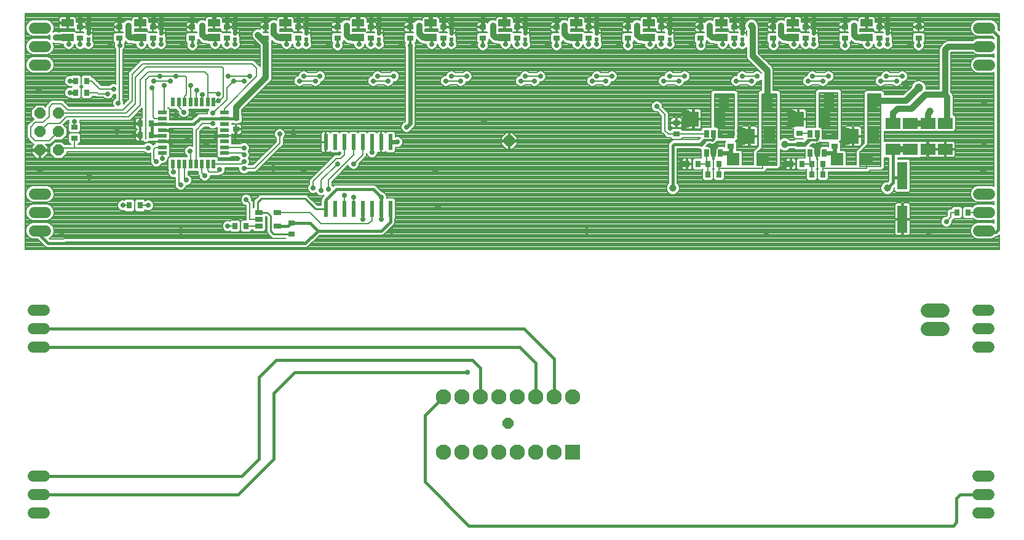
<source format=gbl>
G75*
%MOIN*%
%OFA0B0*%
%FSLAX24Y24*%
%IPPOS*%
%LPD*%
%AMOC8*
5,1,8,0,0,1.08239X$1,22.5*
%
%ADD10R,0.0276X0.0354*%
%ADD11R,0.0500X0.0220*%
%ADD12R,0.0220X0.0500*%
%ADD13R,0.0354X0.0276*%
%ADD14OC8,0.0600*%
%ADD15R,0.0200X0.0200*%
%ADD16R,0.0669X0.0394*%
%ADD17C,0.0600*%
%ADD18R,0.0272X0.0394*%
%ADD19R,0.0551X0.0748*%
%ADD20R,0.0709X0.0669*%
%ADD21R,0.0591X0.0827*%
%ADD22R,0.0630X0.0827*%
%ADD23R,0.0827X0.0591*%
%ADD24R,0.0551X0.1496*%
%ADD25C,0.0780*%
%ADD26R,0.0390X0.0272*%
%ADD27R,0.0236X0.0866*%
%ADD28R,0.0827X0.0827*%
%ADD29C,0.0827*%
%ADD30C,0.0278*%
%ADD31C,0.0160*%
%ADD32C,0.0240*%
%ADD33C,0.0079*%
%ADD34C,0.0357*%
%ADD35C,0.0320*%
%ADD36C,0.0120*%
%ADD37C,0.0475*%
%ADD38C,0.0396*%
%ADD39C,0.0100*%
D10*
X015810Y017930D03*
X016410Y017930D03*
X010660Y019055D03*
X010060Y019055D03*
X010685Y022868D03*
X011285Y022868D03*
X011285Y023493D03*
X010685Y023493D03*
X007785Y025180D03*
X007185Y025180D03*
X007185Y025805D03*
X007785Y025805D03*
X040310Y021305D03*
X040910Y021305D03*
X041435Y021305D03*
X042035Y021305D03*
X042035Y020743D03*
X041435Y020743D03*
X045935Y021305D03*
X046535Y021305D03*
X047060Y021305D03*
X047660Y021305D03*
X047660Y020743D03*
X047060Y020743D03*
X054935Y018680D03*
X055535Y018680D03*
D11*
X015237Y021890D03*
X015237Y022205D03*
X015237Y022520D03*
X015237Y022835D03*
X015237Y023150D03*
X015237Y023465D03*
X015237Y023780D03*
X015237Y024095D03*
X011857Y024095D03*
X011857Y023780D03*
X011857Y023465D03*
X011857Y023150D03*
X011857Y022835D03*
X011857Y022520D03*
X011857Y022205D03*
X011857Y021890D03*
D12*
X012445Y021303D03*
X012760Y021303D03*
X013075Y021303D03*
X013390Y021303D03*
X013705Y021303D03*
X014020Y021303D03*
X014335Y021303D03*
X014650Y021303D03*
X014650Y024683D03*
X014335Y024683D03*
X014020Y024683D03*
X013705Y024683D03*
X013390Y024683D03*
X013075Y024683D03*
X012760Y024683D03*
X012445Y024683D03*
D13*
X015860Y023793D03*
X015860Y023193D03*
X007110Y023293D03*
X007110Y022693D03*
X007422Y028130D03*
X007422Y028730D03*
X009547Y028730D03*
X009547Y028130D03*
X011360Y028130D03*
X011360Y028730D03*
X013485Y028730D03*
X013485Y028130D03*
X015360Y028130D03*
X015360Y028730D03*
X017485Y028730D03*
X017485Y028130D03*
X019235Y028130D03*
X019235Y028730D03*
X021360Y028730D03*
X021360Y028130D03*
X023172Y028130D03*
X023172Y028730D03*
X025297Y028730D03*
X025297Y028130D03*
X027110Y028130D03*
X027110Y028730D03*
X029235Y028730D03*
X029235Y028130D03*
X031110Y028130D03*
X031110Y028730D03*
X033235Y028730D03*
X033235Y028130D03*
X034985Y028130D03*
X034985Y028730D03*
X037110Y028730D03*
X037110Y028130D03*
X038922Y028130D03*
X038922Y028730D03*
X041047Y028730D03*
X041047Y028130D03*
X042860Y028130D03*
X042860Y028730D03*
X044985Y028730D03*
X044985Y028130D03*
X046735Y028130D03*
X046735Y028730D03*
X048860Y028730D03*
X048860Y028130D03*
X050735Y028130D03*
X050735Y028730D03*
X052860Y028730D03*
X052860Y028130D03*
X048297Y022855D03*
X048297Y022255D03*
X046422Y022380D03*
X046422Y022980D03*
X042672Y022855D03*
X042672Y022255D03*
X039735Y022943D03*
X039735Y023543D03*
X018860Y018105D03*
X018860Y017505D03*
D14*
X030672Y022555D03*
X006235Y022055D03*
X005235Y022055D03*
X005235Y023055D03*
X006235Y023055D03*
X006235Y024055D03*
X005235Y024055D03*
X030610Y007243D03*
D15*
X031547Y028073D03*
X031547Y028413D03*
X035422Y028413D03*
X035422Y028073D03*
X039360Y028073D03*
X039360Y028413D03*
X043297Y028413D03*
X043297Y028073D03*
X047172Y028073D03*
X047172Y028413D03*
X051172Y028413D03*
X051172Y028073D03*
X027547Y028073D03*
X027547Y028413D03*
X023610Y028413D03*
X023610Y028073D03*
X019672Y028073D03*
X019672Y028413D03*
X015797Y028413D03*
X015797Y028073D03*
X011797Y028073D03*
X011797Y028413D03*
X007860Y028413D03*
X007860Y028073D03*
D16*
X006735Y028155D03*
X006735Y028955D03*
X010672Y028955D03*
X010672Y028155D03*
X014672Y028155D03*
X014672Y028955D03*
X018547Y028955D03*
X018547Y028155D03*
X022485Y028155D03*
X022485Y028955D03*
X026422Y028955D03*
X026422Y028155D03*
X030422Y028155D03*
X030422Y028955D03*
X034297Y028955D03*
X034297Y028155D03*
X038235Y028155D03*
X038235Y028955D03*
X042172Y028955D03*
X042172Y028155D03*
X046047Y028155D03*
X046047Y028955D03*
X050047Y028955D03*
X050047Y028155D03*
D17*
X005472Y002368D02*
X004872Y002368D01*
X004872Y003368D02*
X005472Y003368D01*
X005472Y004368D02*
X004872Y004368D01*
X004872Y011368D02*
X005472Y011368D01*
X005472Y012368D02*
X004872Y012368D01*
X004872Y013368D02*
X005472Y013368D01*
X005535Y017680D02*
X004935Y017680D01*
X004935Y018680D02*
X005535Y018680D01*
X005535Y019680D02*
X004935Y019680D01*
X004935Y026680D02*
X005535Y026680D01*
X005535Y027680D02*
X004935Y027680D01*
X004935Y028680D02*
X005535Y028680D01*
X056122Y028680D02*
X056722Y028680D01*
X056722Y027680D02*
X056122Y027680D01*
X056122Y026680D02*
X056722Y026680D01*
X056722Y019680D02*
X056122Y019680D01*
X056122Y018680D02*
X056722Y018680D01*
X056722Y017680D02*
X056122Y017680D01*
X056060Y013368D02*
X056660Y013368D01*
X056660Y012368D02*
X056060Y012368D01*
X056060Y011368D02*
X056660Y011368D01*
X056660Y004368D02*
X056060Y004368D01*
X056060Y003368D02*
X056660Y003368D01*
X056660Y002368D02*
X056060Y002368D01*
D18*
X047734Y021918D03*
X047360Y021918D03*
X046986Y021918D03*
X046986Y022942D03*
X047360Y022942D03*
X047734Y022942D03*
X042109Y022942D03*
X041735Y022942D03*
X041361Y022942D03*
X041361Y021918D03*
X041735Y021918D03*
X042109Y021918D03*
D19*
X042304Y024743D03*
X044666Y024743D03*
X047991Y024743D03*
X050353Y024743D03*
D20*
X050042Y021555D03*
X048428Y021555D03*
X044417Y021555D03*
X042803Y021555D03*
D21*
X042069Y023743D03*
X040651Y023743D03*
X046339Y023743D03*
X047756Y023743D03*
D22*
X049310Y022805D03*
X050410Y022805D03*
X044785Y022805D03*
X043685Y022805D03*
D23*
X051485Y022096D03*
X052422Y022096D03*
X053360Y022096D03*
X054297Y022096D03*
X054297Y023514D03*
X053360Y023514D03*
X052422Y023514D03*
X051485Y023514D03*
D24*
X051985Y020674D03*
X051985Y018311D03*
D25*
X053345Y013368D02*
X054125Y013368D01*
X054125Y012368D02*
X053345Y012368D01*
D26*
X018122Y017931D03*
X018122Y018679D03*
X017102Y018679D03*
X017102Y018305D03*
X017102Y017931D03*
D27*
X020735Y018869D03*
X021235Y018869D03*
X021735Y018869D03*
X022235Y018869D03*
X022735Y018869D03*
X023235Y018869D03*
X023735Y018869D03*
X024235Y018869D03*
X024235Y022491D03*
X023735Y022491D03*
X023235Y022491D03*
X022735Y022491D03*
X022235Y022491D03*
X021735Y022491D03*
X021235Y022491D03*
X020735Y022491D03*
D28*
X034110Y005680D03*
D29*
X033110Y005680D03*
X032110Y005680D03*
X031110Y005680D03*
X030110Y005680D03*
X029110Y005680D03*
X028110Y005680D03*
X027110Y005680D03*
X027110Y008680D03*
X028110Y008680D03*
X029110Y008680D03*
X030110Y008680D03*
X031110Y008680D03*
X032110Y008680D03*
X033110Y008680D03*
X034110Y008680D03*
D30*
X028422Y009993D03*
X015422Y017930D03*
X016422Y019368D03*
X014172Y020680D03*
X013172Y020430D03*
X012860Y020180D03*
X012485Y020868D03*
X011547Y021430D03*
X011860Y021618D03*
X011110Y022180D03*
X010360Y022868D03*
X010360Y023493D03*
X012360Y023118D03*
X012360Y022493D03*
X013360Y021993D03*
X014735Y022805D03*
X014610Y023493D03*
X014610Y024055D03*
X014922Y024743D03*
X014891Y025118D03*
X014047Y025055D03*
X013735Y025305D03*
X013422Y025555D03*
X012610Y026055D03*
X012297Y025805D03*
X011985Y025555D03*
X011422Y025805D03*
X011297Y025430D03*
X011735Y026055D03*
X009235Y025368D03*
X008922Y025118D03*
X009485Y024618D03*
X007110Y023618D03*
X006860Y025180D03*
X006860Y025805D03*
X009047Y027743D03*
X009556Y027743D03*
X010735Y027805D03*
X011360Y027805D03*
X011797Y027805D03*
X012985Y027743D03*
X013493Y027743D03*
X014735Y027805D03*
X015360Y027805D03*
X015797Y027805D03*
X016985Y027743D03*
X017493Y027743D03*
X017047Y028305D03*
X018610Y027805D03*
X019235Y027805D03*
X019672Y027805D03*
X020860Y027743D03*
X021368Y027743D03*
X022547Y027805D03*
X023172Y027805D03*
X023610Y027805D03*
X024797Y027743D03*
X025306Y027743D03*
X026485Y027805D03*
X027110Y027805D03*
X027547Y027805D03*
X028735Y027743D03*
X029243Y027743D03*
X030485Y027805D03*
X031110Y027805D03*
X031547Y027805D03*
X032735Y027743D03*
X033243Y027743D03*
X034360Y027805D03*
X034985Y027805D03*
X035422Y027805D03*
X036610Y027743D03*
X037118Y027743D03*
X038297Y027805D03*
X038922Y027805D03*
X039360Y027805D03*
X040547Y027743D03*
X041056Y027743D03*
X042235Y027805D03*
X042860Y027805D03*
X043297Y027805D03*
X044485Y027743D03*
X044993Y027743D03*
X046110Y027805D03*
X046735Y027805D03*
X047172Y027805D03*
X048360Y027743D03*
X048868Y027743D03*
X050110Y027805D03*
X050735Y027805D03*
X051172Y027805D03*
X052360Y027743D03*
X052868Y027743D03*
X051985Y026055D03*
X051672Y025805D03*
X051110Y026055D03*
X050797Y025805D03*
X047985Y026055D03*
X047672Y025805D03*
X047110Y026055D03*
X046860Y025805D03*
X044110Y026055D03*
X043797Y025805D03*
X043297Y026055D03*
X042985Y025805D03*
X040172Y026055D03*
X039860Y025805D03*
X039360Y026055D03*
X039047Y025805D03*
X038672Y024430D03*
X040172Y024055D03*
X040172Y023743D03*
X040172Y023430D03*
X041547Y022305D03*
X041860Y022305D03*
X043172Y022493D03*
X043172Y022805D03*
X043172Y023118D03*
X045860Y023430D03*
X045860Y023743D03*
X045860Y024055D03*
X048797Y023118D03*
X048797Y022805D03*
X048797Y022493D03*
X047485Y022305D03*
X047172Y022305D03*
X045610Y021305D03*
X039985Y021305D03*
X035922Y025805D03*
X036235Y026055D03*
X035422Y026055D03*
X035172Y025805D03*
X032360Y026055D03*
X032047Y025805D03*
X031547Y026055D03*
X031297Y025805D03*
X028360Y026055D03*
X028047Y025805D03*
X027547Y026055D03*
X027235Y025805D03*
X024422Y026055D03*
X024110Y025805D03*
X023547Y026055D03*
X023297Y025805D03*
X020422Y026055D03*
X020172Y025805D03*
X019547Y026055D03*
X019297Y025805D03*
X016610Y026055D03*
X016297Y025805D03*
X015735Y025805D03*
X015454Y026055D03*
X013047Y024118D03*
X015797Y022805D03*
X016297Y022180D03*
X016297Y021805D03*
X016297Y021430D03*
X016297Y021055D03*
X014985Y020993D03*
X018235Y022930D03*
X021360Y021305D03*
X022235Y021305D03*
X023235Y021930D03*
X024610Y022493D03*
X025110Y023305D03*
X020860Y019930D03*
X020485Y019868D03*
X020047Y019993D03*
X021735Y019618D03*
X022235Y019493D03*
X023735Y019493D03*
X023735Y018305D03*
X022735Y018305D03*
X011110Y019055D03*
X009735Y019055D03*
X007860Y027805D03*
X007422Y027805D03*
X006797Y027805D03*
X006735Y029368D03*
X007422Y029368D03*
X007860Y029368D03*
X009547Y029368D03*
X010672Y029368D03*
X011360Y029368D03*
X011797Y029368D03*
X013485Y029368D03*
X014672Y029368D03*
X015360Y029368D03*
X015797Y029368D03*
X017485Y029368D03*
X018547Y029368D03*
X019235Y029368D03*
X019672Y029368D03*
X021360Y029368D03*
X022485Y029368D03*
X023172Y029368D03*
X023610Y029368D03*
X025297Y029368D03*
X026422Y029368D03*
X027110Y029368D03*
X027547Y029368D03*
X029235Y029368D03*
X030422Y029368D03*
X031110Y029368D03*
X031547Y029368D03*
X033235Y029368D03*
X034297Y029368D03*
X034985Y029368D03*
X035422Y029368D03*
X037110Y029368D03*
X038235Y029368D03*
X038922Y029368D03*
X039360Y029368D03*
X041047Y029368D03*
X042172Y029368D03*
X042860Y029368D03*
X043297Y029368D03*
X044985Y029368D03*
X046047Y029368D03*
X046735Y029368D03*
X047172Y029368D03*
X048860Y029368D03*
X050047Y029368D03*
X050735Y029368D03*
X051172Y029368D03*
X052860Y029368D03*
X054360Y018180D03*
D31*
X056422Y017680D02*
X056485Y017618D01*
X057047Y017618D01*
X057172Y017743D01*
X057172Y028243D01*
X056735Y028680D01*
X056422Y028680D01*
X047360Y022942D02*
X047360Y022680D01*
X047297Y022618D01*
X047172Y022305D02*
X047485Y022305D01*
X046422Y022380D02*
X046410Y022368D01*
X045610Y022368D01*
X041860Y022305D02*
X041547Y022305D01*
X041672Y022618D02*
X041735Y022680D01*
X041735Y022942D01*
X041060Y022380D02*
X039622Y022380D01*
X039547Y022305D01*
X039547Y019993D01*
X039672Y022930D02*
X039685Y022943D01*
X039735Y022943D01*
X051172Y019993D02*
X051485Y020305D01*
X051485Y020555D01*
X051985Y020555D01*
X051985Y020674D01*
X051485Y020555D02*
X051485Y022096D01*
X033110Y010743D02*
X031485Y012368D01*
X005172Y012368D01*
X005172Y011368D02*
X031235Y011368D01*
X032110Y010493D01*
X032110Y008680D01*
X033110Y008680D02*
X033110Y010743D01*
X029110Y010243D02*
X029110Y008680D01*
X028422Y009993D02*
X019047Y009993D01*
X017922Y008868D01*
X017922Y005305D01*
X015985Y003368D01*
X005172Y003368D01*
X005172Y004368D02*
X016172Y004368D01*
X017110Y005305D01*
X017110Y009743D01*
X018047Y010680D01*
X028672Y010680D01*
X029110Y010243D01*
X027110Y008680D02*
X026110Y007680D01*
X026110Y004055D01*
X028485Y001680D01*
X054735Y001680D01*
X054922Y001868D01*
X054922Y003180D01*
X055110Y003368D01*
X056360Y003368D01*
X024235Y018180D02*
X024235Y018869D01*
X023735Y018869D02*
X023735Y018305D01*
X024235Y018180D02*
X023735Y017680D01*
X020297Y017680D01*
X019610Y016993D01*
X006610Y016993D01*
X005672Y016993D01*
X005235Y017430D01*
X005235Y017680D01*
X011857Y022520D02*
X012332Y022520D01*
X012360Y022493D01*
X011857Y022835D02*
X011317Y022835D01*
X011285Y022868D01*
X011297Y022880D01*
X011297Y023493D01*
X011325Y023465D01*
X011857Y023465D01*
X013582Y023465D01*
X013897Y023780D01*
X015237Y023780D01*
X015860Y023780D01*
X015860Y023793D01*
X015860Y023193D02*
X015797Y022805D01*
X015237Y022835D02*
X014765Y022835D01*
X014735Y022805D01*
X012360Y023118D02*
X012327Y023150D01*
X011857Y023150D01*
X011857Y023465D02*
X011312Y023465D01*
X011285Y023493D01*
X010685Y023493D02*
X010360Y023493D01*
X010360Y022868D02*
X010685Y022868D01*
X007185Y025180D02*
X006860Y025180D01*
X006860Y025805D02*
X007185Y025805D01*
X020735Y019368D02*
X021297Y019930D01*
X023297Y019930D01*
X023735Y019493D01*
X023735Y018869D01*
X020735Y018869D02*
X020735Y019368D01*
X019872Y018105D02*
X018860Y018105D01*
X018686Y017931D01*
X018122Y017931D01*
X019872Y018105D02*
X020297Y017680D01*
D32*
X024235Y022491D02*
X024608Y022491D01*
X024610Y022493D01*
X025110Y023305D02*
X025306Y023501D01*
X025306Y027743D01*
X023610Y028413D02*
X023610Y029368D01*
X023172Y029368D02*
X023172Y028730D01*
X022485Y028955D02*
X022485Y029368D01*
X021360Y029368D02*
X021360Y028730D01*
X019672Y028413D02*
X019672Y029368D01*
X019235Y029368D02*
X019235Y028730D01*
X018547Y028955D02*
X018547Y029368D01*
X017485Y029368D02*
X017485Y028730D01*
X015797Y028413D02*
X015797Y029368D01*
X015360Y029368D02*
X015360Y028730D01*
X014672Y028955D02*
X014672Y029368D01*
X013485Y029368D02*
X013485Y028730D01*
X011797Y028413D02*
X011797Y029368D01*
X011360Y029368D02*
X011360Y028730D01*
X010672Y028955D02*
X010672Y029368D01*
X009547Y029368D02*
X009547Y028730D01*
X007860Y028413D02*
X007860Y029368D01*
X007422Y029368D02*
X007422Y028730D01*
X006735Y028955D02*
X006735Y029368D01*
X025297Y029368D02*
X025297Y028730D01*
X026422Y028955D02*
X026422Y029368D01*
X027110Y029368D02*
X027110Y028730D01*
X027547Y028413D02*
X027547Y029368D01*
X029235Y029368D02*
X029235Y028730D01*
X030422Y028955D02*
X030422Y029368D01*
X031110Y029368D02*
X031110Y028730D01*
X031547Y028413D02*
X031547Y029368D01*
X033235Y029368D02*
X033235Y028730D01*
X034297Y028955D02*
X034297Y029368D01*
X034985Y029368D02*
X034985Y028730D01*
X035422Y028413D02*
X035422Y029368D01*
X037110Y029368D02*
X037110Y028730D01*
X038235Y028955D02*
X038235Y029368D01*
X038922Y029368D02*
X038922Y028730D01*
X039360Y028413D02*
X039360Y029368D01*
X041047Y029368D02*
X041047Y028730D01*
X042172Y028955D02*
X042172Y029368D01*
X042860Y029368D02*
X042860Y028730D01*
X043297Y028413D02*
X043297Y029368D01*
X044985Y029368D02*
X044985Y028730D01*
X046047Y028955D02*
X046047Y029368D01*
X046735Y029368D02*
X046735Y028730D01*
X047172Y028413D02*
X047172Y029368D01*
X048860Y029368D02*
X048860Y028730D01*
X050047Y028955D02*
X050047Y029368D01*
X050735Y029368D02*
X050735Y028730D01*
X051172Y028413D02*
X051172Y029368D01*
X052860Y029368D02*
X052860Y028730D01*
X046860Y022555D02*
X046685Y022380D01*
X046422Y022380D01*
X047734Y021918D02*
X048297Y021918D01*
X048297Y022255D01*
X048297Y021555D01*
X048428Y021555D01*
X042803Y021555D02*
X042783Y021557D01*
X042763Y021561D01*
X042744Y021569D01*
X042727Y021580D01*
X042711Y021593D01*
X042698Y021609D01*
X042687Y021626D01*
X042679Y021645D01*
X042675Y021665D01*
X042673Y021685D01*
X042672Y021685D02*
X042672Y022255D01*
X042672Y021918D01*
X042109Y021918D01*
X041235Y022555D02*
X041060Y022380D01*
D33*
X041066Y022101D02*
X041066Y021655D01*
X041079Y021642D01*
X040706Y021642D01*
X040613Y021548D01*
X040613Y021062D01*
X040706Y020968D01*
X041114Y020968D01*
X041172Y021027D01*
X041176Y021024D01*
X041138Y020986D01*
X041138Y020499D01*
X041231Y020406D01*
X041639Y020406D01*
X041732Y020499D01*
X041732Y020986D01*
X041694Y021024D01*
X041732Y021062D01*
X041732Y021548D01*
X041698Y021582D01*
X041706Y021582D01*
X041706Y021890D01*
X041763Y021890D01*
X041763Y021582D01*
X041771Y021582D01*
X041738Y021548D01*
X041738Y021062D01*
X041776Y021024D01*
X041738Y020986D01*
X041738Y020499D01*
X041831Y020406D01*
X042239Y020406D01*
X042332Y020499D01*
X042332Y020856D01*
X044499Y020856D01*
X044616Y020973D01*
X044616Y021044D01*
X045255Y021044D01*
X045371Y021160D01*
X045371Y022101D01*
X045407Y022064D01*
X045539Y022010D01*
X045681Y022010D01*
X045812Y022064D01*
X045876Y022128D01*
X046134Y022128D01*
X046179Y022083D01*
X046666Y022083D01*
X046683Y022101D01*
X046691Y022101D01*
X046691Y021655D01*
X046704Y021642D01*
X046331Y021642D01*
X046238Y021548D01*
X046238Y021062D01*
X046331Y020968D01*
X046739Y020968D01*
X046797Y021027D01*
X046801Y021024D01*
X046763Y020986D01*
X046763Y020499D01*
X046856Y020406D01*
X047264Y020406D01*
X047357Y020499D01*
X047357Y020986D01*
X047319Y021024D01*
X047357Y021062D01*
X047357Y021548D01*
X047323Y021582D01*
X047331Y021582D01*
X047331Y021890D01*
X047388Y021890D01*
X047388Y021582D01*
X047396Y021582D01*
X047363Y021548D01*
X047363Y021062D01*
X047401Y021024D01*
X047363Y020986D01*
X047363Y020499D01*
X047456Y020406D01*
X047864Y020406D01*
X047957Y020499D01*
X047957Y020856D01*
X050124Y020856D01*
X050241Y020973D01*
X050241Y020981D01*
X050880Y020981D01*
X050996Y021098D01*
X050996Y021651D01*
X051005Y021642D01*
X051245Y021642D01*
X051245Y020404D01*
X051191Y020350D01*
X051101Y020350D01*
X050970Y020296D01*
X050869Y020195D01*
X050815Y020064D01*
X050815Y019921D01*
X050869Y019790D01*
X050970Y019689D01*
X051101Y019635D01*
X051243Y019635D01*
X051375Y019689D01*
X051475Y019790D01*
X051530Y019921D01*
X051530Y020011D01*
X051550Y020032D01*
X051550Y019860D01*
X051643Y019766D01*
X052326Y019766D01*
X052420Y019860D01*
X052420Y021488D01*
X052326Y021581D01*
X051724Y021581D01*
X051724Y021642D01*
X052902Y021642D01*
X052923Y021663D01*
X052928Y021662D01*
X053320Y021662D01*
X053320Y022057D01*
X053399Y022057D01*
X053399Y021662D01*
X053792Y021662D01*
X053827Y021671D01*
X053829Y021672D01*
X053830Y021671D01*
X053866Y021662D01*
X054258Y021662D01*
X054258Y022057D01*
X054337Y022057D01*
X054337Y022136D01*
X054258Y022136D01*
X054258Y022531D01*
X053866Y022531D01*
X053830Y022521D01*
X053829Y022521D01*
X053827Y022521D01*
X053792Y022531D01*
X053399Y022531D01*
X053399Y022136D01*
X053320Y022136D01*
X053320Y022531D01*
X052928Y022531D01*
X052923Y022530D01*
X052902Y022551D01*
X051005Y022551D01*
X050996Y022542D01*
X050996Y023068D01*
X051005Y023059D01*
X054777Y023059D01*
X054870Y023152D01*
X054870Y023875D01*
X054777Y023968D01*
X054742Y023968D01*
X054742Y024994D01*
X054693Y025111D01*
X054617Y025187D01*
X054617Y027360D01*
X054617Y027361D01*
X055792Y027361D01*
X055862Y027291D01*
X056031Y027221D01*
X056814Y027221D01*
X056933Y027270D01*
X056933Y027090D01*
X056814Y027139D01*
X056031Y027139D01*
X055862Y027069D01*
X055733Y026940D01*
X055663Y026771D01*
X055663Y026589D01*
X055733Y026420D01*
X055862Y026291D01*
X056031Y026221D01*
X056814Y026221D01*
X056933Y026270D01*
X056933Y020090D01*
X056814Y020139D01*
X056031Y020139D01*
X055862Y020069D01*
X055733Y019940D01*
X055663Y019771D01*
X055663Y019589D01*
X055733Y019420D01*
X055862Y019291D01*
X056031Y019221D01*
X056814Y019221D01*
X056933Y019270D01*
X056933Y019090D01*
X056814Y019139D01*
X056031Y019139D01*
X055862Y019069D01*
X055774Y018981D01*
X055739Y019017D01*
X055331Y019017D01*
X055238Y018923D01*
X055238Y018437D01*
X055331Y018343D01*
X055739Y018343D01*
X055774Y018379D01*
X055862Y018291D01*
X056031Y018221D01*
X056814Y018221D01*
X056933Y018270D01*
X056933Y018090D01*
X056814Y018139D01*
X056031Y018139D01*
X055862Y018069D01*
X055733Y017940D01*
X055663Y017771D01*
X055663Y017589D01*
X055733Y017420D01*
X055862Y017291D01*
X056031Y017221D01*
X056814Y017221D01*
X056983Y017291D01*
X057070Y017378D01*
X057095Y017378D01*
X057183Y017415D01*
X057224Y017455D01*
X057224Y016680D01*
X004434Y016680D01*
X004434Y029481D01*
X057224Y029481D01*
X057224Y028530D01*
X057177Y028577D01*
X057182Y028589D01*
X057182Y028771D01*
X057112Y028940D01*
X056983Y029069D01*
X056814Y029139D01*
X057224Y029139D01*
X057224Y029062D02*
X056990Y029062D01*
X057067Y028985D02*
X057224Y028985D01*
X057224Y028908D02*
X057125Y028908D01*
X057157Y028830D02*
X057224Y028830D01*
X057224Y028753D02*
X057182Y028753D01*
X057182Y028676D02*
X057224Y028676D01*
X057224Y028599D02*
X057182Y028599D01*
X056843Y028233D02*
X056933Y028143D01*
X056933Y028090D01*
X056814Y028139D01*
X056031Y028139D01*
X055862Y028069D01*
X055792Y027999D01*
X054421Y027999D01*
X054304Y027951D01*
X054214Y027861D01*
X054027Y027673D01*
X053978Y027556D01*
X053978Y025374D01*
X053257Y025374D01*
X053257Y025509D01*
X053196Y025655D01*
X053085Y025766D01*
X052939Y025827D01*
X052781Y025827D01*
X052635Y025766D01*
X052523Y025655D01*
X052463Y025509D01*
X051738Y025509D01*
X051732Y025507D02*
X051841Y025552D01*
X051925Y025636D01*
X051971Y025746D01*
X051971Y025757D01*
X052044Y025757D01*
X052154Y025802D01*
X052238Y025886D01*
X052283Y025996D01*
X052283Y026114D01*
X052238Y026224D01*
X052154Y026308D01*
X052044Y026353D01*
X051925Y026353D01*
X051816Y026308D01*
X051762Y026254D01*
X051333Y026254D01*
X051279Y026308D01*
X051169Y026353D01*
X051050Y026353D01*
X050941Y026308D01*
X050857Y026224D01*
X050811Y026114D01*
X050811Y026103D01*
X050738Y026103D01*
X050628Y026058D01*
X050544Y025974D01*
X050499Y025864D01*
X050499Y025746D01*
X050544Y025636D01*
X050628Y025552D01*
X050738Y025507D01*
X050857Y025507D01*
X050966Y025552D01*
X051021Y025606D01*
X051449Y025606D01*
X051503Y025552D01*
X051613Y025507D01*
X051732Y025507D01*
X051607Y025509D02*
X050863Y025509D01*
X050732Y025509D02*
X047738Y025509D01*
X047732Y025507D02*
X047841Y025552D01*
X047925Y025636D01*
X047971Y025746D01*
X047971Y025757D01*
X048044Y025757D01*
X048154Y025802D01*
X048238Y025886D01*
X048283Y025996D01*
X048283Y026114D01*
X048238Y026224D01*
X048154Y026308D01*
X048044Y026353D01*
X047925Y026353D01*
X047816Y026308D01*
X047762Y026254D01*
X047333Y026254D01*
X047279Y026308D01*
X047169Y026353D01*
X047050Y026353D01*
X046941Y026308D01*
X046857Y026224D01*
X046811Y026114D01*
X046811Y026103D01*
X046800Y026103D01*
X046691Y026058D01*
X046607Y025974D01*
X046561Y025864D01*
X046561Y025746D01*
X046607Y025636D01*
X046691Y025552D01*
X046800Y025507D01*
X046919Y025507D01*
X047029Y025552D01*
X047083Y025606D01*
X047449Y025606D01*
X047503Y025552D01*
X047613Y025507D01*
X047732Y025507D01*
X047607Y025509D02*
X046925Y025509D01*
X046795Y025509D02*
X044985Y025509D01*
X044985Y025432D02*
X052410Y025432D01*
X052463Y025485D02*
X052040Y025062D01*
X050996Y025062D01*
X050996Y025200D01*
X052178Y025200D01*
X052101Y025123D02*
X050996Y025123D01*
X050996Y025200D02*
X050880Y025316D01*
X050028Y025316D01*
X049911Y025200D01*
X049911Y022450D01*
X049474Y022012D01*
X049474Y021254D01*
X048941Y021254D01*
X048941Y021956D01*
X049474Y021956D01*
X049474Y021879D02*
X048941Y021879D01*
X048941Y021956D02*
X048848Y022049D01*
X048632Y022049D01*
X048634Y022051D01*
X048634Y022459D01*
X048589Y022503D01*
X048684Y022598D01*
X048684Y025262D01*
X048567Y025379D01*
X047403Y025379D01*
X047286Y025262D01*
X047286Y023298D01*
X046784Y023298D01*
X046765Y023279D01*
X046773Y023311D01*
X046773Y023703D01*
X046378Y023703D01*
X046378Y023782D01*
X046299Y023782D01*
X046299Y023703D01*
X045904Y023703D01*
X045904Y023311D01*
X045914Y023275D01*
X045932Y023244D01*
X045958Y023218D01*
X045990Y023199D01*
X046025Y023190D01*
X046092Y023190D01*
X046086Y023184D01*
X046086Y022776D01*
X046179Y022683D01*
X046593Y022683D01*
X046587Y022677D01*
X046179Y022677D01*
X046109Y022607D01*
X045876Y022607D01*
X045812Y022671D01*
X045681Y022725D01*
X045539Y022725D01*
X045407Y022671D01*
X045371Y022634D01*
X045371Y025200D01*
X047286Y025200D01*
X047286Y025123D02*
X045371Y025123D01*
X045371Y025200D02*
X045255Y025316D01*
X044985Y025316D01*
X044985Y026437D01*
X044937Y026555D01*
X044179Y027312D01*
X044179Y028806D01*
X044155Y028865D01*
X044155Y028876D01*
X044100Y029007D01*
X044000Y029108D01*
X043868Y029162D01*
X043726Y029162D01*
X043595Y029108D01*
X043494Y029007D01*
X043440Y028876D01*
X043440Y028734D01*
X043487Y028620D01*
X043483Y028624D01*
X043451Y028642D01*
X043416Y028652D01*
X043308Y028652D01*
X043308Y028423D01*
X043537Y028423D01*
X043537Y028531D01*
X043527Y028566D01*
X043523Y028574D01*
X043540Y028556D01*
X043540Y028255D01*
X043529Y028266D01*
X043537Y028294D01*
X043537Y028402D01*
X043308Y028402D01*
X043308Y028423D01*
X043287Y028423D01*
X043287Y028652D01*
X043179Y028652D01*
X043176Y028651D01*
X043176Y028700D01*
X042889Y028700D01*
X042889Y028453D01*
X043055Y028453D01*
X043058Y028454D01*
X043058Y028427D01*
X042657Y028427D01*
X042612Y028472D01*
X042629Y028462D01*
X042664Y028453D01*
X042830Y028453D01*
X042830Y028700D01*
X042889Y028700D01*
X042889Y028760D01*
X042830Y028760D01*
X042830Y029007D01*
X042664Y029007D01*
X042646Y029002D01*
X042646Y029170D01*
X042637Y029206D01*
X042619Y029237D01*
X042593Y029263D01*
X042561Y029282D01*
X042525Y029291D01*
X042212Y029291D01*
X042212Y028994D01*
X042133Y028994D01*
X042133Y029291D01*
X041819Y029291D01*
X041784Y029282D01*
X041752Y029263D01*
X041726Y029237D01*
X041708Y029206D01*
X041698Y029170D01*
X041698Y029108D01*
X041615Y029143D01*
X041480Y029143D01*
X041356Y029091D01*
X041266Y029001D01*
X041243Y029007D01*
X041077Y029007D01*
X041077Y028760D01*
X041018Y028760D01*
X041018Y029007D01*
X040852Y029007D01*
X040816Y028998D01*
X040785Y028979D01*
X040759Y028953D01*
X040740Y028922D01*
X040731Y028886D01*
X040731Y028760D01*
X041018Y028760D01*
X041018Y028700D01*
X041077Y028700D01*
X041077Y028453D01*
X041228Y028453D01*
X041228Y028427D01*
X040804Y028427D01*
X040711Y028334D01*
X040711Y027926D01*
X040780Y027857D01*
X040757Y027802D01*
X040757Y027683D01*
X040803Y027573D01*
X040887Y027490D01*
X040996Y027444D01*
X041115Y027444D01*
X041225Y027490D01*
X041309Y027573D01*
X041354Y027683D01*
X041354Y027802D01*
X041326Y027869D01*
X041384Y027926D01*
X041384Y028017D01*
X041516Y027884D01*
X041634Y027836D01*
X041735Y027836D01*
X041772Y027799D01*
X041936Y027799D01*
X041936Y027746D01*
X041982Y027636D01*
X042066Y027552D01*
X042175Y027507D01*
X042294Y027507D01*
X042404Y027552D01*
X042488Y027636D01*
X042533Y027746D01*
X042533Y027799D01*
X042561Y027799D01*
X042561Y027746D01*
X042607Y027636D01*
X042691Y027552D01*
X042800Y027507D01*
X042919Y027507D01*
X043029Y027552D01*
X043079Y027602D01*
X043128Y027552D01*
X043238Y027507D01*
X043357Y027507D01*
X043466Y027552D01*
X043540Y027626D01*
X043540Y027116D01*
X043589Y026999D01*
X043679Y026909D01*
X044347Y026242D01*
X044347Y026240D01*
X044279Y026308D01*
X044169Y026353D01*
X044050Y026353D01*
X043941Y026308D01*
X043887Y026254D01*
X043521Y026254D01*
X043466Y026308D01*
X043357Y026353D01*
X043238Y026353D01*
X043128Y026308D01*
X043044Y026224D01*
X042999Y026114D01*
X042999Y026103D01*
X042925Y026103D01*
X042816Y026058D01*
X042732Y025974D01*
X042686Y025864D01*
X042686Y025746D01*
X042732Y025636D01*
X042816Y025552D01*
X042925Y025507D01*
X043044Y025507D01*
X043154Y025552D01*
X043208Y025606D01*
X043574Y025606D01*
X043628Y025552D01*
X043738Y025507D01*
X043857Y025507D01*
X043966Y025552D01*
X044050Y025636D01*
X044096Y025746D01*
X044096Y025757D01*
X044169Y025757D01*
X044279Y025802D01*
X044347Y025870D01*
X044347Y025316D01*
X044278Y025316D01*
X044161Y025200D01*
X044161Y022262D01*
X044028Y022129D01*
X043911Y022012D01*
X043911Y021964D01*
X043903Y021956D01*
X043903Y021254D01*
X043316Y021254D01*
X043316Y021956D01*
X043904Y021956D01*
X043903Y021879D02*
X043316Y021879D01*
X043316Y021956D02*
X043223Y022049D01*
X043007Y022049D01*
X043009Y022051D01*
X043009Y022459D01*
X042924Y022544D01*
X042942Y022544D01*
X043059Y022660D01*
X043059Y025200D01*
X042942Y025316D01*
X041715Y025316D01*
X041599Y025200D01*
X025585Y025200D01*
X025585Y025123D02*
X041599Y025123D01*
X041599Y025200D02*
X041599Y023298D01*
X041159Y023298D01*
X041066Y023205D01*
X041066Y023141D01*
X040835Y023141D01*
X040071Y023141D01*
X040071Y023146D01*
X039978Y023240D01*
X039492Y023240D01*
X039398Y023146D01*
X039398Y023129D01*
X039380Y023129D01*
X039309Y023200D01*
X039309Y024075D01*
X038971Y024413D01*
X038971Y024489D01*
X038925Y024599D01*
X038841Y024683D01*
X038732Y024728D01*
X038613Y024728D01*
X038503Y024683D01*
X038419Y024599D01*
X038374Y024489D01*
X038374Y024371D01*
X038419Y024261D01*
X038503Y024177D01*
X038613Y024132D01*
X038690Y024132D01*
X038911Y023910D01*
X038911Y023035D01*
X039028Y022919D01*
X039215Y022731D01*
X039406Y022731D01*
X039492Y022645D01*
X039978Y022645D01*
X040071Y022739D01*
X040071Y022744D01*
X040753Y022743D01*
X040753Y022743D01*
X040835Y022743D01*
X040918Y022743D01*
X041028Y022743D01*
X040904Y022619D01*
X039575Y022619D01*
X039487Y022583D01*
X039419Y022516D01*
X039412Y022508D01*
X039344Y022441D01*
X039308Y022353D01*
X039308Y020259D01*
X039244Y020195D01*
X039190Y020064D01*
X039190Y019921D01*
X039244Y019790D01*
X039345Y019689D01*
X039476Y019635D01*
X039618Y019635D01*
X039750Y019689D01*
X039850Y019790D01*
X039905Y019921D01*
X039905Y020064D01*
X039850Y020195D01*
X039787Y020259D01*
X039787Y022141D01*
X040908Y022141D01*
X041004Y022101D01*
X041066Y022101D01*
X041066Y022033D02*
X039787Y022033D01*
X039787Y021956D02*
X041066Y021956D01*
X041066Y021879D02*
X039787Y021879D01*
X039787Y021801D02*
X041066Y021801D01*
X041066Y021724D02*
X039787Y021724D01*
X039787Y021647D02*
X041074Y021647D01*
X040910Y021305D02*
X041361Y021305D01*
X041435Y021305D01*
X041435Y020743D01*
X041732Y020720D02*
X041738Y020720D01*
X041732Y020643D02*
X041738Y020643D01*
X041732Y020566D02*
X041738Y020566D01*
X041749Y020488D02*
X041721Y020488D01*
X041644Y020411D02*
X041826Y020411D01*
X042035Y020743D02*
X042035Y021055D01*
X042047Y021055D01*
X042047Y021305D01*
X042035Y021305D01*
X042047Y021055D02*
X044417Y021055D01*
X044417Y021555D01*
X044110Y021570D02*
X045172Y021570D01*
X045172Y021647D02*
X044110Y021647D01*
X044110Y021724D02*
X045172Y021724D01*
X045172Y021801D02*
X044110Y021801D01*
X044110Y021879D02*
X045172Y021879D01*
X045172Y021956D02*
X044136Y021956D01*
X044110Y021930D02*
X044360Y022180D01*
X044360Y025118D01*
X045172Y025118D01*
X045172Y021243D01*
X044110Y021243D01*
X044110Y021930D01*
X044213Y022033D02*
X045172Y022033D01*
X045172Y022110D02*
X044290Y022110D01*
X044360Y022188D02*
X045172Y022188D01*
X045172Y022265D02*
X044360Y022265D01*
X044360Y022342D02*
X045172Y022342D01*
X045172Y022419D02*
X044360Y022419D01*
X044360Y022497D02*
X045172Y022497D01*
X045172Y022574D02*
X044360Y022574D01*
X044360Y022651D02*
X045172Y022651D01*
X045172Y022728D02*
X044360Y022728D01*
X044360Y022806D02*
X045172Y022806D01*
X045172Y022883D02*
X044360Y022883D01*
X044360Y022960D02*
X045172Y022960D01*
X045172Y023037D02*
X044360Y023037D01*
X044360Y023115D02*
X045172Y023115D01*
X045172Y023192D02*
X044360Y023192D01*
X044360Y023269D02*
X045172Y023269D01*
X045172Y023346D02*
X044360Y023346D01*
X044360Y023424D02*
X045172Y023424D01*
X045172Y023501D02*
X044360Y023501D01*
X044360Y023578D02*
X045172Y023578D01*
X045172Y023655D02*
X044360Y023655D01*
X044360Y023732D02*
X045172Y023732D01*
X045172Y023810D02*
X044360Y023810D01*
X044360Y023887D02*
X045172Y023887D01*
X045172Y023964D02*
X044360Y023964D01*
X044360Y024041D02*
X045172Y024041D01*
X045172Y024119D02*
X044360Y024119D01*
X044360Y024196D02*
X045172Y024196D01*
X045172Y024273D02*
X044360Y024273D01*
X044360Y024350D02*
X045172Y024350D01*
X045172Y024428D02*
X044360Y024428D01*
X044360Y024505D02*
X045172Y024505D01*
X045172Y024582D02*
X044360Y024582D01*
X044360Y024659D02*
X045172Y024659D01*
X045172Y024737D02*
X044360Y024737D01*
X044360Y024814D02*
X045172Y024814D01*
X045172Y024891D02*
X044360Y024891D01*
X044360Y024968D02*
X045172Y024968D01*
X045172Y025046D02*
X044360Y025046D01*
X044161Y025046D02*
X043059Y025046D01*
X043059Y025123D02*
X044161Y025123D01*
X044161Y025200D02*
X043058Y025200D01*
X042981Y025277D02*
X044239Y025277D01*
X044347Y025355D02*
X025585Y025355D01*
X025585Y025432D02*
X044347Y025432D01*
X044347Y025509D02*
X043863Y025509D01*
X043732Y025509D02*
X043050Y025509D01*
X042920Y025509D02*
X039925Y025509D01*
X039919Y025507D02*
X040029Y025552D01*
X040113Y025636D01*
X040158Y025746D01*
X040158Y025757D01*
X040232Y025757D01*
X040341Y025802D01*
X040425Y025886D01*
X040471Y025996D01*
X040471Y026114D01*
X040425Y026224D01*
X040341Y026308D01*
X040232Y026353D01*
X040113Y026353D01*
X040003Y026308D01*
X039949Y026254D01*
X039583Y026254D01*
X039529Y026308D01*
X039419Y026353D01*
X039300Y026353D01*
X039191Y026308D01*
X039107Y026224D01*
X039061Y026114D01*
X039061Y026103D01*
X038988Y026103D01*
X038878Y026058D01*
X038794Y025974D01*
X038749Y025864D01*
X038749Y025746D01*
X038794Y025636D01*
X038878Y025552D01*
X038988Y025507D01*
X039107Y025507D01*
X039216Y025552D01*
X039271Y025606D01*
X039637Y025606D01*
X039691Y025552D01*
X039800Y025507D01*
X039919Y025507D01*
X039795Y025509D02*
X039113Y025509D01*
X038982Y025509D02*
X035988Y025509D01*
X035982Y025507D02*
X036091Y025552D01*
X036175Y025636D01*
X036221Y025746D01*
X036221Y025757D01*
X036294Y025757D01*
X036404Y025802D01*
X036488Y025886D01*
X036533Y025996D01*
X036533Y026114D01*
X036488Y026224D01*
X036404Y026308D01*
X036294Y026353D01*
X036175Y026353D01*
X036066Y026308D01*
X036012Y026254D01*
X035646Y026254D01*
X035591Y026308D01*
X035482Y026353D01*
X035363Y026353D01*
X035253Y026308D01*
X035169Y026224D01*
X035124Y026114D01*
X035124Y026103D01*
X035113Y026103D01*
X035003Y026058D01*
X034919Y025974D01*
X034874Y025864D01*
X034874Y025746D01*
X034919Y025636D01*
X035003Y025552D01*
X035113Y025507D01*
X035232Y025507D01*
X035341Y025552D01*
X035396Y025606D01*
X035699Y025606D01*
X035753Y025552D01*
X035863Y025507D01*
X035982Y025507D01*
X035857Y025509D02*
X035238Y025509D01*
X035107Y025509D02*
X032113Y025509D01*
X032107Y025507D02*
X032216Y025552D01*
X032300Y025636D01*
X032346Y025746D01*
X032346Y025757D01*
X032419Y025757D01*
X032529Y025802D01*
X032613Y025886D01*
X032658Y025996D01*
X032658Y026114D01*
X032613Y026224D01*
X032529Y026308D01*
X032419Y026353D01*
X032300Y026353D01*
X032191Y026308D01*
X032137Y026254D01*
X031771Y026254D01*
X031716Y026308D01*
X031607Y026353D01*
X031488Y026353D01*
X031378Y026308D01*
X031294Y026224D01*
X031249Y026114D01*
X031249Y026103D01*
X031238Y026103D01*
X031128Y026058D01*
X031044Y025974D01*
X030999Y025864D01*
X030999Y025746D01*
X031044Y025636D01*
X031128Y025552D01*
X031238Y025507D01*
X031357Y025507D01*
X031466Y025552D01*
X031521Y025606D01*
X031824Y025606D01*
X031878Y025552D01*
X031988Y025507D01*
X032107Y025507D01*
X031982Y025509D02*
X031363Y025509D01*
X031232Y025509D02*
X028113Y025509D01*
X028107Y025507D02*
X028216Y025552D01*
X028300Y025636D01*
X028346Y025746D01*
X028346Y025757D01*
X028419Y025757D01*
X028529Y025802D01*
X028613Y025886D01*
X028658Y025996D01*
X028658Y026114D01*
X028613Y026224D01*
X028529Y026308D01*
X028419Y026353D01*
X028300Y026353D01*
X028191Y026308D01*
X028137Y026254D01*
X027771Y026254D01*
X027716Y026308D01*
X027607Y026353D01*
X027488Y026353D01*
X027378Y026308D01*
X027294Y026224D01*
X027249Y026114D01*
X027249Y026103D01*
X027175Y026103D01*
X027066Y026058D01*
X026982Y025974D01*
X026936Y025864D01*
X026936Y025746D01*
X026982Y025636D01*
X027066Y025552D01*
X027175Y025507D01*
X027294Y025507D01*
X027404Y025552D01*
X027458Y025606D01*
X027824Y025606D01*
X027878Y025552D01*
X027988Y025507D01*
X028107Y025507D01*
X027982Y025509D02*
X027300Y025509D01*
X027170Y025509D02*
X025585Y025509D01*
X025585Y025586D02*
X027032Y025586D01*
X026970Y025663D02*
X025585Y025663D01*
X025585Y025741D02*
X026938Y025741D01*
X026936Y025818D02*
X025585Y025818D01*
X025585Y025895D02*
X026949Y025895D01*
X026981Y025972D02*
X025585Y025972D01*
X025585Y026050D02*
X027058Y026050D01*
X027254Y026127D02*
X025585Y026127D01*
X025585Y026204D02*
X027286Y026204D01*
X027352Y026281D02*
X025585Y026281D01*
X025585Y026359D02*
X044230Y026359D01*
X044305Y026281D02*
X044307Y026281D01*
X044152Y026436D02*
X025585Y026436D01*
X025585Y026513D02*
X044075Y026513D01*
X043998Y026590D02*
X025585Y026590D01*
X025585Y026668D02*
X043921Y026668D01*
X043843Y026745D02*
X025585Y026745D01*
X025585Y026822D02*
X043766Y026822D01*
X043689Y026899D02*
X025585Y026899D01*
X025585Y026977D02*
X043612Y026977D01*
X043566Y027054D02*
X025585Y027054D01*
X025585Y027131D02*
X043540Y027131D01*
X043540Y027208D02*
X025585Y027208D01*
X025585Y027286D02*
X043540Y027286D01*
X043540Y027363D02*
X025585Y027363D01*
X025585Y027440D02*
X043540Y027440D01*
X043540Y027517D02*
X043383Y027517D01*
X043509Y027595D02*
X043540Y027595D01*
X043212Y027517D02*
X042945Y027517D01*
X043071Y027595D02*
X043086Y027595D01*
X042775Y027517D02*
X042320Y027517D01*
X042446Y027595D02*
X042648Y027595D01*
X042592Y027672D02*
X042503Y027672D01*
X042533Y027749D02*
X042561Y027749D01*
X042150Y027517D02*
X041253Y027517D01*
X041317Y027595D02*
X042023Y027595D01*
X041967Y027672D02*
X041349Y027672D01*
X041354Y027749D02*
X041936Y027749D01*
X041744Y027826D02*
X041344Y027826D01*
X041361Y027903D02*
X041497Y027903D01*
X041420Y027981D02*
X041384Y027981D01*
X040767Y027826D02*
X039658Y027826D01*
X039658Y027864D02*
X039619Y027959D01*
X039619Y028239D01*
X039592Y028266D01*
X039599Y028294D01*
X039599Y028402D01*
X039370Y028402D01*
X039370Y028423D01*
X039349Y028423D01*
X039349Y028652D01*
X039241Y028652D01*
X039239Y028651D01*
X039239Y028700D01*
X038952Y028700D01*
X038952Y028453D01*
X039118Y028453D01*
X039120Y028454D01*
X039120Y028427D01*
X038720Y028427D01*
X038675Y028472D01*
X038691Y028462D01*
X038727Y028453D01*
X038893Y028453D01*
X038893Y028700D01*
X038952Y028700D01*
X038952Y028760D01*
X038893Y028760D01*
X038893Y029007D01*
X038727Y029007D01*
X038709Y029002D01*
X038709Y029170D01*
X038699Y029206D01*
X038681Y029237D01*
X038655Y029263D01*
X038623Y029282D01*
X038588Y029291D01*
X038274Y029291D01*
X038274Y028994D01*
X038195Y028994D01*
X038195Y029291D01*
X037882Y029291D01*
X037846Y029282D01*
X037815Y029263D01*
X037789Y029237D01*
X037770Y029206D01*
X037761Y029170D01*
X037761Y029108D01*
X037677Y029143D01*
X037543Y029143D01*
X037418Y029091D01*
X037328Y029001D01*
X037305Y029007D01*
X037139Y029007D01*
X037139Y028760D01*
X037080Y028760D01*
X037080Y029007D01*
X036914Y029007D01*
X036879Y028998D01*
X036847Y028979D01*
X036821Y028953D01*
X036803Y028922D01*
X036793Y028886D01*
X036793Y028760D01*
X037080Y028760D01*
X037080Y028700D01*
X037139Y028700D01*
X037139Y028453D01*
X037290Y028453D01*
X037290Y028427D01*
X036867Y028427D01*
X036773Y028334D01*
X036773Y027926D01*
X036843Y027857D01*
X036820Y027802D01*
X036820Y027683D01*
X036865Y027573D01*
X036949Y027490D01*
X037059Y027444D01*
X037178Y027444D01*
X037287Y027490D01*
X037371Y027573D01*
X037417Y027683D01*
X037417Y027802D01*
X037389Y027869D01*
X037446Y027926D01*
X037446Y028017D01*
X037579Y027884D01*
X037696Y027836D01*
X037797Y027836D01*
X037834Y027799D01*
X037999Y027799D01*
X037999Y027746D01*
X038044Y027636D01*
X038128Y027552D01*
X038238Y027507D01*
X038357Y027507D01*
X038466Y027552D01*
X038550Y027636D01*
X038596Y027746D01*
X038596Y027799D01*
X038624Y027799D01*
X038624Y027746D01*
X038669Y027636D01*
X038753Y027552D01*
X038863Y027507D01*
X038982Y027507D01*
X039091Y027552D01*
X039141Y027602D01*
X039191Y027552D01*
X039300Y027507D01*
X039419Y027507D01*
X039529Y027552D01*
X039613Y027636D01*
X039658Y027746D01*
X039658Y027864D01*
X039642Y027903D02*
X040734Y027903D01*
X040711Y027981D02*
X039619Y027981D01*
X039619Y028058D02*
X040711Y028058D01*
X040711Y028135D02*
X039619Y028135D01*
X039619Y028212D02*
X040711Y028212D01*
X040711Y028290D02*
X039598Y028290D01*
X039599Y028367D02*
X040744Y028367D01*
X040816Y028462D02*
X040852Y028453D01*
X041018Y028453D01*
X041018Y028700D01*
X040731Y028700D01*
X040731Y028574D01*
X040740Y028538D01*
X040759Y028507D01*
X040785Y028481D01*
X040816Y028462D01*
X040750Y028521D02*
X039599Y028521D01*
X039599Y028531D02*
X039590Y028566D01*
X039571Y028598D01*
X039545Y028624D01*
X039514Y028642D01*
X039478Y028652D01*
X039370Y028652D01*
X039370Y028423D01*
X039599Y028423D01*
X039599Y028531D01*
X039571Y028599D02*
X040731Y028599D01*
X040731Y028676D02*
X039239Y028676D01*
X039239Y028760D02*
X038952Y028760D01*
X038952Y029007D01*
X039118Y029007D01*
X039153Y028998D01*
X039185Y028979D01*
X039211Y028953D01*
X039229Y028922D01*
X039239Y028886D01*
X039239Y028760D01*
X039239Y028830D02*
X040731Y028830D01*
X040737Y028908D02*
X039233Y028908D01*
X039176Y028985D02*
X040794Y028985D01*
X041018Y028985D02*
X041077Y028985D01*
X041077Y028908D02*
X041018Y028908D01*
X041018Y028830D02*
X041077Y028830D01*
X041018Y028753D02*
X038952Y028753D01*
X038952Y028676D02*
X038893Y028676D01*
X038893Y028599D02*
X038952Y028599D01*
X038952Y028521D02*
X038893Y028521D01*
X038703Y028444D02*
X039120Y028444D01*
X039349Y028444D02*
X039370Y028444D01*
X039370Y028521D02*
X039349Y028521D01*
X039349Y028599D02*
X039370Y028599D01*
X039599Y028444D02*
X041228Y028444D01*
X041077Y028521D02*
X041018Y028521D01*
X041018Y028599D02*
X041077Y028599D01*
X041077Y028676D02*
X041018Y028676D01*
X041867Y028619D02*
X042133Y028619D01*
X042133Y028916D01*
X042212Y028916D01*
X042212Y028619D01*
X042525Y028619D01*
X042543Y028624D01*
X042543Y028574D01*
X042553Y028538D01*
X042569Y028511D01*
X041867Y028511D01*
X041867Y028619D01*
X041867Y028599D02*
X042543Y028599D01*
X042563Y028521D02*
X041867Y028521D01*
X042133Y028676D02*
X042212Y028676D01*
X042212Y028753D02*
X042133Y028753D01*
X042133Y028830D02*
X042212Y028830D01*
X042212Y028908D02*
X042133Y028908D01*
X042133Y029062D02*
X042212Y029062D01*
X042212Y029139D02*
X042133Y029139D01*
X042133Y029217D02*
X042212Y029217D01*
X042631Y029217D02*
X045589Y029217D01*
X045583Y029206D02*
X045573Y029170D01*
X045573Y029108D01*
X045490Y029143D01*
X045355Y029143D01*
X045231Y029091D01*
X045147Y029007D01*
X045014Y029007D01*
X045014Y028760D01*
X044955Y028760D01*
X044955Y029007D01*
X044789Y029007D01*
X044754Y028998D01*
X044722Y028979D01*
X044696Y028953D01*
X044678Y028922D01*
X044668Y028886D01*
X044668Y028760D01*
X044955Y028760D01*
X044955Y028700D01*
X045014Y028700D01*
X045014Y028453D01*
X045103Y028453D01*
X045103Y028427D01*
X044742Y028427D01*
X044648Y028334D01*
X044648Y027926D01*
X044718Y027857D01*
X044695Y027802D01*
X044695Y027683D01*
X044740Y027573D01*
X044824Y027490D01*
X044934Y027444D01*
X045053Y027444D01*
X045162Y027490D01*
X045246Y027573D01*
X045292Y027683D01*
X045292Y027802D01*
X045264Y027869D01*
X045321Y027926D01*
X045321Y027954D01*
X045391Y027884D01*
X045509Y027836D01*
X045610Y027836D01*
X045647Y027799D01*
X045811Y027799D01*
X045811Y027746D01*
X045857Y027636D01*
X045941Y027552D01*
X046050Y027507D01*
X046169Y027507D01*
X046279Y027552D01*
X046363Y027636D01*
X046408Y027746D01*
X046408Y027799D01*
X046436Y027799D01*
X046436Y027746D01*
X046482Y027636D01*
X046566Y027552D01*
X046675Y027507D01*
X046794Y027507D01*
X046904Y027552D01*
X046954Y027602D01*
X047003Y027552D01*
X047113Y027507D01*
X047232Y027507D01*
X047341Y027552D01*
X047425Y027636D01*
X047471Y027746D01*
X047471Y027864D01*
X047432Y027959D01*
X047432Y028239D01*
X047404Y028266D01*
X047412Y028294D01*
X047412Y028402D01*
X047183Y028402D01*
X047183Y028423D01*
X047412Y028423D01*
X047412Y028531D01*
X047402Y028566D01*
X047384Y028598D01*
X047358Y028624D01*
X047326Y028642D01*
X047291Y028652D01*
X047183Y028652D01*
X047183Y028423D01*
X047162Y028423D01*
X047162Y028652D01*
X047054Y028652D01*
X047051Y028651D01*
X047051Y028700D01*
X046764Y028700D01*
X046764Y028453D01*
X046930Y028453D01*
X046933Y028454D01*
X046933Y028427D01*
X046532Y028427D01*
X046487Y028472D01*
X046504Y028462D01*
X046539Y028453D01*
X046705Y028453D01*
X046705Y028700D01*
X046764Y028700D01*
X046764Y028760D01*
X046705Y028760D01*
X046705Y029007D01*
X046539Y029007D01*
X046521Y029002D01*
X046521Y029170D01*
X046512Y029206D01*
X046494Y029237D01*
X046468Y029263D01*
X046436Y029282D01*
X046400Y029291D01*
X046087Y029291D01*
X046087Y028994D01*
X046008Y028994D01*
X046008Y029291D01*
X045694Y029291D01*
X045659Y029282D01*
X045627Y029263D01*
X045601Y029237D01*
X045583Y029206D01*
X045573Y029139D02*
X045498Y029139D01*
X045347Y029139D02*
X043924Y029139D01*
X044046Y029062D02*
X045202Y029062D01*
X045014Y028985D02*
X044955Y028985D01*
X044955Y028908D02*
X045014Y028908D01*
X045014Y028830D02*
X044955Y028830D01*
X044955Y028753D02*
X044179Y028753D01*
X044179Y028676D02*
X044668Y028676D01*
X044668Y028700D02*
X044668Y028574D01*
X044678Y028538D01*
X044696Y028507D01*
X044722Y028481D01*
X044754Y028462D01*
X044789Y028453D01*
X044955Y028453D01*
X044955Y028700D01*
X044668Y028700D01*
X044668Y028599D02*
X044179Y028599D01*
X044179Y028521D02*
X044688Y028521D01*
X044681Y028367D02*
X044179Y028367D01*
X044179Y028444D02*
X045103Y028444D01*
X045014Y028521D02*
X044955Y028521D01*
X044955Y028599D02*
X045014Y028599D01*
X045014Y028676D02*
X044955Y028676D01*
X044668Y028830D02*
X044169Y028830D01*
X044142Y028908D02*
X044674Y028908D01*
X044732Y028985D02*
X044110Y028985D01*
X043670Y029139D02*
X042646Y029139D01*
X042646Y029062D02*
X043549Y029062D01*
X043485Y028985D02*
X043113Y028985D01*
X043123Y028979D02*
X043091Y028998D01*
X043055Y029007D01*
X042889Y029007D01*
X042889Y028760D01*
X043176Y028760D01*
X043176Y028886D01*
X043167Y028922D01*
X043149Y028953D01*
X043123Y028979D01*
X043171Y028908D02*
X043453Y028908D01*
X043440Y028830D02*
X043176Y028830D01*
X043176Y028676D02*
X043464Y028676D01*
X043440Y028753D02*
X042889Y028753D01*
X042889Y028676D02*
X042830Y028676D01*
X042830Y028599D02*
X042889Y028599D01*
X042889Y028521D02*
X042830Y028521D01*
X042640Y028444D02*
X043058Y028444D01*
X043287Y028444D02*
X043308Y028444D01*
X043308Y028521D02*
X043287Y028521D01*
X043287Y028599D02*
X043308Y028599D01*
X043537Y028521D02*
X043540Y028521D01*
X043537Y028444D02*
X043540Y028444D01*
X043537Y028367D02*
X043540Y028367D01*
X043536Y028290D02*
X043540Y028290D01*
X044179Y028290D02*
X044648Y028290D01*
X044648Y028212D02*
X044179Y028212D01*
X044179Y028135D02*
X044648Y028135D01*
X044648Y028058D02*
X044179Y028058D01*
X044179Y027981D02*
X044648Y027981D01*
X044671Y027903D02*
X044179Y027903D01*
X044179Y027826D02*
X044705Y027826D01*
X044695Y027749D02*
X044179Y027749D01*
X044179Y027672D02*
X044700Y027672D01*
X044731Y027595D02*
X044179Y027595D01*
X044179Y027517D02*
X044796Y027517D01*
X045190Y027517D02*
X046025Y027517D01*
X045898Y027595D02*
X045255Y027595D01*
X045287Y027672D02*
X045842Y027672D01*
X045811Y027749D02*
X045292Y027749D01*
X045282Y027826D02*
X045619Y027826D01*
X045372Y027903D02*
X045299Y027903D01*
X046195Y027517D02*
X046650Y027517D01*
X046523Y027595D02*
X046321Y027595D01*
X046378Y027672D02*
X046467Y027672D01*
X046436Y027749D02*
X046408Y027749D01*
X046820Y027517D02*
X047087Y027517D01*
X046961Y027595D02*
X046946Y027595D01*
X047258Y027517D02*
X048671Y027517D01*
X048699Y027490D02*
X048809Y027444D01*
X048928Y027444D01*
X049037Y027490D01*
X049121Y027573D01*
X049167Y027683D01*
X049167Y027802D01*
X049139Y027869D01*
X049196Y027926D01*
X049196Y028017D01*
X049239Y027974D01*
X049329Y027884D01*
X049446Y027836D01*
X049610Y027836D01*
X049647Y027799D01*
X049811Y027799D01*
X049811Y027746D01*
X049857Y027636D01*
X049941Y027552D01*
X050050Y027507D01*
X050169Y027507D01*
X050279Y027552D01*
X050363Y027636D01*
X050408Y027746D01*
X050408Y027799D01*
X050436Y027799D01*
X050436Y027746D01*
X050482Y027636D01*
X050566Y027552D01*
X050675Y027507D01*
X050794Y027507D01*
X050904Y027552D01*
X050954Y027602D01*
X051003Y027552D01*
X051113Y027507D01*
X051232Y027507D01*
X051341Y027552D01*
X051425Y027636D01*
X051471Y027746D01*
X051471Y027864D01*
X051432Y027959D01*
X051432Y028239D01*
X051404Y028266D01*
X051412Y028294D01*
X051412Y028402D01*
X051183Y028402D01*
X051183Y028423D01*
X051412Y028423D01*
X051412Y028531D01*
X051402Y028566D01*
X051384Y028598D01*
X051358Y028624D01*
X051326Y028642D01*
X051291Y028652D01*
X051183Y028652D01*
X051183Y028423D01*
X051162Y028423D01*
X051162Y028652D01*
X051054Y028652D01*
X051051Y028651D01*
X051051Y028700D01*
X050764Y028700D01*
X050764Y028453D01*
X050930Y028453D01*
X050933Y028454D01*
X050933Y028427D01*
X050532Y028427D01*
X050487Y028472D01*
X050504Y028462D01*
X050539Y028453D01*
X050705Y028453D01*
X050705Y028700D01*
X050764Y028700D01*
X050764Y028760D01*
X050705Y028760D01*
X050705Y029007D01*
X050539Y029007D01*
X050521Y029002D01*
X050521Y029170D01*
X050512Y029206D01*
X050494Y029237D01*
X050468Y029263D01*
X050436Y029282D01*
X050400Y029291D01*
X050087Y029291D01*
X050087Y028994D01*
X050008Y028994D01*
X050008Y029291D01*
X049694Y029291D01*
X049659Y029282D01*
X049627Y029263D01*
X049601Y029237D01*
X049583Y029206D01*
X049573Y029170D01*
X049573Y029069D01*
X049551Y029091D01*
X049427Y029143D01*
X049293Y029143D01*
X049168Y029091D01*
X049078Y029001D01*
X049055Y029007D01*
X048889Y029007D01*
X048889Y028760D01*
X048830Y028760D01*
X048830Y029007D01*
X048664Y029007D01*
X048629Y028998D01*
X048597Y028979D01*
X048571Y028953D01*
X048553Y028922D01*
X048543Y028886D01*
X048543Y028760D01*
X048830Y028760D01*
X048830Y028700D01*
X048889Y028700D01*
X048889Y028453D01*
X049040Y028453D01*
X049040Y028427D01*
X048617Y028427D01*
X048523Y028334D01*
X048523Y027926D01*
X048593Y027857D01*
X048570Y027802D01*
X048570Y027683D01*
X048615Y027573D01*
X048699Y027490D01*
X048606Y027595D02*
X047384Y027595D01*
X047440Y027672D02*
X048575Y027672D01*
X048570Y027749D02*
X047471Y027749D01*
X047471Y027826D02*
X048580Y027826D01*
X048546Y027903D02*
X047455Y027903D01*
X047432Y027981D02*
X048523Y027981D01*
X048523Y028058D02*
X047432Y028058D01*
X047432Y028135D02*
X048523Y028135D01*
X048523Y028212D02*
X047432Y028212D01*
X047411Y028290D02*
X048523Y028290D01*
X048556Y028367D02*
X047412Y028367D01*
X047412Y028444D02*
X049040Y028444D01*
X048889Y028521D02*
X048830Y028521D01*
X048830Y028453D02*
X048830Y028700D01*
X048543Y028700D01*
X048543Y028574D01*
X048553Y028538D01*
X048571Y028507D01*
X048597Y028481D01*
X048629Y028462D01*
X048664Y028453D01*
X048830Y028453D01*
X048830Y028599D02*
X048889Y028599D01*
X048889Y028676D02*
X048830Y028676D01*
X048830Y028753D02*
X046764Y028753D01*
X046764Y028760D02*
X047051Y028760D01*
X047051Y028886D01*
X047042Y028922D01*
X047024Y028953D01*
X046998Y028979D01*
X046966Y028998D01*
X046930Y029007D01*
X046764Y029007D01*
X046764Y028760D01*
X046764Y028830D02*
X046705Y028830D01*
X046705Y028908D02*
X046764Y028908D01*
X046764Y028985D02*
X046705Y028985D01*
X046521Y029062D02*
X049139Y029062D01*
X049284Y029139D02*
X046521Y029139D01*
X046506Y029217D02*
X049589Y029217D01*
X049573Y029139D02*
X049435Y029139D01*
X048889Y028985D02*
X048830Y028985D01*
X048830Y028908D02*
X048889Y028908D01*
X048889Y028830D02*
X048830Y028830D01*
X048607Y028985D02*
X046988Y028985D01*
X047046Y028908D02*
X048549Y028908D01*
X048543Y028830D02*
X047051Y028830D01*
X047051Y028676D02*
X048543Y028676D01*
X048543Y028599D02*
X047383Y028599D01*
X047412Y028521D02*
X048563Y028521D01*
X049196Y027981D02*
X049232Y027981D01*
X049174Y027903D02*
X049310Y027903D01*
X049157Y027826D02*
X049619Y027826D01*
X049811Y027749D02*
X049167Y027749D01*
X049162Y027672D02*
X049842Y027672D01*
X049898Y027595D02*
X049130Y027595D01*
X049065Y027517D02*
X050025Y027517D01*
X050195Y027517D02*
X050650Y027517D01*
X050523Y027595D02*
X050321Y027595D01*
X050378Y027672D02*
X050467Y027672D01*
X050436Y027749D02*
X050408Y027749D01*
X050820Y027517D02*
X051087Y027517D01*
X050961Y027595D02*
X050946Y027595D01*
X051258Y027517D02*
X052671Y027517D01*
X052699Y027490D02*
X052809Y027444D01*
X052928Y027444D01*
X053037Y027490D01*
X053121Y027573D01*
X053167Y027683D01*
X053167Y027802D01*
X053139Y027869D01*
X053196Y027926D01*
X053196Y028334D01*
X053103Y028427D01*
X052617Y028427D01*
X052523Y028334D01*
X052523Y027926D01*
X052593Y027857D01*
X052570Y027802D01*
X052570Y027683D01*
X052615Y027573D01*
X052699Y027490D01*
X052606Y027595D02*
X051384Y027595D01*
X051440Y027672D02*
X052575Y027672D01*
X052570Y027749D02*
X051471Y027749D01*
X051471Y027826D02*
X052580Y027826D01*
X052546Y027903D02*
X051455Y027903D01*
X051432Y027981D02*
X052523Y027981D01*
X052523Y028058D02*
X051432Y028058D01*
X051432Y028135D02*
X052523Y028135D01*
X052523Y028212D02*
X051432Y028212D01*
X051411Y028290D02*
X052523Y028290D01*
X052556Y028367D02*
X051412Y028367D01*
X051412Y028444D02*
X055723Y028444D01*
X055733Y028420D02*
X055862Y028291D01*
X056031Y028221D01*
X056814Y028221D01*
X056843Y028233D01*
X056864Y028212D02*
X053196Y028212D01*
X053196Y028135D02*
X056021Y028135D01*
X055851Y028058D02*
X053196Y028058D01*
X053196Y027981D02*
X054376Y027981D01*
X054257Y027903D02*
X053174Y027903D01*
X053157Y027826D02*
X054179Y027826D01*
X054102Y027749D02*
X053167Y027749D01*
X053162Y027672D02*
X054026Y027672D01*
X053994Y027595D02*
X053130Y027595D01*
X053065Y027517D02*
X053978Y027517D01*
X053978Y027440D02*
X044179Y027440D01*
X044179Y027363D02*
X053978Y027363D01*
X053978Y027286D02*
X044206Y027286D01*
X044283Y027208D02*
X053978Y027208D01*
X053978Y027131D02*
X044360Y027131D01*
X044438Y027054D02*
X053978Y027054D01*
X053978Y026977D02*
X044515Y026977D01*
X044592Y026899D02*
X053978Y026899D01*
X053978Y026822D02*
X044669Y026822D01*
X044747Y026745D02*
X053978Y026745D01*
X053978Y026668D02*
X044824Y026668D01*
X044901Y026590D02*
X053978Y026590D01*
X053978Y026513D02*
X044954Y026513D01*
X044985Y026436D02*
X053978Y026436D01*
X053978Y026359D02*
X044985Y026359D01*
X044985Y026281D02*
X046914Y026281D01*
X046849Y026204D02*
X044985Y026204D01*
X044985Y026127D02*
X046817Y026127D01*
X046683Y026050D02*
X044985Y026050D01*
X044985Y025972D02*
X046606Y025972D01*
X046574Y025895D02*
X044985Y025895D01*
X044985Y025818D02*
X046561Y025818D01*
X046563Y025741D02*
X044985Y025741D01*
X044985Y025663D02*
X046595Y025663D01*
X046657Y025586D02*
X044985Y025586D01*
X044985Y025355D02*
X047378Y025355D01*
X047301Y025277D02*
X045294Y025277D01*
X045371Y025046D02*
X047286Y025046D01*
X047286Y024968D02*
X045371Y024968D01*
X045371Y024891D02*
X047286Y024891D01*
X047286Y024814D02*
X045371Y024814D01*
X045371Y024737D02*
X047286Y024737D01*
X047286Y024659D02*
X045371Y024659D01*
X045371Y024582D02*
X047286Y024582D01*
X047286Y024505D02*
X045371Y024505D01*
X045371Y024428D02*
X047286Y024428D01*
X047286Y024350D02*
X045371Y024350D01*
X045371Y024273D02*
X045968Y024273D01*
X045958Y024267D02*
X045932Y024241D01*
X045914Y024210D01*
X045904Y024174D01*
X045904Y023782D01*
X046299Y023782D01*
X046299Y024295D01*
X046025Y024295D01*
X045990Y024286D01*
X045958Y024267D01*
X045910Y024196D02*
X045371Y024196D01*
X045371Y024119D02*
X045904Y024119D01*
X045904Y024041D02*
X045371Y024041D01*
X045371Y023964D02*
X045904Y023964D01*
X045904Y023887D02*
X045371Y023887D01*
X045371Y023810D02*
X045904Y023810D01*
X045904Y023655D02*
X045371Y023655D01*
X045371Y023578D02*
X045904Y023578D01*
X045904Y023501D02*
X045371Y023501D01*
X045371Y023424D02*
X045904Y023424D01*
X045904Y023346D02*
X045371Y023346D01*
X045371Y023269D02*
X045917Y023269D01*
X046017Y023192D02*
X045371Y023192D01*
X045371Y023115D02*
X046086Y023115D01*
X046086Y023037D02*
X045371Y023037D01*
X045371Y022960D02*
X046086Y022960D01*
X046086Y022883D02*
X045371Y022883D01*
X045371Y022806D02*
X046086Y022806D01*
X046134Y022728D02*
X045371Y022728D01*
X045371Y022651D02*
X045388Y022651D01*
X045832Y022651D02*
X046153Y022651D01*
X046422Y022980D02*
X046948Y022980D01*
X046986Y022942D01*
X047485Y023305D02*
X047492Y023298D01*
X047562Y023298D01*
X047655Y023205D01*
X047655Y022680D01*
X048485Y022680D01*
X048485Y022725D01*
X048478Y022741D01*
X048478Y022869D01*
X048485Y022885D01*
X048485Y023037D01*
X047655Y023037D01*
X047655Y022960D02*
X048485Y022960D01*
X048484Y022883D02*
X047655Y022883D01*
X047655Y022806D02*
X048478Y022806D01*
X048483Y022728D02*
X047655Y022728D01*
X047514Y022495D02*
X047528Y022481D01*
X047983Y022481D01*
X047961Y022459D01*
X047961Y022249D01*
X047936Y022274D01*
X047532Y022274D01*
X047512Y022254D01*
X047388Y022254D01*
X047388Y021947D01*
X047331Y021947D01*
X047331Y022254D01*
X047208Y022254D01*
X047188Y022274D01*
X046974Y022274D01*
X047097Y022397D01*
X047097Y022398D01*
X047201Y022398D01*
X047250Y022378D01*
X047345Y022378D01*
X047433Y022415D01*
X047514Y022495D01*
X047438Y022419D02*
X047961Y022419D01*
X047961Y022342D02*
X047042Y022342D01*
X047197Y022265D02*
X047523Y022265D01*
X047388Y022188D02*
X047331Y022188D01*
X047331Y022110D02*
X047388Y022110D01*
X047388Y022033D02*
X047331Y022033D01*
X047331Y021956D02*
X047388Y021956D01*
X047388Y021879D02*
X047331Y021879D01*
X047331Y021801D02*
X047388Y021801D01*
X047388Y021724D02*
X047331Y021724D01*
X047331Y021647D02*
X047388Y021647D01*
X047384Y021570D02*
X047335Y021570D01*
X047357Y021493D02*
X047363Y021493D01*
X047357Y021415D02*
X047363Y021415D01*
X047357Y021338D02*
X047363Y021338D01*
X047357Y021261D02*
X047363Y021261D01*
X047357Y021184D02*
X047363Y021184D01*
X047357Y021106D02*
X047363Y021106D01*
X047395Y021029D02*
X047324Y021029D01*
X047357Y020952D02*
X047363Y020952D01*
X047357Y020875D02*
X047363Y020875D01*
X047357Y020797D02*
X047363Y020797D01*
X047357Y020720D02*
X047363Y020720D01*
X047357Y020643D02*
X047363Y020643D01*
X047357Y020566D02*
X047363Y020566D01*
X047374Y020488D02*
X047346Y020488D01*
X047269Y020411D02*
X047451Y020411D01*
X047660Y020743D02*
X047672Y020743D01*
X047672Y021055D01*
X047660Y021055D01*
X047660Y021305D01*
X047672Y021055D02*
X050042Y021055D01*
X050042Y021555D01*
X049672Y021570D02*
X050797Y021570D01*
X050797Y021647D02*
X049672Y021647D01*
X049672Y021724D02*
X050797Y021724D01*
X050797Y021801D02*
X049672Y021801D01*
X049672Y021879D02*
X050797Y021879D01*
X050797Y021956D02*
X049698Y021956D01*
X049672Y021930D02*
X049672Y021180D01*
X050797Y021180D01*
X050797Y025118D01*
X050110Y025118D01*
X050110Y022368D01*
X049672Y021930D01*
X049776Y022033D02*
X050797Y022033D01*
X050797Y022110D02*
X049853Y022110D01*
X049930Y022188D02*
X050797Y022188D01*
X050797Y022265D02*
X050007Y022265D01*
X050085Y022342D02*
X050797Y022342D01*
X050797Y022419D02*
X050110Y022419D01*
X050110Y022497D02*
X050797Y022497D01*
X050797Y022574D02*
X050110Y022574D01*
X050110Y022651D02*
X050797Y022651D01*
X050797Y022728D02*
X050110Y022728D01*
X050110Y022806D02*
X050797Y022806D01*
X050797Y022883D02*
X050110Y022883D01*
X050110Y022960D02*
X050797Y022960D01*
X050797Y023037D02*
X050110Y023037D01*
X050110Y023115D02*
X050797Y023115D01*
X050797Y023192D02*
X050110Y023192D01*
X050110Y023269D02*
X050797Y023269D01*
X050797Y023346D02*
X050110Y023346D01*
X050110Y023424D02*
X050797Y023424D01*
X050797Y023501D02*
X050110Y023501D01*
X050110Y023578D02*
X050797Y023578D01*
X050797Y023655D02*
X050110Y023655D01*
X050110Y023732D02*
X050797Y023732D01*
X050797Y023810D02*
X050110Y023810D01*
X050110Y023887D02*
X050797Y023887D01*
X050797Y023964D02*
X050110Y023964D01*
X050110Y024041D02*
X050797Y024041D01*
X050797Y024119D02*
X050110Y024119D01*
X050110Y024196D02*
X050797Y024196D01*
X050797Y024273D02*
X050110Y024273D01*
X050110Y024350D02*
X050797Y024350D01*
X050797Y024428D02*
X050110Y024428D01*
X050110Y024505D02*
X050797Y024505D01*
X050797Y024582D02*
X050110Y024582D01*
X050110Y024659D02*
X050797Y024659D01*
X050797Y024737D02*
X050110Y024737D01*
X050110Y024814D02*
X050797Y024814D01*
X050797Y024891D02*
X050110Y024891D01*
X050110Y024968D02*
X050797Y024968D01*
X050797Y025046D02*
X050110Y025046D01*
X049911Y025046D02*
X048684Y025046D01*
X048684Y025123D02*
X049911Y025123D01*
X049911Y025200D02*
X048684Y025200D01*
X048669Y025277D02*
X049989Y025277D01*
X049911Y024968D02*
X048684Y024968D01*
X048684Y024891D02*
X049911Y024891D01*
X049911Y024814D02*
X048684Y024814D01*
X048684Y024737D02*
X049911Y024737D01*
X049911Y024659D02*
X048684Y024659D01*
X048684Y024582D02*
X049911Y024582D01*
X049911Y024505D02*
X048684Y024505D01*
X048684Y024428D02*
X049911Y024428D01*
X049911Y024350D02*
X048684Y024350D01*
X048684Y024273D02*
X049911Y024273D01*
X049911Y024196D02*
X048684Y024196D01*
X048684Y024119D02*
X049911Y024119D01*
X049911Y024041D02*
X048684Y024041D01*
X048684Y023964D02*
X049911Y023964D01*
X049911Y023887D02*
X048684Y023887D01*
X048684Y023810D02*
X049911Y023810D01*
X049911Y023732D02*
X048684Y023732D01*
X048684Y023655D02*
X049911Y023655D01*
X049911Y023578D02*
X048684Y023578D01*
X048684Y023501D02*
X049911Y023501D01*
X049911Y023424D02*
X048684Y023424D01*
X048684Y023346D02*
X048938Y023346D01*
X048941Y023348D02*
X048909Y023330D01*
X048883Y023304D01*
X048865Y023272D01*
X048856Y023237D01*
X048856Y022844D01*
X049270Y022844D01*
X049270Y022766D01*
X048856Y022766D01*
X048856Y022373D01*
X048865Y022338D01*
X048883Y022306D01*
X048909Y022280D01*
X048941Y022262D01*
X048977Y022252D01*
X049270Y022252D01*
X049270Y022766D01*
X049349Y022766D01*
X049349Y022844D01*
X049764Y022844D01*
X049764Y023237D01*
X049755Y023272D01*
X049736Y023304D01*
X049710Y023330D01*
X049679Y023348D01*
X049643Y023358D01*
X049349Y023358D01*
X049349Y022844D01*
X049270Y022844D01*
X049270Y023358D01*
X048977Y023358D01*
X048941Y023348D01*
X048864Y023269D02*
X048684Y023269D01*
X048684Y023192D02*
X048856Y023192D01*
X048856Y023115D02*
X048684Y023115D01*
X048684Y023037D02*
X048856Y023037D01*
X048856Y022960D02*
X048684Y022960D01*
X048684Y022883D02*
X048856Y022883D01*
X048856Y022728D02*
X048684Y022728D01*
X048684Y022651D02*
X048856Y022651D01*
X048856Y022574D02*
X048660Y022574D01*
X048596Y022497D02*
X048856Y022497D01*
X048856Y022419D02*
X048634Y022419D01*
X048634Y022342D02*
X048864Y022342D01*
X048936Y022265D02*
X048634Y022265D01*
X048634Y022188D02*
X049649Y022188D01*
X049643Y022252D02*
X049679Y022262D01*
X049710Y022280D01*
X049736Y022306D01*
X049755Y022338D01*
X049764Y022373D01*
X049764Y022766D01*
X049349Y022766D01*
X049349Y022252D01*
X049643Y022252D01*
X049684Y022265D02*
X049726Y022265D01*
X049756Y022342D02*
X049803Y022342D01*
X049764Y022419D02*
X049881Y022419D01*
X049911Y022497D02*
X049764Y022497D01*
X049764Y022574D02*
X049911Y022574D01*
X049911Y022651D02*
X049764Y022651D01*
X049764Y022728D02*
X049911Y022728D01*
X049911Y022806D02*
X049349Y022806D01*
X049349Y022883D02*
X049270Y022883D01*
X049270Y022960D02*
X049349Y022960D01*
X049349Y023037D02*
X049270Y023037D01*
X049270Y023115D02*
X049349Y023115D01*
X049349Y023192D02*
X049270Y023192D01*
X049270Y023269D02*
X049349Y023269D01*
X049349Y023346D02*
X049270Y023346D01*
X049682Y023346D02*
X049911Y023346D01*
X049911Y023269D02*
X049756Y023269D01*
X049764Y023192D02*
X049911Y023192D01*
X049911Y023115D02*
X049764Y023115D01*
X049764Y023037D02*
X049911Y023037D01*
X049911Y022960D02*
X049764Y022960D01*
X049764Y022883D02*
X049911Y022883D01*
X049349Y022728D02*
X049270Y022728D01*
X049270Y022651D02*
X049349Y022651D01*
X049349Y022574D02*
X049270Y022574D01*
X049270Y022497D02*
X049349Y022497D01*
X049349Y022419D02*
X049270Y022419D01*
X049270Y022342D02*
X049349Y022342D01*
X049349Y022265D02*
X049270Y022265D01*
X049494Y022033D02*
X048864Y022033D01*
X048634Y022110D02*
X049572Y022110D01*
X049474Y021801D02*
X048941Y021801D01*
X048941Y021724D02*
X049474Y021724D01*
X049474Y021647D02*
X048941Y021647D01*
X048941Y021570D02*
X049474Y021570D01*
X049474Y021493D02*
X048941Y021493D01*
X048941Y021415D02*
X049474Y021415D01*
X049474Y021338D02*
X048941Y021338D01*
X048941Y021261D02*
X049474Y021261D01*
X049672Y021261D02*
X050797Y021261D01*
X050797Y021338D02*
X049672Y021338D01*
X049672Y021415D02*
X050797Y021415D01*
X050797Y021493D02*
X049672Y021493D01*
X049672Y021184D02*
X050797Y021184D01*
X050996Y021184D02*
X051245Y021184D01*
X051245Y021261D02*
X050996Y021261D01*
X050996Y021338D02*
X051245Y021338D01*
X051245Y021415D02*
X050996Y021415D01*
X050996Y021493D02*
X051245Y021493D01*
X051245Y021570D02*
X050996Y021570D01*
X050996Y021647D02*
X051000Y021647D01*
X050996Y021106D02*
X051245Y021106D01*
X051245Y021029D02*
X050927Y021029D01*
X051245Y020952D02*
X050220Y020952D01*
X050143Y020875D02*
X051245Y020875D01*
X051245Y020797D02*
X047957Y020797D01*
X047957Y020720D02*
X051245Y020720D01*
X051245Y020643D02*
X047957Y020643D01*
X047957Y020566D02*
X051245Y020566D01*
X051245Y020488D02*
X047946Y020488D01*
X047869Y020411D02*
X051245Y020411D01*
X051062Y020334D02*
X039787Y020334D01*
X039787Y020411D02*
X041226Y020411D01*
X041149Y020488D02*
X039787Y020488D01*
X039787Y020566D02*
X041138Y020566D01*
X041138Y020643D02*
X039787Y020643D01*
X039787Y020720D02*
X041138Y020720D01*
X041138Y020797D02*
X039787Y020797D01*
X039787Y020875D02*
X041138Y020875D01*
X041138Y020952D02*
X039787Y020952D01*
X039787Y021029D02*
X040074Y021029D01*
X040086Y021016D02*
X040118Y020998D01*
X040154Y020988D01*
X040280Y020988D01*
X040280Y021275D01*
X040339Y021275D01*
X040339Y020988D01*
X040466Y020988D01*
X040501Y020998D01*
X040533Y021016D01*
X040559Y021042D01*
X040578Y021074D01*
X040587Y021109D01*
X040587Y021275D01*
X040339Y021275D01*
X040339Y021335D01*
X040280Y021335D01*
X040280Y021622D01*
X040154Y021622D01*
X040118Y021612D01*
X040086Y021594D01*
X040061Y021568D01*
X040042Y021536D01*
X040033Y021501D01*
X040033Y021335D01*
X040280Y021335D01*
X040280Y021275D01*
X040033Y021275D01*
X040033Y021109D01*
X040042Y021074D01*
X040061Y021042D01*
X040086Y021016D01*
X040034Y021106D02*
X039787Y021106D01*
X039787Y021184D02*
X040033Y021184D01*
X040033Y021261D02*
X039787Y021261D01*
X039787Y021338D02*
X040033Y021338D01*
X040033Y021415D02*
X039787Y021415D01*
X039787Y021493D02*
X040033Y021493D01*
X040063Y021570D02*
X039787Y021570D01*
X039308Y021570D02*
X022781Y021570D01*
X022817Y021606D02*
X022934Y021723D01*
X022934Y021913D01*
X022936Y021916D01*
X022936Y021871D01*
X022982Y021761D01*
X023066Y021677D01*
X023175Y021632D01*
X023294Y021632D01*
X023404Y021677D01*
X023488Y021761D01*
X023533Y021871D01*
X023533Y021945D01*
X023563Y021928D01*
X023598Y021919D01*
X023715Y021919D01*
X023715Y022471D01*
X023755Y022471D01*
X023755Y021919D01*
X023871Y021919D01*
X023907Y021928D01*
X023939Y021946D01*
X023964Y021972D01*
X023969Y021980D01*
X024051Y021899D01*
X024419Y021899D01*
X024512Y021992D01*
X024512Y022210D01*
X024550Y022194D01*
X024669Y022194D01*
X024779Y022240D01*
X024863Y022323D01*
X024908Y022433D01*
X024908Y022552D01*
X024863Y022662D01*
X024779Y022745D01*
X024669Y022791D01*
X024550Y022791D01*
X024512Y022775D01*
X024512Y022990D01*
X024419Y023083D01*
X024051Y023083D01*
X023969Y023002D01*
X023964Y023010D01*
X023939Y023036D01*
X023907Y023054D01*
X023871Y023063D01*
X023755Y023063D01*
X023755Y022511D01*
X023715Y022511D01*
X023715Y023063D01*
X023598Y023063D01*
X023563Y023054D01*
X023531Y023036D01*
X023505Y023010D01*
X023501Y023002D01*
X023419Y023083D01*
X023051Y023083D01*
X022985Y023018D01*
X022919Y023083D01*
X022551Y023083D01*
X022485Y023018D01*
X022419Y023083D01*
X022051Y023083D01*
X021985Y023018D01*
X021919Y023083D01*
X021551Y023083D01*
X021485Y023018D01*
X021419Y023083D01*
X021051Y023083D01*
X020969Y023002D01*
X020964Y023010D01*
X020939Y023036D01*
X020907Y023054D01*
X020871Y023063D01*
X020755Y023063D01*
X020755Y022511D01*
X020715Y022511D01*
X020715Y023063D01*
X020598Y023063D01*
X020563Y023054D01*
X020531Y023036D01*
X020505Y023010D01*
X020487Y022978D01*
X020477Y022942D01*
X020477Y022511D01*
X020715Y022511D01*
X020715Y022471D01*
X020755Y022471D01*
X020755Y021919D01*
X020871Y021919D01*
X020907Y021928D01*
X020939Y021946D01*
X020964Y021972D01*
X020969Y021980D01*
X021051Y021899D01*
X021419Y021899D01*
X021485Y021964D01*
X021536Y021913D01*
X021536Y021887D01*
X021465Y021816D01*
X021215Y021816D01*
X021099Y021700D01*
X019849Y020450D01*
X019849Y020216D01*
X019794Y020162D01*
X019749Y020052D01*
X019749Y019933D01*
X019794Y019823D01*
X019878Y019740D01*
X019988Y019694D01*
X020107Y019694D01*
X020215Y019739D01*
X020232Y019698D01*
X020316Y019615D01*
X020425Y019569D01*
X020544Y019569D01*
X020636Y019607D01*
X020532Y019503D01*
X020495Y019415D01*
X020495Y019406D01*
X020457Y019368D01*
X020457Y019078D01*
X020258Y019078D01*
X019819Y019517D01*
X019697Y019639D01*
X020292Y019639D01*
X020225Y019716D02*
X020160Y019716D01*
X019935Y019716D02*
X005994Y019716D01*
X005994Y019771D02*
X005924Y019940D01*
X005795Y020069D01*
X005626Y020139D01*
X004843Y020139D01*
X004675Y020069D01*
X004545Y019940D01*
X004475Y019771D01*
X004475Y019589D01*
X004545Y019420D01*
X004675Y019291D01*
X004843Y019221D01*
X005626Y019221D01*
X005795Y019291D01*
X005924Y019420D01*
X005994Y019589D01*
X005994Y019771D01*
X005985Y019793D02*
X019825Y019793D01*
X019775Y019870D02*
X005953Y019870D01*
X005917Y019948D02*
X012670Y019948D01*
X012691Y019927D02*
X012800Y019882D01*
X012919Y019882D01*
X013029Y019927D01*
X013113Y020011D01*
X013158Y020121D01*
X013158Y020132D01*
X013232Y020132D01*
X013341Y020177D01*
X013425Y020261D01*
X013471Y020371D01*
X013471Y020489D01*
X013425Y020599D01*
X013341Y020683D01*
X013274Y020711D01*
X013274Y020893D01*
X013821Y020893D01*
X013821Y020750D01*
X013874Y020697D01*
X013874Y020621D01*
X013919Y020511D01*
X014003Y020427D01*
X014113Y020382D01*
X014232Y020382D01*
X014341Y020427D01*
X014425Y020511D01*
X014471Y020621D01*
X014471Y020669D01*
X014942Y020669D01*
X014967Y020694D01*
X015044Y020694D01*
X015154Y020740D01*
X015238Y020823D01*
X015283Y020933D01*
X015283Y021052D01*
X015262Y021104D01*
X015999Y021104D01*
X015999Y020996D01*
X016044Y020886D01*
X016128Y020802D01*
X016238Y020757D01*
X016357Y020757D01*
X016466Y020802D01*
X016521Y020856D01*
X016942Y020856D01*
X018317Y022231D01*
X018434Y022348D01*
X018434Y022707D01*
X018488Y022761D01*
X018533Y022871D01*
X018533Y022989D01*
X018488Y023099D01*
X018404Y023183D01*
X018294Y023228D01*
X018175Y023228D01*
X018066Y023183D01*
X017982Y023099D01*
X017936Y022989D01*
X017936Y022871D01*
X017982Y022761D01*
X018036Y022707D01*
X018036Y022512D01*
X016778Y021254D01*
X016543Y021254D01*
X016550Y021261D01*
X016785Y021261D01*
X016862Y021338D02*
X016582Y021338D01*
X016596Y021371D02*
X016596Y021489D01*
X016550Y021599D01*
X016532Y021617D01*
X016550Y021636D01*
X016596Y021746D01*
X016596Y021864D01*
X016550Y021974D01*
X016532Y021993D01*
X016550Y022011D01*
X016596Y022121D01*
X016596Y022239D01*
X016550Y022349D01*
X016466Y022433D01*
X016357Y022478D01*
X016238Y022478D01*
X016128Y022433D01*
X016099Y022404D01*
X015647Y022404D01*
X015647Y022696D01*
X015627Y022716D01*
X015627Y022819D01*
X015253Y022819D01*
X015253Y022851D01*
X015627Y022851D01*
X015627Y022926D01*
X015629Y022925D01*
X015664Y022915D01*
X015830Y022915D01*
X015830Y023163D01*
X015889Y023163D01*
X015889Y022915D01*
X016055Y022915D01*
X016091Y022925D01*
X016123Y022943D01*
X016149Y022969D01*
X016167Y023001D01*
X016176Y023036D01*
X016176Y023163D01*
X015889Y023163D01*
X015889Y023222D01*
X015830Y023222D01*
X015830Y023470D01*
X015664Y023470D01*
X015647Y023465D01*
X015647Y023495D01*
X015743Y023495D01*
X015796Y023473D01*
X015923Y023473D01*
X015977Y023495D01*
X016103Y023495D01*
X016196Y023589D01*
X016196Y023996D01*
X016179Y024013D01*
X016179Y024235D01*
X017666Y025722D01*
X017756Y025812D01*
X017804Y025929D01*
X017804Y027909D01*
X017821Y027926D01*
X017821Y028017D01*
X017954Y027884D01*
X018071Y027836D01*
X018110Y027836D01*
X018147Y027799D01*
X018311Y027799D01*
X018311Y027746D01*
X018357Y027636D01*
X018441Y027552D01*
X018550Y027507D01*
X018669Y027507D01*
X018779Y027552D01*
X018863Y027636D01*
X018908Y027746D01*
X018908Y027799D01*
X018936Y027799D01*
X018936Y027746D01*
X018982Y027636D01*
X019066Y027552D01*
X019175Y027507D01*
X019294Y027507D01*
X019404Y027552D01*
X019454Y027602D01*
X019503Y027552D01*
X019613Y027507D01*
X019732Y027507D01*
X019841Y027552D01*
X019925Y027636D01*
X019971Y027746D01*
X019971Y027864D01*
X019932Y027959D01*
X019932Y028239D01*
X019904Y028266D01*
X019912Y028294D01*
X019912Y028402D01*
X019683Y028402D01*
X019683Y028423D01*
X019912Y028423D01*
X019912Y028531D01*
X019902Y028566D01*
X019884Y028598D01*
X019858Y028624D01*
X019826Y028642D01*
X019791Y028652D01*
X019683Y028652D01*
X019683Y028423D01*
X019662Y028423D01*
X019662Y028652D01*
X019554Y028652D01*
X019551Y028651D01*
X019551Y028700D01*
X019264Y028700D01*
X019264Y028453D01*
X019430Y028453D01*
X019433Y028454D01*
X019433Y028427D01*
X019032Y028427D01*
X018987Y028472D01*
X019004Y028462D01*
X019039Y028453D01*
X019205Y028453D01*
X019205Y028700D01*
X019264Y028700D01*
X019264Y028760D01*
X019205Y028760D01*
X019205Y029007D01*
X019039Y029007D01*
X019021Y029002D01*
X019021Y029170D01*
X019012Y029206D01*
X018994Y029237D01*
X018968Y029263D01*
X018936Y029282D01*
X018900Y029291D01*
X018587Y029291D01*
X018587Y028994D01*
X018508Y028994D01*
X018508Y029291D01*
X018194Y029291D01*
X018159Y029282D01*
X018127Y029263D01*
X018101Y029237D01*
X018083Y029206D01*
X018073Y029170D01*
X018073Y029108D01*
X017990Y029143D01*
X017855Y029143D01*
X017731Y029091D01*
X017647Y029007D01*
X017514Y029007D01*
X017514Y028760D01*
X017455Y028760D01*
X017455Y029007D01*
X017289Y029007D01*
X017254Y028998D01*
X017222Y028979D01*
X017196Y028953D01*
X017178Y028922D01*
X017168Y028886D01*
X017168Y028760D01*
X017455Y028760D01*
X017455Y028700D01*
X017514Y028700D01*
X017514Y028453D01*
X017603Y028453D01*
X017603Y028427D01*
X017377Y028427D01*
X017351Y028453D01*
X017455Y028453D01*
X017455Y028700D01*
X017168Y028700D01*
X017168Y028601D01*
X017111Y028624D01*
X016984Y028624D01*
X016866Y028576D01*
X016777Y028486D01*
X016728Y028369D01*
X016728Y028241D01*
X016777Y028124D01*
X017165Y027735D01*
X017165Y026593D01*
X017067Y026691D01*
X016934Y026825D01*
X016817Y026941D01*
X010715Y026941D01*
X010153Y026379D01*
X010036Y026262D01*
X010036Y024825D01*
X009783Y024572D01*
X009783Y024677D01*
X009746Y024767D01*
X009746Y027511D01*
X009809Y027573D01*
X009854Y027683D01*
X009854Y027802D01*
X009826Y027869D01*
X009884Y027926D01*
X009884Y027954D01*
X009954Y027884D01*
X010071Y027836D01*
X010235Y027836D01*
X010272Y027799D01*
X010436Y027799D01*
X010436Y027746D01*
X010482Y027636D01*
X010566Y027552D01*
X010675Y027507D01*
X010794Y027507D01*
X010904Y027552D01*
X010988Y027636D01*
X011033Y027746D01*
X011033Y027799D01*
X011061Y027799D01*
X011061Y027746D01*
X011107Y027636D01*
X011191Y027552D01*
X011300Y027507D01*
X011419Y027507D01*
X011529Y027552D01*
X011579Y027602D01*
X011628Y027552D01*
X011738Y027507D01*
X011857Y027507D01*
X011966Y027552D01*
X012050Y027636D01*
X012096Y027746D01*
X012096Y027864D01*
X012057Y027959D01*
X012057Y028239D01*
X012029Y028266D01*
X012037Y028294D01*
X012037Y028402D01*
X011808Y028402D01*
X011808Y028423D01*
X012037Y028423D01*
X012037Y028531D01*
X012027Y028566D01*
X012009Y028598D01*
X011983Y028624D01*
X011951Y028642D01*
X011916Y028652D01*
X011808Y028652D01*
X011808Y028423D01*
X011787Y028423D01*
X011787Y028652D01*
X011679Y028652D01*
X011676Y028651D01*
X011676Y028700D01*
X011389Y028700D01*
X011389Y028453D01*
X011555Y028453D01*
X011558Y028454D01*
X011558Y028427D01*
X011157Y028427D01*
X011112Y028472D01*
X011129Y028462D01*
X011164Y028453D01*
X011330Y028453D01*
X011330Y028700D01*
X011389Y028700D01*
X011389Y028760D01*
X011330Y028760D01*
X011330Y029007D01*
X011164Y029007D01*
X011146Y029002D01*
X011146Y029170D01*
X011137Y029206D01*
X011119Y029237D01*
X011093Y029263D01*
X011061Y029282D01*
X011025Y029291D01*
X010712Y029291D01*
X010712Y028994D01*
X010633Y028994D01*
X010633Y029291D01*
X010319Y029291D01*
X010284Y029282D01*
X010252Y029263D01*
X010226Y029237D01*
X010208Y029206D01*
X010198Y029170D01*
X010198Y029108D01*
X010115Y029143D01*
X009980Y029143D01*
X009856Y029091D01*
X009766Y029001D01*
X009743Y029007D01*
X009577Y029007D01*
X009577Y028760D01*
X009518Y028760D01*
X009518Y029007D01*
X009352Y029007D01*
X009316Y028998D01*
X009285Y028979D01*
X009259Y028953D01*
X009240Y028922D01*
X009231Y028886D01*
X009231Y028760D01*
X009518Y028760D01*
X009518Y028700D01*
X009577Y028700D01*
X009577Y028453D01*
X009728Y028453D01*
X009728Y028427D01*
X009304Y028427D01*
X009211Y028334D01*
X009211Y027926D01*
X009280Y027857D01*
X009257Y027802D01*
X009257Y027683D01*
X009303Y027573D01*
X009349Y027528D01*
X009349Y025643D01*
X009294Y025666D01*
X009175Y025666D01*
X009066Y025620D01*
X009012Y025566D01*
X008567Y025566D01*
X008246Y025887D01*
X008246Y025887D01*
X008130Y026004D01*
X008082Y026004D01*
X008082Y026048D01*
X007989Y026142D01*
X007581Y026142D01*
X007488Y026048D01*
X007488Y025562D01*
X007557Y025493D01*
X007488Y025423D01*
X007488Y024937D01*
X007581Y024843D01*
X007989Y024843D01*
X008082Y024937D01*
X008082Y024981D01*
X008278Y024981D01*
X008340Y024919D01*
X008699Y024919D01*
X008753Y024865D01*
X008863Y024819D01*
X008982Y024819D01*
X009091Y024865D01*
X009175Y024948D01*
X009221Y025058D01*
X009221Y025069D01*
X009294Y025069D01*
X009349Y025092D01*
X009349Y024884D01*
X009316Y024870D01*
X009232Y024787D01*
X009186Y024677D01*
X009186Y024558D01*
X009232Y024448D01*
X009239Y024441D01*
X006817Y024441D01*
X006621Y024637D01*
X006505Y024754D01*
X005840Y024754D01*
X005653Y024566D01*
X005536Y024450D01*
X005536Y024403D01*
X005425Y024514D01*
X005045Y024514D01*
X004775Y024245D01*
X004775Y023865D01*
X004894Y023746D01*
X004653Y023504D01*
X004536Y023387D01*
X004536Y022723D01*
X004786Y022473D01*
X004903Y022356D01*
X004915Y022356D01*
X004795Y022237D01*
X004795Y022094D01*
X005195Y022094D01*
X005195Y022016D01*
X004795Y022016D01*
X004795Y021873D01*
X005053Y021616D01*
X005195Y021616D01*
X005195Y022016D01*
X005274Y022016D01*
X005274Y022094D01*
X005674Y022094D01*
X005674Y022237D01*
X005555Y022356D01*
X005817Y022356D01*
X006057Y022596D01*
X006425Y022596D01*
X006694Y022865D01*
X006694Y023245D01*
X006513Y023427D01*
X006755Y023669D01*
X006811Y023669D01*
X006811Y023558D01*
X006818Y023541D01*
X006773Y023496D01*
X006773Y023089D01*
X006867Y022995D01*
X007353Y022995D01*
X007446Y023089D01*
X007446Y023496D01*
X007401Y023541D01*
X007408Y023558D01*
X007408Y023669D01*
X010130Y023669D01*
X010246Y023785D01*
X010786Y024325D01*
X010786Y023809D01*
X010714Y023809D01*
X010714Y023522D01*
X010655Y023522D01*
X010655Y023463D01*
X010408Y023463D01*
X010408Y023297D01*
X010417Y023262D01*
X010436Y023230D01*
X010461Y023204D01*
X010493Y023185D01*
X010514Y023180D01*
X010493Y023175D01*
X010461Y023156D01*
X010436Y023130D01*
X010417Y023098D01*
X010408Y023063D01*
X010408Y022897D01*
X010655Y022897D01*
X010655Y022838D01*
X010408Y022838D01*
X010408Y022672D01*
X010417Y022637D01*
X010436Y022605D01*
X010461Y022579D01*
X010493Y022560D01*
X010529Y022551D01*
X010655Y022551D01*
X010655Y022838D01*
X010714Y022838D01*
X010714Y022551D01*
X010833Y022551D01*
X010903Y022481D01*
X011067Y022481D01*
X011117Y022531D01*
X011489Y022531D01*
X011493Y022536D01*
X011842Y022536D01*
X011842Y022504D01*
X011468Y022504D01*
X011468Y022404D01*
X011428Y022404D01*
X011366Y022342D01*
X011366Y022342D01*
X011363Y022349D01*
X011279Y022433D01*
X011169Y022478D01*
X011050Y022478D01*
X010941Y022433D01*
X010887Y022379D01*
X007309Y022379D01*
X007309Y022395D01*
X007353Y022395D01*
X007446Y022489D01*
X007446Y022896D01*
X007353Y022990D01*
X006867Y022990D01*
X006773Y022896D01*
X006773Y022489D01*
X006867Y022395D01*
X006911Y022395D01*
X006911Y022379D01*
X006561Y022379D01*
X006425Y022514D01*
X006045Y022514D01*
X005775Y022245D01*
X005775Y021865D01*
X006045Y021596D01*
X006425Y021596D01*
X006694Y021865D01*
X006694Y021981D01*
X010887Y021981D01*
X010941Y021927D01*
X011050Y021882D01*
X011169Y021882D01*
X011224Y021904D01*
X011224Y021473D01*
X011249Y021447D01*
X011249Y021371D01*
X011294Y021261D01*
X011378Y021177D01*
X011488Y021132D01*
X011607Y021132D01*
X011716Y021177D01*
X011800Y021261D01*
X012176Y021261D01*
X012176Y021338D02*
X011965Y021338D01*
X011919Y021319D02*
X012029Y021365D01*
X012113Y021448D01*
X012158Y021558D01*
X012158Y021621D01*
X012173Y021621D01*
X012267Y021714D01*
X012267Y022381D01*
X012247Y022401D01*
X012247Y022504D01*
X011873Y022504D01*
X011873Y022536D01*
X012247Y022536D01*
X012247Y022639D01*
X012267Y022659D01*
X012267Y023011D01*
X012247Y023031D01*
X012247Y023134D01*
X011873Y023134D01*
X011873Y023166D01*
X012247Y023166D01*
X012247Y023226D01*
X013506Y023226D01*
X013506Y022255D01*
X013419Y022291D01*
X013300Y022291D01*
X013191Y022245D01*
X013107Y022162D01*
X013061Y022052D01*
X013061Y021933D01*
X013107Y021823D01*
X013191Y021740D01*
X013191Y021739D01*
X013191Y021712D01*
X012269Y021712D01*
X012176Y021619D01*
X012176Y020986D01*
X012201Y020961D01*
X012186Y020927D01*
X012186Y020808D01*
X012232Y020698D01*
X012316Y020615D01*
X012425Y020569D01*
X012544Y020569D01*
X012561Y020576D01*
X012561Y020198D01*
X012561Y020197D01*
X012561Y020121D01*
X012607Y020011D01*
X012691Y019927D01*
X012601Y020025D02*
X005840Y020025D01*
X005716Y020102D02*
X012569Y020102D01*
X012561Y020179D02*
X004434Y020179D01*
X004434Y020102D02*
X004754Y020102D01*
X004630Y020025D02*
X004434Y020025D01*
X004434Y019948D02*
X004553Y019948D01*
X004517Y019870D02*
X004434Y019870D01*
X004434Y019793D02*
X004485Y019793D01*
X004475Y019716D02*
X004434Y019716D01*
X004434Y019639D02*
X004475Y019639D01*
X004487Y019562D02*
X004434Y019562D01*
X004434Y019484D02*
X004519Y019484D01*
X004558Y019407D02*
X004434Y019407D01*
X004434Y019330D02*
X004635Y019330D01*
X004766Y019253D02*
X004434Y019253D01*
X004434Y019175D02*
X009462Y019175D01*
X009482Y019224D02*
X009436Y019114D01*
X009436Y018996D01*
X009482Y018886D01*
X009566Y018802D01*
X009675Y018757D01*
X009794Y018757D01*
X009811Y018764D01*
X009856Y018718D01*
X010264Y018718D01*
X010357Y018812D01*
X010357Y019298D01*
X010264Y019392D01*
X009856Y019392D01*
X009811Y019346D01*
X009794Y019353D01*
X009675Y019353D01*
X009566Y019308D01*
X009482Y019224D01*
X009510Y019253D02*
X005703Y019253D01*
X005626Y019139D02*
X004843Y019139D01*
X004675Y019069D01*
X004545Y018940D01*
X004475Y018771D01*
X004475Y018589D01*
X004545Y018420D01*
X004675Y018291D01*
X004843Y018221D01*
X005626Y018221D01*
X005795Y018291D01*
X005924Y018420D01*
X005994Y018589D01*
X005994Y018771D01*
X005924Y018940D01*
X005795Y019069D01*
X005626Y019139D01*
X005726Y019098D02*
X009436Y019098D01*
X009436Y019021D02*
X005844Y019021D01*
X005921Y018944D02*
X009458Y018944D01*
X009501Y018866D02*
X005955Y018866D01*
X005987Y018789D02*
X009597Y018789D01*
X009735Y019055D02*
X010060Y019055D01*
X010357Y019021D02*
X010363Y019021D01*
X010357Y019098D02*
X010363Y019098D01*
X010357Y019175D02*
X010363Y019175D01*
X010357Y019253D02*
X010363Y019253D01*
X010363Y019298D02*
X010456Y019392D01*
X010864Y019392D01*
X010945Y019310D01*
X011050Y019353D01*
X011169Y019353D01*
X011279Y019308D01*
X011363Y019224D01*
X011408Y019114D01*
X011408Y018996D01*
X011363Y018886D01*
X011279Y018802D01*
X011169Y018757D01*
X011050Y018757D01*
X010945Y018800D01*
X010864Y018718D01*
X010456Y018718D01*
X010363Y018812D01*
X010363Y019298D01*
X010394Y019330D02*
X010325Y019330D01*
X010357Y018944D02*
X010363Y018944D01*
X010357Y018866D02*
X010363Y018866D01*
X010385Y018789D02*
X010334Y018789D01*
X010660Y019055D02*
X011110Y019055D01*
X011387Y018944D02*
X016411Y018944D01*
X016411Y019021D02*
X011408Y019021D01*
X011408Y019098D02*
X016293Y019098D01*
X016253Y019115D02*
X016363Y019069D01*
X016411Y019069D01*
X016411Y018267D01*
X016206Y018267D01*
X016113Y018173D01*
X016113Y017687D01*
X016206Y017593D01*
X016614Y017593D01*
X016707Y017687D01*
X016707Y017731D01*
X016748Y017731D01*
X016748Y017729D01*
X016841Y017636D01*
X017363Y017636D01*
X017456Y017729D01*
X017456Y018470D01*
X017462Y018470D01*
X017525Y018406D01*
X017525Y017593D01*
X017713Y017406D01*
X017836Y017283D01*
X018541Y017283D01*
X018571Y017254D01*
X006528Y017254D01*
X006506Y017232D01*
X005771Y017232D01*
X005737Y017266D01*
X005795Y017291D01*
X005924Y017420D01*
X005994Y017589D01*
X005994Y017771D01*
X005924Y017940D01*
X005795Y018069D01*
X005626Y018139D01*
X004843Y018139D01*
X004675Y018069D01*
X004545Y017940D01*
X004475Y017771D01*
X004475Y017589D01*
X004545Y017420D01*
X004675Y017291D01*
X004843Y017221D01*
X005106Y017221D01*
X005469Y016857D01*
X005537Y016790D01*
X005625Y016753D01*
X019657Y016753D01*
X019745Y016790D01*
X020396Y017441D01*
X023782Y017441D01*
X023870Y017477D01*
X024370Y017977D01*
X024438Y018044D01*
X024474Y018132D01*
X024474Y018332D01*
X024512Y018370D01*
X024512Y019368D01*
X024419Y019461D01*
X024051Y019461D01*
X024033Y019444D01*
X024033Y019552D01*
X023988Y019662D01*
X023904Y019745D01*
X023794Y019791D01*
X023775Y019791D01*
X023433Y020133D01*
X023345Y020169D01*
X021250Y020169D01*
X021162Y020133D01*
X021117Y020088D01*
X021113Y020099D01*
X021059Y020153D01*
X021059Y020348D01*
X021942Y021231D01*
X021982Y021136D01*
X022066Y021052D01*
X022175Y021007D01*
X022294Y021007D01*
X022404Y021052D01*
X022488Y021136D01*
X022533Y021246D01*
X022533Y021322D01*
X022817Y021606D01*
X022858Y021647D02*
X023138Y021647D01*
X023019Y021724D02*
X022934Y021724D01*
X022934Y021801D02*
X022965Y021801D01*
X022934Y021879D02*
X022936Y021879D01*
X022735Y021805D02*
X022735Y022491D01*
X023235Y022491D02*
X023235Y021930D01*
X023451Y021724D02*
X039308Y021724D01*
X039308Y021647D02*
X023331Y021647D01*
X023505Y021801D02*
X039308Y021801D01*
X039308Y021879D02*
X023533Y021879D01*
X023715Y021956D02*
X023755Y021956D01*
X023755Y022033D02*
X023715Y022033D01*
X023715Y022110D02*
X023755Y022110D01*
X023755Y022188D02*
X023715Y022188D01*
X023715Y022265D02*
X023755Y022265D01*
X023755Y022342D02*
X023715Y022342D01*
X023715Y022419D02*
X023755Y022419D01*
X023755Y022574D02*
X023715Y022574D01*
X023715Y022651D02*
X023755Y022651D01*
X023755Y022728D02*
X023715Y022728D01*
X023715Y022806D02*
X023755Y022806D01*
X023755Y022883D02*
X023715Y022883D01*
X023715Y022960D02*
X023755Y022960D01*
X023755Y023037D02*
X023715Y023037D01*
X023534Y023037D02*
X023465Y023037D01*
X023005Y023037D02*
X022965Y023037D01*
X022505Y023037D02*
X022465Y023037D01*
X022005Y023037D02*
X021965Y023037D01*
X021505Y023037D02*
X021465Y023037D01*
X021005Y023037D02*
X020936Y023037D01*
X020755Y023037D02*
X020715Y023037D01*
X020715Y022960D02*
X020755Y022960D01*
X020755Y022883D02*
X020715Y022883D01*
X020715Y022806D02*
X020755Y022806D01*
X020755Y022728D02*
X020715Y022728D01*
X020715Y022651D02*
X020755Y022651D01*
X020755Y022574D02*
X020715Y022574D01*
X020715Y022497D02*
X018434Y022497D01*
X018434Y022574D02*
X020477Y022574D01*
X020477Y022651D02*
X018434Y022651D01*
X018455Y022728D02*
X020477Y022728D01*
X020477Y022806D02*
X018506Y022806D01*
X018533Y022883D02*
X020477Y022883D01*
X020482Y022960D02*
X018533Y022960D01*
X018513Y023037D02*
X020534Y023037D01*
X020477Y022471D02*
X020477Y022040D01*
X020487Y022004D01*
X020505Y021972D01*
X020531Y021946D01*
X020563Y021928D01*
X020598Y021919D01*
X020715Y021919D01*
X020715Y022471D01*
X020477Y022471D01*
X020477Y022419D02*
X018434Y022419D01*
X018428Y022342D02*
X020477Y022342D01*
X020477Y022265D02*
X018351Y022265D01*
X018274Y022188D02*
X020477Y022188D01*
X020477Y022110D02*
X018196Y022110D01*
X018119Y022033D02*
X020479Y022033D01*
X020522Y021956D02*
X018042Y021956D01*
X017965Y021879D02*
X021528Y021879D01*
X021493Y021956D02*
X021476Y021956D01*
X021735Y021805D02*
X021547Y021618D01*
X021297Y021618D01*
X020047Y020368D01*
X020047Y019993D01*
X019770Y020102D02*
X013151Y020102D01*
X013119Y020025D02*
X019749Y020025D01*
X019749Y019948D02*
X013050Y019948D01*
X012860Y020180D02*
X012760Y020280D01*
X012760Y021303D01*
X013075Y021303D02*
X013075Y020527D01*
X013172Y020430D01*
X013382Y020643D02*
X013874Y020643D01*
X013851Y020720D02*
X013274Y020720D01*
X013274Y020797D02*
X013821Y020797D01*
X013821Y020875D02*
X013274Y020875D01*
X013439Y020566D02*
X013897Y020566D01*
X013942Y020488D02*
X013471Y020488D01*
X013471Y020411D02*
X014042Y020411D01*
X014303Y020411D02*
X019849Y020411D01*
X019849Y020334D02*
X013456Y020334D01*
X013421Y020257D02*
X019849Y020257D01*
X019812Y020179D02*
X013344Y020179D01*
X012561Y020257D02*
X004434Y020257D01*
X004434Y020334D02*
X012561Y020334D01*
X012561Y020411D02*
X004434Y020411D01*
X004434Y020488D02*
X012561Y020488D01*
X012561Y020566D02*
X004434Y020566D01*
X004434Y020643D02*
X012287Y020643D01*
X012223Y020720D02*
X004434Y020720D01*
X004434Y020797D02*
X012191Y020797D01*
X012186Y020875D02*
X004434Y020875D01*
X004434Y020952D02*
X012197Y020952D01*
X012176Y021029D02*
X004434Y021029D01*
X004434Y021106D02*
X012176Y021106D01*
X012176Y021184D02*
X011723Y021184D01*
X011800Y021261D02*
X011824Y021319D01*
X011919Y021319D01*
X012080Y021415D02*
X012176Y021415D01*
X012176Y021493D02*
X012131Y021493D01*
X012158Y021570D02*
X012176Y021570D01*
X012200Y021647D02*
X012204Y021647D01*
X012267Y021724D02*
X013191Y021724D01*
X013129Y021801D02*
X012267Y021801D01*
X012267Y021879D02*
X013084Y021879D01*
X013061Y021956D02*
X012267Y021956D01*
X012267Y022033D02*
X013061Y022033D01*
X013086Y022110D02*
X012267Y022110D01*
X012267Y022188D02*
X013133Y022188D01*
X013238Y022265D02*
X012267Y022265D01*
X012267Y022342D02*
X013506Y022342D01*
X013506Y022265D02*
X013482Y022265D01*
X013506Y022419D02*
X012247Y022419D01*
X012247Y022497D02*
X013506Y022497D01*
X013506Y022574D02*
X012247Y022574D01*
X012259Y022651D02*
X013506Y022651D01*
X013506Y022728D02*
X012267Y022728D01*
X012267Y022806D02*
X013506Y022806D01*
X013506Y022883D02*
X012267Y022883D01*
X012267Y022960D02*
X013506Y022960D01*
X013506Y023037D02*
X012247Y023037D01*
X012247Y023115D02*
X013506Y023115D01*
X013506Y023192D02*
X012247Y023192D01*
X012267Y023704D02*
X012267Y024271D01*
X012184Y024354D01*
X012184Y024359D01*
X012269Y024273D01*
X012611Y024273D01*
X012749Y024135D01*
X012749Y024058D01*
X012794Y023948D01*
X012878Y023865D01*
X012988Y023819D01*
X013107Y023819D01*
X013216Y023865D01*
X013300Y023948D01*
X013346Y024058D01*
X013346Y024177D01*
X013306Y024273D01*
X014406Y024273D01*
X014357Y024224D01*
X014311Y024114D01*
X014311Y024019D01*
X013850Y024019D01*
X013762Y023983D01*
X013483Y023704D01*
X012267Y023704D01*
X012267Y023732D02*
X013511Y023732D01*
X013589Y023810D02*
X012267Y023810D01*
X012267Y023887D02*
X012856Y023887D01*
X012788Y023964D02*
X012267Y023964D01*
X012267Y024041D02*
X012756Y024041D01*
X012749Y024119D02*
X012267Y024119D01*
X012267Y024196D02*
X012688Y024196D01*
X012760Y024405D02*
X013047Y024118D01*
X013346Y024119D02*
X014313Y024119D01*
X014311Y024041D02*
X013339Y024041D01*
X013307Y023964D02*
X013743Y023964D01*
X013666Y023887D02*
X013239Y023887D01*
X013338Y024196D02*
X014345Y024196D01*
X014610Y024055D02*
X015360Y024805D01*
X015360Y025430D01*
X015735Y025805D01*
X016297Y025805D01*
X016610Y026055D02*
X015454Y026055D01*
X015172Y026493D02*
X015172Y024930D01*
X014985Y024743D01*
X014922Y024743D01*
X014920Y024683D01*
X014650Y024683D01*
X014335Y024683D02*
X014335Y025155D01*
X014360Y025180D01*
X014797Y025180D01*
X014891Y025118D01*
X014335Y024683D02*
X014335Y026143D01*
X014172Y026305D01*
X011110Y026305D01*
X010672Y025868D01*
X010672Y024493D01*
X010047Y023868D01*
X006672Y023868D01*
X006297Y023493D01*
X005672Y023493D01*
X005235Y023055D01*
X005422Y023555D02*
X004985Y023555D01*
X004735Y023305D01*
X004735Y022805D01*
X004985Y022555D01*
X005735Y022555D01*
X006235Y023055D01*
X006558Y022728D02*
X006773Y022728D01*
X006773Y022651D02*
X006481Y022651D01*
X006443Y022497D02*
X006773Y022497D01*
X006773Y022574D02*
X006035Y022574D01*
X006027Y022497D02*
X005958Y022497D01*
X005950Y022419D02*
X005880Y022419D01*
X005872Y022342D02*
X005569Y022342D01*
X005646Y022265D02*
X005795Y022265D01*
X005775Y022188D02*
X005674Y022188D01*
X005674Y022110D02*
X005775Y022110D01*
X005775Y022033D02*
X005274Y022033D01*
X005274Y022016D02*
X005674Y022016D01*
X005674Y021873D01*
X005417Y021616D01*
X005274Y021616D01*
X005274Y022016D01*
X005274Y021956D02*
X005195Y021956D01*
X005195Y022033D02*
X004434Y022033D01*
X004434Y021956D02*
X004795Y021956D01*
X004795Y021879D02*
X004434Y021879D01*
X004434Y021801D02*
X004867Y021801D01*
X004944Y021724D02*
X004434Y021724D01*
X004434Y021647D02*
X005021Y021647D01*
X005195Y021647D02*
X005274Y021647D01*
X005274Y021724D02*
X005195Y021724D01*
X005195Y021801D02*
X005274Y021801D01*
X005274Y021879D02*
X005195Y021879D01*
X005448Y021647D02*
X005993Y021647D01*
X005916Y021724D02*
X005525Y021724D01*
X005603Y021801D02*
X005839Y021801D01*
X005775Y021879D02*
X005674Y021879D01*
X005674Y021956D02*
X005775Y021956D01*
X006235Y022055D02*
X006360Y022180D01*
X007110Y022180D01*
X007110Y022693D01*
X007446Y022728D02*
X010408Y022728D01*
X010413Y022651D02*
X007446Y022651D01*
X007446Y022574D02*
X010470Y022574D01*
X010655Y022574D02*
X010714Y022574D01*
X010714Y022651D02*
X010655Y022651D01*
X010655Y022728D02*
X010714Y022728D01*
X010714Y022806D02*
X010655Y022806D01*
X010655Y022883D02*
X007446Y022883D01*
X007446Y022806D02*
X010408Y022806D01*
X010408Y022960D02*
X007383Y022960D01*
X007395Y023037D02*
X010408Y023037D01*
X010426Y023115D02*
X007446Y023115D01*
X007446Y023192D02*
X010482Y023192D01*
X010415Y023269D02*
X007446Y023269D01*
X007446Y023346D02*
X010408Y023346D01*
X010408Y023424D02*
X007446Y023424D01*
X007442Y023501D02*
X010655Y023501D01*
X010655Y023522D02*
X010408Y023522D01*
X010408Y023688D01*
X010417Y023723D01*
X010436Y023755D01*
X010461Y023781D01*
X010493Y023800D01*
X010529Y023809D01*
X010655Y023809D01*
X010655Y023522D01*
X010655Y023578D02*
X010714Y023578D01*
X010714Y023655D02*
X010655Y023655D01*
X010655Y023732D02*
X010714Y023732D01*
X010786Y023810D02*
X010271Y023810D01*
X010348Y023887D02*
X010786Y023887D01*
X010786Y023964D02*
X010425Y023964D01*
X010502Y024041D02*
X010786Y024041D01*
X010786Y024119D02*
X010580Y024119D01*
X010657Y024196D02*
X010786Y024196D01*
X010786Y024273D02*
X010734Y024273D01*
X010422Y024555D02*
X009922Y024055D01*
X006235Y024055D01*
X006422Y024555D02*
X006735Y024243D01*
X009735Y024243D01*
X010235Y024743D01*
X010235Y026180D01*
X010797Y026743D01*
X016735Y026743D01*
X016985Y026493D01*
X016985Y026055D01*
X015237Y024308D01*
X015237Y024095D01*
X014610Y023493D02*
X014047Y023493D01*
X013705Y023150D01*
X013705Y021303D01*
X014020Y021303D02*
X014020Y020833D01*
X014172Y020680D01*
X014448Y020566D02*
X019964Y020566D01*
X019887Y020488D02*
X014403Y020488D01*
X014471Y020643D02*
X020042Y020643D01*
X020119Y020720D02*
X015107Y020720D01*
X015212Y020797D02*
X016140Y020797D01*
X016056Y020875D02*
X015259Y020875D01*
X015283Y020952D02*
X016017Y020952D01*
X015999Y021029D02*
X015283Y021029D01*
X014985Y020993D02*
X014860Y020868D01*
X014422Y020868D01*
X014335Y020955D01*
X014335Y021303D01*
X014650Y021303D02*
X016170Y021303D01*
X016297Y021430D01*
X016596Y021415D02*
X016939Y021415D01*
X017016Y021493D02*
X016594Y021493D01*
X016562Y021570D02*
X017094Y021570D01*
X017171Y021647D02*
X016555Y021647D01*
X016587Y021724D02*
X017248Y021724D01*
X017325Y021801D02*
X016596Y021801D01*
X016590Y021879D02*
X017403Y021879D01*
X017480Y021956D02*
X016558Y021956D01*
X016560Y022033D02*
X017557Y022033D01*
X017634Y022110D02*
X016592Y022110D01*
X016596Y022188D02*
X017711Y022188D01*
X017789Y022265D02*
X016585Y022265D01*
X016553Y022342D02*
X017866Y022342D01*
X017943Y022419D02*
X016480Y022419D01*
X016272Y022205D02*
X016297Y022180D01*
X016272Y022205D02*
X015237Y022205D01*
X015237Y021890D02*
X016275Y021890D01*
X016297Y021805D01*
X016021Y021691D02*
X016044Y021636D01*
X016063Y021617D01*
X016044Y021599D01*
X016004Y021501D01*
X014919Y021501D01*
X014919Y021619D01*
X014826Y021712D01*
X013904Y021712D01*
X013904Y023068D01*
X014130Y023294D01*
X014387Y023294D01*
X014441Y023240D01*
X014550Y023194D01*
X014669Y023194D01*
X014779Y023240D01*
X014828Y023289D01*
X014828Y022974D01*
X014848Y022954D01*
X014848Y022851D01*
X015222Y022851D01*
X015222Y022819D01*
X014848Y022819D01*
X014848Y022716D01*
X014828Y022696D01*
X014828Y021714D01*
X014921Y021621D01*
X015553Y021621D01*
X015624Y021691D01*
X016021Y021691D01*
X016040Y021647D02*
X015580Y021647D01*
X016032Y021570D02*
X014919Y021570D01*
X014895Y021647D02*
X014891Y021647D01*
X014828Y021724D02*
X013904Y021724D01*
X013904Y021801D02*
X014828Y021801D01*
X014828Y021879D02*
X013904Y021879D01*
X013904Y021956D02*
X014828Y021956D01*
X014828Y022033D02*
X013904Y022033D01*
X013904Y022110D02*
X014828Y022110D01*
X014828Y022188D02*
X013904Y022188D01*
X013904Y022265D02*
X014828Y022265D01*
X014828Y022342D02*
X013904Y022342D01*
X013904Y022419D02*
X014828Y022419D01*
X014828Y022497D02*
X013904Y022497D01*
X013904Y022574D02*
X014828Y022574D01*
X014828Y022651D02*
X013904Y022651D01*
X013904Y022728D02*
X014848Y022728D01*
X014848Y022806D02*
X013904Y022806D01*
X013904Y022883D02*
X014848Y022883D01*
X014842Y022960D02*
X013904Y022960D01*
X013904Y023037D02*
X014828Y023037D01*
X014828Y023115D02*
X013950Y023115D01*
X014028Y023192D02*
X014828Y023192D01*
X014828Y023269D02*
X014808Y023269D01*
X014411Y023269D02*
X014105Y023269D01*
X015627Y022883D02*
X017936Y022883D01*
X017936Y022960D02*
X016139Y022960D01*
X016176Y023037D02*
X017956Y023037D01*
X017997Y023115D02*
X016176Y023115D01*
X016176Y023222D02*
X016176Y023349D01*
X016167Y023384D01*
X016149Y023416D01*
X016123Y023442D01*
X016091Y023460D01*
X016055Y023470D01*
X015889Y023470D01*
X015889Y023222D01*
X016176Y023222D01*
X016176Y023269D02*
X024811Y023269D01*
X024811Y023246D02*
X024857Y023136D01*
X024941Y023052D01*
X025050Y023007D01*
X025169Y023007D01*
X025279Y023052D01*
X025363Y023136D01*
X025382Y023182D01*
X025464Y023264D01*
X025543Y023343D01*
X025585Y023445D01*
X025585Y027637D01*
X025604Y027683D01*
X025604Y027802D01*
X025576Y027869D01*
X025634Y027926D01*
X025634Y028079D01*
X025829Y027884D01*
X025946Y027836D01*
X025985Y027836D01*
X026022Y027799D01*
X026186Y027799D01*
X026186Y027746D01*
X026232Y027636D01*
X026316Y027552D01*
X026425Y027507D01*
X026544Y027507D01*
X026654Y027552D01*
X026738Y027636D01*
X026783Y027746D01*
X026783Y027799D01*
X026811Y027799D01*
X026811Y027746D01*
X026857Y027636D01*
X026941Y027552D01*
X027050Y027507D01*
X027169Y027507D01*
X027279Y027552D01*
X027329Y027602D01*
X027378Y027552D01*
X027488Y027507D01*
X027607Y027507D01*
X027716Y027552D01*
X027800Y027636D01*
X027846Y027746D01*
X027846Y027864D01*
X027807Y027959D01*
X027807Y028239D01*
X027779Y028266D01*
X027787Y028294D01*
X027787Y028402D01*
X027558Y028402D01*
X027558Y028423D01*
X027787Y028423D01*
X027787Y028531D01*
X027777Y028566D01*
X027759Y028598D01*
X027733Y028624D01*
X027701Y028642D01*
X027666Y028652D01*
X027558Y028652D01*
X027558Y028423D01*
X027537Y028423D01*
X027537Y028652D01*
X027429Y028652D01*
X027426Y028651D01*
X027426Y028700D01*
X027139Y028700D01*
X027139Y028453D01*
X027305Y028453D01*
X027308Y028454D01*
X027308Y028427D01*
X026907Y028427D01*
X026862Y028472D01*
X026879Y028462D01*
X026914Y028453D01*
X027080Y028453D01*
X027080Y028700D01*
X027139Y028700D01*
X027139Y028760D01*
X027080Y028760D01*
X027080Y029007D01*
X026914Y029007D01*
X026896Y029002D01*
X026896Y029170D01*
X026887Y029206D01*
X026869Y029237D01*
X026843Y029263D01*
X026811Y029282D01*
X026775Y029291D01*
X026462Y029291D01*
X026462Y028994D01*
X026383Y028994D01*
X026383Y029291D01*
X026069Y029291D01*
X026034Y029282D01*
X026002Y029263D01*
X025976Y029237D01*
X025958Y029206D01*
X025948Y029170D01*
X025948Y029108D01*
X025865Y029143D01*
X025730Y029143D01*
X025606Y029091D01*
X025516Y029001D01*
X025493Y029007D01*
X025327Y029007D01*
X025327Y028760D01*
X025268Y028760D01*
X025268Y029007D01*
X025102Y029007D01*
X025066Y028998D01*
X025035Y028979D01*
X025009Y028953D01*
X024990Y028922D01*
X024981Y028886D01*
X024981Y028760D01*
X025268Y028760D01*
X025268Y028700D01*
X025327Y028700D01*
X025327Y028453D01*
X025478Y028453D01*
X025478Y028427D01*
X025054Y028427D01*
X024961Y028334D01*
X024961Y027926D01*
X025030Y027857D01*
X025007Y027802D01*
X025007Y027683D01*
X025026Y027637D01*
X025026Y023617D01*
X024987Y023577D01*
X024941Y023558D01*
X024857Y023474D01*
X024811Y023364D01*
X024811Y023246D01*
X024834Y023192D02*
X018383Y023192D01*
X018472Y023115D02*
X024878Y023115D01*
X024976Y023037D02*
X024465Y023037D01*
X024512Y022960D02*
X030456Y022960D01*
X030490Y022994D02*
X030233Y022737D01*
X030233Y022594D01*
X030633Y022594D01*
X030633Y022516D01*
X030233Y022516D01*
X030233Y022373D01*
X030490Y022116D01*
X030633Y022116D01*
X030633Y022516D01*
X030712Y022516D01*
X030712Y022594D01*
X031112Y022594D01*
X031112Y022737D01*
X030854Y022994D01*
X030712Y022994D01*
X030712Y022594D01*
X030633Y022594D01*
X030633Y022994D01*
X030490Y022994D01*
X030633Y022960D02*
X030712Y022960D01*
X030712Y022883D02*
X030633Y022883D01*
X030633Y022806D02*
X030712Y022806D01*
X030712Y022728D02*
X030633Y022728D01*
X030633Y022651D02*
X030712Y022651D01*
X030712Y022574D02*
X039478Y022574D01*
X039486Y022651D02*
X031112Y022651D01*
X031112Y022728D02*
X039409Y022728D01*
X039419Y022516D02*
X039419Y022516D01*
X039400Y022497D02*
X031112Y022497D01*
X031112Y022516D02*
X030712Y022516D01*
X030712Y022116D01*
X030854Y022116D01*
X031112Y022373D01*
X031112Y022516D01*
X031112Y022419D02*
X039336Y022419D01*
X039308Y022342D02*
X031081Y022342D01*
X031004Y022265D02*
X039308Y022265D01*
X039308Y022188D02*
X030926Y022188D01*
X030712Y022188D02*
X030633Y022188D01*
X030633Y022265D02*
X030712Y022265D01*
X030712Y022342D02*
X030633Y022342D01*
X030633Y022419D02*
X030712Y022419D01*
X030712Y022497D02*
X030633Y022497D01*
X030633Y022574D02*
X024899Y022574D01*
X024908Y022497D02*
X030233Y022497D01*
X030233Y022419D02*
X024903Y022419D01*
X024871Y022342D02*
X030264Y022342D01*
X030341Y022265D02*
X024804Y022265D01*
X024512Y022188D02*
X030418Y022188D01*
X030233Y022651D02*
X024867Y022651D01*
X024796Y022728D02*
X030233Y022728D01*
X030302Y022806D02*
X024512Y022806D01*
X024512Y022883D02*
X030379Y022883D01*
X030889Y022960D02*
X038986Y022960D01*
X038911Y023037D02*
X025243Y023037D01*
X025341Y023115D02*
X038911Y023115D01*
X038911Y023192D02*
X025392Y023192D01*
X025469Y023269D02*
X038911Y023269D01*
X038911Y023346D02*
X025544Y023346D01*
X025576Y023424D02*
X038911Y023424D01*
X038911Y023501D02*
X025585Y023501D01*
X025585Y023578D02*
X038911Y023578D01*
X038911Y023655D02*
X025585Y023655D01*
X025585Y023732D02*
X038911Y023732D01*
X038911Y023810D02*
X025585Y023810D01*
X025585Y023887D02*
X038911Y023887D01*
X038857Y023964D02*
X025585Y023964D01*
X025585Y024041D02*
X038780Y024041D01*
X038703Y024119D02*
X025585Y024119D01*
X025585Y024196D02*
X038484Y024196D01*
X038414Y024273D02*
X025585Y024273D01*
X025585Y024350D02*
X038382Y024350D01*
X038374Y024428D02*
X025585Y024428D01*
X025585Y024505D02*
X038380Y024505D01*
X038412Y024582D02*
X025585Y024582D01*
X025585Y024659D02*
X038480Y024659D01*
X038672Y024430D02*
X039110Y023993D01*
X039110Y023118D01*
X039297Y022930D01*
X039672Y022930D01*
X039735Y022930D01*
X039735Y022943D02*
X040836Y022942D01*
X041361Y022942D01*
X041066Y023192D02*
X040972Y023192D01*
X040965Y023190D02*
X041000Y023199D01*
X041032Y023218D01*
X041058Y023244D01*
X041076Y023275D01*
X041086Y023311D01*
X041086Y023703D01*
X040691Y023703D01*
X040691Y023782D01*
X041086Y023782D01*
X041086Y024174D01*
X041076Y024210D01*
X041058Y024241D01*
X041032Y024267D01*
X041000Y024286D01*
X040965Y024295D01*
X040691Y024295D01*
X040691Y023782D01*
X040612Y023782D01*
X040612Y024295D01*
X040338Y024295D01*
X040302Y024286D01*
X040270Y024267D01*
X040244Y024241D01*
X040226Y024210D01*
X040217Y024174D01*
X040217Y023782D01*
X040612Y023782D01*
X040612Y023703D01*
X040691Y023703D01*
X040691Y023190D01*
X040965Y023190D01*
X041073Y023269D02*
X041130Y023269D01*
X041086Y023346D02*
X041599Y023346D01*
X041599Y023424D02*
X041086Y023424D01*
X041086Y023501D02*
X041599Y023501D01*
X041599Y023578D02*
X041086Y023578D01*
X041086Y023655D02*
X041599Y023655D01*
X041599Y023732D02*
X040691Y023732D01*
X040691Y023655D02*
X040612Y023655D01*
X040612Y023703D02*
X040612Y023190D01*
X040338Y023190D01*
X040302Y023199D01*
X040270Y023218D01*
X040244Y023244D01*
X040226Y023275D01*
X040217Y023311D01*
X040217Y023703D01*
X040612Y023703D01*
X040612Y023732D02*
X040042Y023732D01*
X040042Y023734D02*
X040024Y023766D01*
X039998Y023792D01*
X039966Y023810D01*
X039930Y023820D01*
X039764Y023820D01*
X039764Y023572D01*
X039705Y023572D01*
X039705Y023513D01*
X039418Y023513D01*
X039418Y023386D01*
X039428Y023351D01*
X039446Y023319D01*
X039472Y023293D01*
X039504Y023275D01*
X039539Y023265D01*
X039705Y023265D01*
X039705Y023513D01*
X039764Y023513D01*
X039764Y023265D01*
X039930Y023265D01*
X039966Y023275D01*
X039998Y023293D01*
X040024Y023319D01*
X040042Y023351D01*
X040051Y023386D01*
X040051Y023513D01*
X039764Y023513D01*
X039764Y023572D01*
X040051Y023572D01*
X040051Y023699D01*
X040042Y023734D01*
X040051Y023655D02*
X040217Y023655D01*
X040217Y023578D02*
X040051Y023578D01*
X040051Y023501D02*
X040217Y023501D01*
X040217Y023424D02*
X040051Y023424D01*
X040039Y023346D02*
X040217Y023346D01*
X040230Y023269D02*
X039944Y023269D01*
X040026Y023192D02*
X040330Y023192D01*
X040612Y023192D02*
X040691Y023192D01*
X040691Y023269D02*
X040612Y023269D01*
X040612Y023346D02*
X040691Y023346D01*
X040691Y023424D02*
X040612Y023424D01*
X040612Y023501D02*
X040691Y023501D01*
X040691Y023578D02*
X040612Y023578D01*
X040612Y023810D02*
X040691Y023810D01*
X040691Y023887D02*
X040612Y023887D01*
X040612Y023964D02*
X040691Y023964D01*
X040691Y024041D02*
X040612Y024041D01*
X040612Y024119D02*
X040691Y024119D01*
X040691Y024196D02*
X040612Y024196D01*
X040612Y024273D02*
X040691Y024273D01*
X041022Y024273D02*
X041599Y024273D01*
X041599Y024196D02*
X041080Y024196D01*
X041086Y024119D02*
X041599Y024119D01*
X041599Y024041D02*
X041086Y024041D01*
X041086Y023964D02*
X041599Y023964D01*
X041599Y023887D02*
X041086Y023887D01*
X041086Y023810D02*
X041599Y023810D01*
X041797Y023810D02*
X042860Y023810D01*
X042860Y023887D02*
X041797Y023887D01*
X041797Y023964D02*
X042860Y023964D01*
X042860Y024041D02*
X041797Y024041D01*
X041797Y024119D02*
X042860Y024119D01*
X042860Y024196D02*
X041797Y024196D01*
X041797Y024273D02*
X042860Y024273D01*
X042860Y024350D02*
X041797Y024350D01*
X041797Y024428D02*
X042860Y024428D01*
X042860Y024505D02*
X041797Y024505D01*
X041797Y024582D02*
X042860Y024582D01*
X042860Y024659D02*
X041797Y024659D01*
X041797Y024737D02*
X042860Y024737D01*
X042860Y024814D02*
X041797Y024814D01*
X041797Y024891D02*
X042860Y024891D01*
X042860Y024968D02*
X041797Y024968D01*
X041797Y025046D02*
X042860Y025046D01*
X042860Y025118D02*
X042860Y023198D01*
X042853Y023181D01*
X042853Y023054D01*
X042860Y023037D01*
X042030Y023037D01*
X042030Y022960D02*
X042860Y022960D01*
X042860Y022885D02*
X042853Y022869D01*
X042853Y022743D01*
X042030Y022743D01*
X042030Y023205D01*
X041937Y023298D01*
X041867Y023298D01*
X041797Y023368D01*
X041797Y025118D01*
X042860Y025118D01*
X043059Y024968D02*
X044161Y024968D01*
X044161Y024891D02*
X043059Y024891D01*
X043059Y024814D02*
X044161Y024814D01*
X044161Y024737D02*
X043059Y024737D01*
X043059Y024659D02*
X044161Y024659D01*
X044161Y024582D02*
X043059Y024582D01*
X043059Y024505D02*
X044161Y024505D01*
X044161Y024428D02*
X043059Y024428D01*
X043059Y024350D02*
X044161Y024350D01*
X044161Y024273D02*
X043059Y024273D01*
X043059Y024196D02*
X044161Y024196D01*
X044161Y024119D02*
X043059Y024119D01*
X043059Y024041D02*
X044161Y024041D01*
X044161Y023964D02*
X043059Y023964D01*
X043059Y023887D02*
X044161Y023887D01*
X044161Y023810D02*
X043059Y023810D01*
X043059Y023732D02*
X044161Y023732D01*
X044161Y023655D02*
X043059Y023655D01*
X043059Y023578D02*
X044161Y023578D01*
X044161Y023501D02*
X043059Y023501D01*
X043059Y023424D02*
X044161Y023424D01*
X044161Y023346D02*
X044057Y023346D01*
X044054Y023348D02*
X044018Y023358D01*
X043724Y023358D01*
X043724Y022844D01*
X044139Y022844D01*
X044139Y023237D01*
X044130Y023272D01*
X044111Y023304D01*
X044085Y023330D01*
X044054Y023348D01*
X044131Y023269D02*
X044161Y023269D01*
X044161Y023192D02*
X044139Y023192D01*
X044139Y023115D02*
X044161Y023115D01*
X044161Y023037D02*
X044139Y023037D01*
X044139Y022960D02*
X044161Y022960D01*
X044161Y022883D02*
X044139Y022883D01*
X044161Y022806D02*
X043724Y022806D01*
X043724Y022844D02*
X043724Y022766D01*
X044139Y022766D01*
X044139Y022373D01*
X044130Y022338D01*
X044111Y022306D01*
X044085Y022280D01*
X044054Y022262D01*
X044018Y022252D01*
X043724Y022252D01*
X043724Y022766D01*
X043645Y022766D01*
X043231Y022766D01*
X043231Y022373D01*
X043240Y022338D01*
X043258Y022306D01*
X043284Y022280D01*
X043316Y022262D01*
X043352Y022252D01*
X043645Y022252D01*
X043645Y022766D01*
X043645Y022844D01*
X043231Y022844D01*
X043231Y023237D01*
X043240Y023272D01*
X043258Y023304D01*
X043284Y023330D01*
X043316Y023348D01*
X043352Y023358D01*
X043645Y023358D01*
X043645Y022844D01*
X043724Y022844D01*
X043724Y022883D02*
X043645Y022883D01*
X043645Y022960D02*
X043724Y022960D01*
X043724Y023037D02*
X043645Y023037D01*
X043645Y023115D02*
X043724Y023115D01*
X043724Y023192D02*
X043645Y023192D01*
X043645Y023269D02*
X043724Y023269D01*
X043724Y023346D02*
X043645Y023346D01*
X043313Y023346D02*
X043059Y023346D01*
X043059Y023269D02*
X043239Y023269D01*
X043231Y023192D02*
X043059Y023192D01*
X043059Y023115D02*
X043231Y023115D01*
X043231Y023037D02*
X043059Y023037D01*
X043059Y022960D02*
X043231Y022960D01*
X043231Y022883D02*
X043059Y022883D01*
X043059Y022806D02*
X043645Y022806D01*
X043645Y022728D02*
X043724Y022728D01*
X043724Y022651D02*
X043645Y022651D01*
X043645Y022574D02*
X043724Y022574D01*
X043724Y022497D02*
X043645Y022497D01*
X043645Y022419D02*
X043724Y022419D01*
X043724Y022342D02*
X043645Y022342D01*
X043645Y022265D02*
X043724Y022265D01*
X043932Y022033D02*
X043239Y022033D01*
X043311Y022265D02*
X043009Y022265D01*
X043009Y022342D02*
X043239Y022342D01*
X043231Y022419D02*
X043009Y022419D01*
X042971Y022497D02*
X043231Y022497D01*
X043231Y022574D02*
X042972Y022574D01*
X043050Y022651D02*
X043231Y022651D01*
X043231Y022728D02*
X043059Y022728D01*
X042853Y022806D02*
X042030Y022806D01*
X042030Y022883D02*
X042859Y022883D01*
X042860Y022885D02*
X042860Y023037D01*
X042853Y023115D02*
X042030Y023115D01*
X042030Y023192D02*
X042857Y023192D01*
X042860Y023269D02*
X041966Y023269D01*
X041819Y023346D02*
X042860Y023346D01*
X042860Y023424D02*
X041797Y023424D01*
X041797Y023501D02*
X042860Y023501D01*
X042860Y023578D02*
X041797Y023578D01*
X041797Y023655D02*
X042860Y023655D01*
X042860Y023732D02*
X041797Y023732D01*
X041599Y024350D02*
X039033Y024350D01*
X038971Y024428D02*
X041599Y024428D01*
X041599Y024505D02*
X038964Y024505D01*
X038932Y024582D02*
X041599Y024582D01*
X041599Y024659D02*
X038865Y024659D01*
X039110Y024273D02*
X040280Y024273D01*
X040222Y024196D02*
X039187Y024196D01*
X039265Y024119D02*
X040217Y024119D01*
X040217Y024041D02*
X039309Y024041D01*
X039309Y023964D02*
X040217Y023964D01*
X040217Y023887D02*
X039309Y023887D01*
X039309Y023810D02*
X039503Y023810D01*
X039504Y023810D02*
X039472Y023792D01*
X039446Y023766D01*
X039428Y023734D01*
X039418Y023699D01*
X039418Y023572D01*
X039705Y023572D01*
X039705Y023820D01*
X039539Y023820D01*
X039504Y023810D01*
X039427Y023732D02*
X039309Y023732D01*
X039309Y023655D02*
X039418Y023655D01*
X039418Y023578D02*
X039309Y023578D01*
X039309Y023501D02*
X039418Y023501D01*
X039418Y023424D02*
X039309Y023424D01*
X039309Y023346D02*
X039430Y023346D01*
X039525Y023269D02*
X039309Y023269D01*
X039317Y023192D02*
X039444Y023192D01*
X039705Y023269D02*
X039764Y023269D01*
X039764Y023346D02*
X039705Y023346D01*
X039705Y023424D02*
X039764Y023424D01*
X039764Y023501D02*
X039705Y023501D01*
X039705Y023578D02*
X039764Y023578D01*
X039764Y023655D02*
X039705Y023655D01*
X039705Y023732D02*
X039764Y023732D01*
X039764Y023810D02*
X039705Y023810D01*
X039967Y023810D02*
X040217Y023810D01*
X040061Y022728D02*
X041013Y022728D01*
X040918Y022743D02*
X040918Y022743D01*
X040936Y022651D02*
X039984Y022651D01*
X039787Y022110D02*
X040981Y022110D01*
X041349Y022274D02*
X041472Y022397D01*
X041472Y022398D01*
X041576Y022398D01*
X041625Y022378D01*
X041720Y022378D01*
X041808Y022415D01*
X041937Y022544D01*
X042421Y022544D01*
X042336Y022459D01*
X042336Y022249D01*
X042311Y022274D01*
X041907Y022274D01*
X041887Y022254D01*
X041763Y022254D01*
X041763Y021947D01*
X041706Y021947D01*
X041706Y022254D01*
X041583Y022254D01*
X041563Y022274D01*
X041349Y022274D01*
X041417Y022342D02*
X042336Y022342D01*
X042336Y022265D02*
X042320Y022265D01*
X042336Y022419D02*
X041813Y022419D01*
X041890Y022497D02*
X042374Y022497D01*
X041898Y022265D02*
X041572Y022265D01*
X041706Y022188D02*
X041763Y022188D01*
X041763Y022110D02*
X041706Y022110D01*
X041706Y022033D02*
X041763Y022033D01*
X041763Y021956D02*
X041706Y021956D01*
X041706Y021879D02*
X041763Y021879D01*
X041763Y021801D02*
X041706Y021801D01*
X041706Y021724D02*
X041763Y021724D01*
X041763Y021647D02*
X041706Y021647D01*
X041710Y021570D02*
X041759Y021570D01*
X041738Y021493D02*
X041732Y021493D01*
X041732Y021415D02*
X041738Y021415D01*
X041732Y021338D02*
X041738Y021338D01*
X041732Y021261D02*
X041738Y021261D01*
X041732Y021184D02*
X041738Y021184D01*
X041732Y021106D02*
X041738Y021106D01*
X041770Y021029D02*
X041699Y021029D01*
X041732Y020952D02*
X041738Y020952D01*
X041732Y020875D02*
X041738Y020875D01*
X041732Y020797D02*
X041738Y020797D01*
X042332Y020797D02*
X046763Y020797D01*
X046763Y020720D02*
X042332Y020720D01*
X042332Y020643D02*
X046763Y020643D01*
X046763Y020566D02*
X042332Y020566D01*
X042321Y020488D02*
X046774Y020488D01*
X046851Y020411D02*
X042244Y020411D01*
X041361Y021305D02*
X041361Y021918D01*
X040634Y021570D02*
X040557Y021570D01*
X040559Y021568D02*
X040533Y021594D01*
X040501Y021612D01*
X040466Y021622D01*
X040339Y021622D01*
X040339Y021335D01*
X040587Y021335D01*
X040587Y021501D01*
X040578Y021536D01*
X040559Y021568D01*
X040587Y021493D02*
X040613Y021493D01*
X040613Y021415D02*
X040587Y021415D01*
X040587Y021338D02*
X040613Y021338D01*
X040613Y021261D02*
X040587Y021261D01*
X040587Y021184D02*
X040613Y021184D01*
X040613Y021106D02*
X040586Y021106D01*
X040546Y021029D02*
X040645Y021029D01*
X040339Y021029D02*
X040280Y021029D01*
X040280Y021106D02*
X040339Y021106D01*
X040339Y021184D02*
X040280Y021184D01*
X040280Y021261D02*
X040339Y021261D01*
X040339Y021338D02*
X040280Y021338D01*
X040280Y021415D02*
X040339Y021415D01*
X040339Y021493D02*
X040280Y021493D01*
X040280Y021570D02*
X040339Y021570D01*
X039308Y021493D02*
X022703Y021493D01*
X022626Y021415D02*
X039308Y021415D01*
X039308Y021338D02*
X022549Y021338D01*
X022533Y021261D02*
X039308Y021261D01*
X039308Y021184D02*
X022508Y021184D01*
X022458Y021106D02*
X039308Y021106D01*
X039308Y021029D02*
X022349Y021029D01*
X022121Y021029D02*
X021740Y021029D01*
X021663Y020952D02*
X039308Y020952D01*
X039308Y020875D02*
X021585Y020875D01*
X021508Y020797D02*
X039308Y020797D01*
X039308Y020720D02*
X021431Y020720D01*
X021354Y020643D02*
X039308Y020643D01*
X039308Y020566D02*
X021277Y020566D01*
X021199Y020488D02*
X039308Y020488D01*
X039308Y020411D02*
X021122Y020411D01*
X021059Y020334D02*
X039308Y020334D01*
X039306Y020257D02*
X021059Y020257D01*
X021059Y020179D02*
X039238Y020179D01*
X039206Y020102D02*
X023464Y020102D01*
X023541Y020025D02*
X039190Y020025D01*
X039190Y019948D02*
X023618Y019948D01*
X023695Y019870D02*
X039211Y019870D01*
X039243Y019793D02*
X023773Y019793D01*
X023933Y019716D02*
X039318Y019716D01*
X039467Y019639D02*
X023997Y019639D01*
X024029Y019562D02*
X055674Y019562D01*
X055663Y019639D02*
X051252Y019639D01*
X051092Y019639D02*
X039627Y019639D01*
X039776Y019716D02*
X050943Y019716D01*
X050868Y019793D02*
X039852Y019793D01*
X039884Y019870D02*
X050836Y019870D01*
X050815Y019948D02*
X039905Y019948D01*
X039905Y020025D02*
X050815Y020025D01*
X050831Y020102D02*
X039889Y020102D01*
X039857Y020179D02*
X050863Y020179D01*
X050931Y020257D02*
X039789Y020257D01*
X039308Y021956D02*
X024476Y021956D01*
X024512Y022033D02*
X039308Y022033D01*
X039308Y022110D02*
X024512Y022110D01*
X023993Y021956D02*
X023948Y021956D01*
X022735Y021805D02*
X022235Y021305D01*
X021962Y021184D02*
X021894Y021184D01*
X021817Y021106D02*
X022011Y021106D01*
X021360Y021305D02*
X020485Y020430D01*
X020485Y019868D01*
X020590Y019562D02*
X019774Y019562D01*
X019697Y019639D02*
X017148Y019639D01*
X017025Y019517D01*
X016961Y019452D01*
X016961Y019452D01*
X016838Y019329D01*
X016838Y018971D01*
X016809Y018942D01*
X016809Y019262D01*
X016721Y019350D01*
X016721Y019427D01*
X016675Y019537D01*
X016591Y019620D01*
X016482Y019666D01*
X016363Y019666D01*
X016253Y019620D01*
X016169Y019537D01*
X016124Y019427D01*
X016124Y019308D01*
X016169Y019198D01*
X016253Y019115D01*
X016192Y019175D02*
X011383Y019175D01*
X011334Y019253D02*
X016147Y019253D01*
X016124Y019330D02*
X011226Y019330D01*
X010993Y019330D02*
X010925Y019330D01*
X011343Y018866D02*
X016411Y018866D01*
X016411Y018789D02*
X011248Y018789D01*
X010972Y018789D02*
X010934Y018789D01*
X009618Y019330D02*
X005834Y019330D01*
X005912Y019407D02*
X016124Y019407D01*
X016148Y019484D02*
X005951Y019484D01*
X005983Y019562D02*
X016194Y019562D01*
X016297Y019639D02*
X005994Y019639D01*
X004744Y019098D02*
X004434Y019098D01*
X004434Y019021D02*
X004626Y019021D01*
X004549Y018944D02*
X004434Y018944D01*
X004434Y018866D02*
X004515Y018866D01*
X004483Y018789D02*
X004434Y018789D01*
X004434Y018712D02*
X004475Y018712D01*
X004475Y018635D02*
X004434Y018635D01*
X004434Y018557D02*
X004488Y018557D01*
X004520Y018480D02*
X004434Y018480D01*
X004434Y018403D02*
X004562Y018403D01*
X004640Y018326D02*
X004434Y018326D01*
X004434Y018248D02*
X004776Y018248D01*
X004734Y018094D02*
X004434Y018094D01*
X004434Y018171D02*
X015241Y018171D01*
X015253Y018183D02*
X015169Y018099D01*
X015124Y017989D01*
X015124Y017871D01*
X015169Y017761D01*
X015253Y017677D01*
X015363Y017632D01*
X015482Y017632D01*
X015543Y017657D01*
X015606Y017593D01*
X016014Y017593D01*
X016107Y017687D01*
X016107Y018173D01*
X016014Y018267D01*
X015606Y018267D01*
X015543Y018203D01*
X015482Y018228D01*
X015363Y018228D01*
X015253Y018183D01*
X015167Y018094D02*
X005736Y018094D01*
X005848Y018017D02*
X015135Y018017D01*
X015124Y017939D02*
X005925Y017939D01*
X005957Y017862D02*
X015127Y017862D01*
X015159Y017785D02*
X005989Y017785D01*
X005994Y017708D02*
X015223Y017708D01*
X015422Y017930D02*
X015810Y017930D01*
X016107Y017939D02*
X016113Y017939D01*
X016107Y017862D02*
X016113Y017862D01*
X016107Y017785D02*
X016113Y017785D01*
X016107Y017708D02*
X016113Y017708D01*
X016169Y017630D02*
X016051Y017630D01*
X016107Y018017D02*
X016113Y018017D01*
X016107Y018094D02*
X016113Y018094D01*
X016107Y018171D02*
X016113Y018171D01*
X016188Y018248D02*
X016032Y018248D01*
X016411Y018326D02*
X005830Y018326D01*
X005907Y018403D02*
X016411Y018403D01*
X016411Y018480D02*
X005949Y018480D01*
X005981Y018557D02*
X016411Y018557D01*
X016411Y018635D02*
X005994Y018635D01*
X005994Y018712D02*
X016411Y018712D01*
X016610Y018305D02*
X017102Y018305D01*
X017456Y018326D02*
X017525Y018326D01*
X017525Y018403D02*
X017456Y018403D01*
X017456Y018248D02*
X017525Y018248D01*
X017525Y018171D02*
X017456Y018171D01*
X017456Y018094D02*
X017525Y018094D01*
X017525Y018017D02*
X017456Y018017D01*
X017456Y017939D02*
X017525Y017939D01*
X017525Y017862D02*
X017456Y017862D01*
X017456Y017785D02*
X017525Y017785D01*
X017525Y017708D02*
X017435Y017708D01*
X017525Y017630D02*
X016651Y017630D01*
X016707Y017708D02*
X016769Y017708D01*
X017101Y017930D02*
X016410Y017930D01*
X016610Y018305D02*
X016610Y019180D01*
X016422Y019368D01*
X016547Y019639D02*
X017147Y019639D01*
X017070Y019562D02*
X016650Y019562D01*
X016697Y019484D02*
X016993Y019484D01*
X017025Y019517D02*
X017025Y019517D01*
X016916Y019407D02*
X016721Y019407D01*
X016741Y019330D02*
X016839Y019330D01*
X016838Y019253D02*
X016809Y019253D01*
X016809Y019175D02*
X016838Y019175D01*
X016838Y019098D02*
X016809Y019098D01*
X016809Y019021D02*
X016838Y019021D01*
X016810Y018944D02*
X016809Y018944D01*
X018122Y018679D02*
X019861Y018679D01*
X020485Y018055D01*
X023047Y018055D01*
X023235Y018243D01*
X023235Y018869D01*
X022735Y018869D02*
X022735Y018305D01*
X022235Y018869D02*
X022235Y019493D01*
X021735Y019618D02*
X021735Y018869D01*
X020457Y019098D02*
X020238Y019098D01*
X020161Y019175D02*
X020457Y019175D01*
X020457Y019253D02*
X020083Y019253D01*
X020006Y019330D02*
X020457Y019330D01*
X020495Y019407D02*
X019929Y019407D01*
X019852Y019484D02*
X020524Y019484D01*
X020860Y019930D02*
X020860Y020430D01*
X022235Y021805D01*
X022235Y022491D01*
X021735Y022491D02*
X021735Y021805D01*
X021200Y021801D02*
X017887Y021801D01*
X017810Y021724D02*
X021123Y021724D01*
X021046Y021647D02*
X017733Y021647D01*
X017656Y021570D02*
X020969Y021570D01*
X020891Y021493D02*
X017578Y021493D01*
X017501Y021415D02*
X020814Y021415D01*
X020737Y021338D02*
X017424Y021338D01*
X017347Y021261D02*
X020660Y021261D01*
X020582Y021184D02*
X017269Y021184D01*
X017192Y021106D02*
X020505Y021106D01*
X020428Y021029D02*
X017115Y021029D01*
X017038Y020952D02*
X020351Y020952D01*
X020273Y020875D02*
X016960Y020875D01*
X016860Y021055D02*
X016297Y021055D01*
X016455Y020797D02*
X020196Y020797D01*
X021110Y020102D02*
X021131Y020102D01*
X024033Y019484D02*
X055706Y019484D01*
X055746Y019407D02*
X024473Y019407D01*
X024512Y019330D02*
X055823Y019330D01*
X055954Y019253D02*
X024512Y019253D01*
X024512Y019175D02*
X051631Y019175D01*
X051624Y019171D02*
X051598Y019145D01*
X051579Y019113D01*
X051570Y019078D01*
X051570Y018351D01*
X051945Y018351D01*
X051945Y018272D01*
X051570Y018272D01*
X051570Y017545D01*
X051579Y017510D01*
X051598Y017478D01*
X051624Y017452D01*
X051655Y017433D01*
X051691Y017424D01*
X051945Y017424D01*
X051945Y018272D01*
X052024Y018272D01*
X052024Y017424D01*
X052279Y017424D01*
X052314Y017433D01*
X052346Y017452D01*
X052372Y017478D01*
X052390Y017510D01*
X052400Y017545D01*
X052400Y018272D01*
X052024Y018272D01*
X052024Y018351D01*
X051945Y018351D01*
X051945Y019199D01*
X051691Y019199D01*
X051655Y019189D01*
X051624Y019171D01*
X051575Y019098D02*
X024512Y019098D01*
X024512Y019021D02*
X051570Y019021D01*
X051570Y018944D02*
X024512Y018944D01*
X024512Y018866D02*
X051570Y018866D01*
X051570Y018789D02*
X024512Y018789D01*
X024512Y018712D02*
X051570Y018712D01*
X051570Y018635D02*
X024512Y018635D01*
X024512Y018557D02*
X051570Y018557D01*
X051570Y018480D02*
X024512Y018480D01*
X024512Y018403D02*
X051570Y018403D01*
X051570Y018248D02*
X024474Y018248D01*
X024474Y018171D02*
X051570Y018171D01*
X051570Y018094D02*
X024458Y018094D01*
X024410Y018017D02*
X051570Y018017D01*
X051570Y017939D02*
X024333Y017939D01*
X024256Y017862D02*
X051570Y017862D01*
X051570Y017785D02*
X024178Y017785D01*
X024101Y017708D02*
X051570Y017708D01*
X051570Y017630D02*
X024024Y017630D01*
X023947Y017553D02*
X051570Y017553D01*
X051600Y017476D02*
X023868Y017476D01*
X024474Y018326D02*
X051945Y018326D01*
X051945Y018403D02*
X052024Y018403D01*
X052024Y018351D02*
X052024Y019199D01*
X052279Y019199D01*
X052314Y019189D01*
X052346Y019171D01*
X052372Y019145D01*
X052390Y019113D01*
X052400Y019078D01*
X052400Y018351D01*
X052024Y018351D01*
X052024Y018326D02*
X054097Y018326D01*
X054107Y018349D02*
X054061Y018239D01*
X054061Y018121D01*
X054107Y018011D01*
X054191Y017927D01*
X054300Y017882D01*
X054419Y017882D01*
X054529Y017927D01*
X054613Y018011D01*
X054658Y018121D01*
X054658Y018197D01*
X054692Y018231D01*
X054804Y018343D01*
X055139Y018343D01*
X055232Y018437D01*
X055232Y018923D01*
X055139Y019017D01*
X054731Y019017D01*
X054638Y018923D01*
X054638Y018879D01*
X054528Y018879D01*
X054411Y018762D01*
X054411Y018512D01*
X054377Y018478D01*
X054300Y018478D01*
X054191Y018433D01*
X054107Y018349D01*
X054161Y018403D02*
X052400Y018403D01*
X052400Y018480D02*
X054379Y018480D01*
X054411Y018557D02*
X052400Y018557D01*
X052400Y018635D02*
X054411Y018635D01*
X054411Y018712D02*
X052400Y018712D01*
X052400Y018789D02*
X054438Y018789D01*
X054515Y018866D02*
X052400Y018866D01*
X052400Y018944D02*
X054658Y018944D01*
X054610Y018680D02*
X054610Y018430D01*
X054360Y018180D01*
X054658Y018171D02*
X056933Y018171D01*
X056923Y018094D02*
X056933Y018094D01*
X056933Y018248D02*
X056881Y018248D01*
X056422Y018680D02*
X055535Y018680D01*
X055238Y018712D02*
X055232Y018712D01*
X055232Y018789D02*
X055238Y018789D01*
X055232Y018866D02*
X055238Y018866D01*
X055258Y018944D02*
X055212Y018944D01*
X055232Y018635D02*
X055238Y018635D01*
X055232Y018557D02*
X055238Y018557D01*
X055232Y018480D02*
X055238Y018480D01*
X055272Y018403D02*
X055198Y018403D01*
X054935Y018680D02*
X054610Y018680D01*
X054787Y018326D02*
X055827Y018326D01*
X055964Y018248D02*
X054709Y018248D01*
X054647Y018094D02*
X055921Y018094D01*
X055809Y018017D02*
X054615Y018017D01*
X054541Y017939D02*
X055733Y017939D01*
X055701Y017862D02*
X052400Y017862D01*
X052400Y017785D02*
X055669Y017785D01*
X055663Y017708D02*
X052400Y017708D01*
X052400Y017630D02*
X055663Y017630D01*
X055678Y017553D02*
X052400Y017553D01*
X052370Y017476D02*
X055710Y017476D01*
X055754Y017399D02*
X020355Y017399D01*
X020277Y017322D02*
X055831Y017322D01*
X055974Y017244D02*
X020200Y017244D01*
X020123Y017167D02*
X057224Y017167D01*
X057224Y017090D02*
X020046Y017090D01*
X019968Y017013D02*
X057224Y017013D01*
X057224Y016935D02*
X019891Y016935D01*
X019814Y016858D02*
X057224Y016858D01*
X057224Y016781D02*
X019724Y016781D01*
X019610Y016993D02*
X019547Y017055D01*
X006610Y017055D01*
X006610Y016993D01*
X006518Y017244D02*
X005759Y017244D01*
X005826Y017322D02*
X017797Y017322D01*
X017720Y017399D02*
X005903Y017399D01*
X005948Y017476D02*
X017643Y017476D01*
X017565Y017553D02*
X005980Y017553D01*
X005994Y017630D02*
X015569Y017630D01*
X015588Y018248D02*
X005693Y018248D01*
X004622Y018017D02*
X004434Y018017D01*
X004434Y017939D02*
X004545Y017939D01*
X004513Y017862D02*
X004434Y017862D01*
X004434Y017785D02*
X004481Y017785D01*
X004475Y017708D02*
X004434Y017708D01*
X004434Y017630D02*
X004475Y017630D01*
X004490Y017553D02*
X004434Y017553D01*
X004434Y017476D02*
X004522Y017476D01*
X004566Y017399D02*
X004434Y017399D01*
X004434Y017322D02*
X004644Y017322D01*
X004786Y017244D02*
X004434Y017244D01*
X004434Y017167D02*
X005159Y017167D01*
X005237Y017090D02*
X004434Y017090D01*
X004434Y017013D02*
X005314Y017013D01*
X005391Y016935D02*
X004434Y016935D01*
X004434Y016858D02*
X005468Y016858D01*
X005558Y016781D02*
X004434Y016781D01*
X004434Y016704D02*
X057224Y016704D01*
X057224Y017244D02*
X056871Y017244D01*
X057014Y017322D02*
X057224Y017322D01*
X057224Y017399D02*
X057145Y017399D01*
X056933Y019098D02*
X056913Y019098D01*
X056933Y019175D02*
X052338Y019175D01*
X052394Y019098D02*
X055931Y019098D01*
X055814Y019021D02*
X052400Y019021D01*
X052024Y019021D02*
X051945Y019021D01*
X051945Y019098D02*
X052024Y019098D01*
X052024Y019175D02*
X051945Y019175D01*
X051945Y018944D02*
X052024Y018944D01*
X052024Y018866D02*
X051945Y018866D01*
X051945Y018789D02*
X052024Y018789D01*
X052024Y018712D02*
X051945Y018712D01*
X051945Y018635D02*
X052024Y018635D01*
X052024Y018557D02*
X051945Y018557D01*
X051945Y018480D02*
X052024Y018480D01*
X052024Y018248D02*
X051945Y018248D01*
X051945Y018171D02*
X052024Y018171D01*
X052024Y018094D02*
X051945Y018094D01*
X051945Y018017D02*
X052024Y018017D01*
X052024Y017939D02*
X051945Y017939D01*
X051945Y017862D02*
X052024Y017862D01*
X052024Y017785D02*
X051945Y017785D01*
X051945Y017708D02*
X052024Y017708D01*
X052024Y017630D02*
X051945Y017630D01*
X051945Y017553D02*
X052024Y017553D01*
X052024Y017476D02*
X051945Y017476D01*
X052400Y017939D02*
X054178Y017939D01*
X054104Y018017D02*
X052400Y018017D01*
X052400Y018094D02*
X054072Y018094D01*
X054061Y018171D02*
X052400Y018171D01*
X052400Y018248D02*
X054065Y018248D01*
X056891Y019253D02*
X056933Y019253D01*
X055672Y019793D02*
X052353Y019793D01*
X052420Y019870D02*
X055704Y019870D01*
X055740Y019948D02*
X052420Y019948D01*
X052420Y020025D02*
X055818Y020025D01*
X055941Y020102D02*
X052420Y020102D01*
X052420Y020179D02*
X056933Y020179D01*
X056933Y020102D02*
X056903Y020102D01*
X056933Y020257D02*
X052420Y020257D01*
X052420Y020334D02*
X056933Y020334D01*
X056933Y020411D02*
X052420Y020411D01*
X052420Y020488D02*
X056933Y020488D01*
X056933Y020566D02*
X052420Y020566D01*
X052420Y020643D02*
X056933Y020643D01*
X056933Y020720D02*
X052420Y020720D01*
X052420Y020797D02*
X056933Y020797D01*
X056933Y020875D02*
X052420Y020875D01*
X052420Y020952D02*
X056933Y020952D01*
X056933Y021029D02*
X052420Y021029D01*
X052420Y021106D02*
X056933Y021106D01*
X056933Y021184D02*
X052420Y021184D01*
X052420Y021261D02*
X056933Y021261D01*
X056933Y021338D02*
X052420Y021338D01*
X052420Y021415D02*
X056933Y021415D01*
X056933Y021493D02*
X052415Y021493D01*
X052338Y021570D02*
X056933Y021570D01*
X056933Y021647D02*
X052907Y021647D01*
X053320Y021724D02*
X053399Y021724D01*
X053399Y021801D02*
X053320Y021801D01*
X053320Y021879D02*
X053399Y021879D01*
X053399Y021956D02*
X053320Y021956D01*
X053320Y022033D02*
X053399Y022033D01*
X053399Y022057D02*
X053399Y022136D01*
X053913Y022136D01*
X054258Y022136D01*
X054258Y022057D01*
X053399Y022057D01*
X053399Y022110D02*
X054258Y022110D01*
X054258Y022033D02*
X054337Y022033D01*
X054337Y022057D02*
X054337Y021662D01*
X054729Y021662D01*
X054765Y021671D01*
X054796Y021690D01*
X054822Y021715D01*
X054841Y021747D01*
X054850Y021783D01*
X054850Y022057D01*
X054337Y022057D01*
X054337Y022110D02*
X056933Y022110D01*
X056933Y022033D02*
X054850Y022033D01*
X054850Y021956D02*
X056933Y021956D01*
X056933Y021879D02*
X054850Y021879D01*
X054850Y021801D02*
X056933Y021801D01*
X056933Y021724D02*
X054827Y021724D01*
X054337Y021724D02*
X054258Y021724D01*
X054258Y021801D02*
X054337Y021801D01*
X054337Y021879D02*
X054258Y021879D01*
X054258Y021956D02*
X054337Y021956D01*
X054337Y022136D02*
X054850Y022136D01*
X054850Y022410D01*
X054841Y022445D01*
X054822Y022477D01*
X054796Y022503D01*
X054765Y022521D01*
X054729Y022531D01*
X054337Y022531D01*
X054337Y022136D01*
X054337Y022188D02*
X054258Y022188D01*
X054258Y022265D02*
X054337Y022265D01*
X054337Y022342D02*
X054258Y022342D01*
X054258Y022419D02*
X054337Y022419D01*
X054337Y022497D02*
X054258Y022497D01*
X054803Y022497D02*
X056933Y022497D01*
X056933Y022574D02*
X050996Y022574D01*
X050996Y022651D02*
X056933Y022651D01*
X056933Y022728D02*
X050996Y022728D01*
X050996Y022806D02*
X056933Y022806D01*
X056933Y022883D02*
X050996Y022883D01*
X050996Y022960D02*
X056933Y022960D01*
X056933Y023037D02*
X050996Y023037D01*
X049270Y022806D02*
X048684Y022806D01*
X048485Y023037D02*
X048478Y023054D01*
X048478Y023181D01*
X048485Y023198D01*
X048485Y025180D01*
X047485Y025180D01*
X047485Y023305D01*
X047485Y023346D02*
X048485Y023346D01*
X048485Y023269D02*
X047591Y023269D01*
X047655Y023192D02*
X048482Y023192D01*
X048478Y023115D02*
X047655Y023115D01*
X047485Y023424D02*
X048485Y023424D01*
X048485Y023501D02*
X047485Y023501D01*
X047485Y023578D02*
X048485Y023578D01*
X048485Y023655D02*
X047485Y023655D01*
X047485Y023732D02*
X048485Y023732D01*
X048485Y023810D02*
X047485Y023810D01*
X047485Y023887D02*
X048485Y023887D01*
X048485Y023964D02*
X047485Y023964D01*
X047485Y024041D02*
X048485Y024041D01*
X048485Y024119D02*
X047485Y024119D01*
X047485Y024196D02*
X048485Y024196D01*
X048485Y024273D02*
X047485Y024273D01*
X047485Y024350D02*
X048485Y024350D01*
X048485Y024428D02*
X047485Y024428D01*
X047485Y024505D02*
X048485Y024505D01*
X048485Y024582D02*
X047485Y024582D01*
X047485Y024659D02*
X048485Y024659D01*
X048485Y024737D02*
X047485Y024737D01*
X047485Y024814D02*
X048485Y024814D01*
X048485Y024891D02*
X047485Y024891D01*
X047485Y024968D02*
X048485Y024968D01*
X048485Y025046D02*
X047485Y025046D01*
X047485Y025123D02*
X048485Y025123D01*
X048591Y025355D02*
X052333Y025355D01*
X052255Y025277D02*
X050919Y025277D01*
X051001Y025586D02*
X051469Y025586D01*
X051672Y025805D02*
X050797Y025805D01*
X050499Y025818D02*
X048170Y025818D01*
X048242Y025895D02*
X050512Y025895D01*
X050544Y025972D02*
X048274Y025972D01*
X048283Y026050D02*
X050620Y026050D01*
X050817Y026127D02*
X048278Y026127D01*
X048246Y026204D02*
X050849Y026204D01*
X050914Y026281D02*
X048180Y026281D01*
X047985Y026055D02*
X047110Y026055D01*
X047305Y026281D02*
X047789Y026281D01*
X047672Y025805D02*
X046860Y025805D01*
X047063Y025586D02*
X047469Y025586D01*
X047876Y025586D02*
X050594Y025586D01*
X050533Y025663D02*
X047937Y025663D01*
X047969Y025741D02*
X050501Y025741D01*
X051110Y026055D02*
X051985Y026055D01*
X052283Y026050D02*
X053978Y026050D01*
X053978Y026127D02*
X052278Y026127D01*
X052246Y026204D02*
X053978Y026204D01*
X053978Y026281D02*
X052180Y026281D01*
X052274Y025972D02*
X053978Y025972D01*
X053978Y025895D02*
X052242Y025895D01*
X052170Y025818D02*
X052759Y025818D01*
X052609Y025741D02*
X051969Y025741D01*
X051937Y025663D02*
X052532Y025663D01*
X052495Y025586D02*
X051876Y025586D01*
X052463Y025509D02*
X052463Y025485D01*
X052960Y025818D02*
X053978Y025818D01*
X053978Y025741D02*
X053110Y025741D01*
X053188Y025663D02*
X053978Y025663D01*
X053978Y025586D02*
X053225Y025586D01*
X053257Y025509D02*
X053978Y025509D01*
X053978Y025432D02*
X053257Y025432D01*
X054617Y025432D02*
X056933Y025432D01*
X056933Y025509D02*
X054617Y025509D01*
X054617Y025586D02*
X056933Y025586D01*
X056933Y025663D02*
X054617Y025663D01*
X054617Y025741D02*
X056933Y025741D01*
X056933Y025818D02*
X054617Y025818D01*
X054617Y025895D02*
X056933Y025895D01*
X056933Y025972D02*
X054617Y025972D01*
X054617Y026050D02*
X056933Y026050D01*
X056933Y026127D02*
X054617Y026127D01*
X054617Y026204D02*
X056933Y026204D01*
X055884Y026281D02*
X054617Y026281D01*
X054617Y026359D02*
X055794Y026359D01*
X055726Y026436D02*
X054617Y026436D01*
X054617Y026513D02*
X055694Y026513D01*
X055663Y026590D02*
X054617Y026590D01*
X054617Y026668D02*
X055663Y026668D01*
X055663Y026745D02*
X054617Y026745D01*
X054617Y026822D02*
X055684Y026822D01*
X055716Y026899D02*
X054617Y026899D01*
X054617Y026977D02*
X055769Y026977D01*
X055847Y027054D02*
X054617Y027054D01*
X054617Y027131D02*
X056011Y027131D01*
X055874Y027286D02*
X054617Y027286D01*
X054617Y027208D02*
X056933Y027208D01*
X056933Y027131D02*
X056834Y027131D01*
X056824Y028135D02*
X056933Y028135D01*
X055864Y028290D02*
X053196Y028290D01*
X053163Y028367D02*
X055786Y028367D01*
X055733Y028420D02*
X055663Y028589D01*
X055663Y028771D01*
X055733Y028940D01*
X055862Y029069D01*
X056031Y029139D01*
X050521Y029139D01*
X050521Y029062D02*
X055855Y029062D01*
X055778Y028985D02*
X053113Y028985D01*
X053123Y028979D02*
X053091Y028998D01*
X053055Y029007D01*
X052889Y029007D01*
X052889Y028760D01*
X052830Y028760D01*
X052830Y029007D01*
X052664Y029007D01*
X052629Y028998D01*
X052597Y028979D01*
X052571Y028953D01*
X052553Y028922D01*
X052543Y028886D01*
X052543Y028760D01*
X052830Y028760D01*
X052830Y028700D01*
X052889Y028700D01*
X052889Y028453D01*
X053055Y028453D01*
X053091Y028462D01*
X053123Y028481D01*
X053149Y028507D01*
X053167Y028538D01*
X053176Y028574D01*
X053176Y028700D01*
X052889Y028700D01*
X052889Y028760D01*
X053176Y028760D01*
X053176Y028886D01*
X053167Y028922D01*
X053149Y028953D01*
X053123Y028979D01*
X053171Y028908D02*
X055719Y028908D01*
X055687Y028830D02*
X053176Y028830D01*
X053176Y028676D02*
X055663Y028676D01*
X055663Y028753D02*
X052889Y028753D01*
X052830Y028753D02*
X050764Y028753D01*
X050764Y028760D02*
X051051Y028760D01*
X051051Y028886D01*
X051042Y028922D01*
X051024Y028953D01*
X050998Y028979D01*
X050966Y028998D01*
X050930Y029007D01*
X050764Y029007D01*
X050764Y028760D01*
X050764Y028830D02*
X050705Y028830D01*
X050705Y028908D02*
X050764Y028908D01*
X050764Y028985D02*
X050705Y028985D01*
X050988Y028985D02*
X052607Y028985D01*
X052549Y028908D02*
X051046Y028908D01*
X051051Y028830D02*
X052543Y028830D01*
X052543Y028700D02*
X052543Y028574D01*
X052553Y028538D01*
X052571Y028507D01*
X052597Y028481D01*
X052629Y028462D01*
X052664Y028453D01*
X052830Y028453D01*
X052830Y028700D01*
X052543Y028700D01*
X052543Y028676D02*
X051051Y028676D01*
X051162Y028599D02*
X051183Y028599D01*
X051183Y028521D02*
X051162Y028521D01*
X051162Y028444D02*
X051183Y028444D01*
X051412Y028521D02*
X052563Y028521D01*
X052543Y028599D02*
X051383Y028599D01*
X050933Y028444D02*
X050515Y028444D01*
X050444Y028511D02*
X049679Y028511D01*
X049679Y028623D01*
X049694Y028619D01*
X050008Y028619D01*
X050008Y028916D01*
X050087Y028916D01*
X050087Y028619D01*
X050400Y028619D01*
X050418Y028624D01*
X050418Y028574D01*
X050428Y028538D01*
X050444Y028511D01*
X050438Y028521D02*
X049679Y028521D01*
X049679Y028599D02*
X050418Y028599D01*
X050705Y028599D02*
X050764Y028599D01*
X050764Y028676D02*
X050705Y028676D01*
X050705Y028521D02*
X050764Y028521D01*
X050087Y028676D02*
X050008Y028676D01*
X050008Y028753D02*
X050087Y028753D01*
X050087Y028830D02*
X050008Y028830D01*
X050008Y028908D02*
X050087Y028908D01*
X050087Y029062D02*
X050008Y029062D01*
X050008Y029139D02*
X050087Y029139D01*
X050087Y029217D02*
X050008Y029217D01*
X050506Y029217D02*
X057224Y029217D01*
X057224Y029294D02*
X004434Y029294D01*
X004434Y029371D02*
X057224Y029371D01*
X057224Y029448D02*
X004434Y029448D01*
X004434Y029217D02*
X006277Y029217D01*
X006270Y029206D02*
X006261Y029170D01*
X006261Y028994D01*
X006695Y028994D01*
X006695Y028916D01*
X006261Y028916D01*
X006261Y028740D01*
X006270Y028704D01*
X006289Y028673D01*
X006315Y028647D01*
X006346Y028628D01*
X006382Y028619D01*
X006695Y028619D01*
X006695Y028916D01*
X006774Y028916D01*
X006774Y028619D01*
X007088Y028619D01*
X007106Y028624D01*
X007106Y028574D01*
X007115Y028538D01*
X007131Y028511D01*
X006334Y028511D01*
X006297Y028474D01*
X006282Y028474D01*
X006177Y028518D01*
X006043Y028518D01*
X005949Y028479D01*
X005994Y028589D01*
X005994Y028771D01*
X005924Y028940D01*
X005795Y029069D01*
X005626Y029139D01*
X004843Y029139D01*
X004434Y029139D01*
X004434Y029062D02*
X004667Y029062D01*
X004675Y029069D02*
X004545Y028940D01*
X004475Y028771D01*
X004475Y028589D01*
X004545Y028420D01*
X004675Y028291D01*
X004843Y028221D01*
X005626Y028221D01*
X005789Y028288D01*
X005772Y028247D01*
X005772Y028113D01*
X005789Y028072D01*
X005626Y028139D01*
X004843Y028139D01*
X004675Y028069D01*
X004545Y027940D01*
X004475Y027771D01*
X004475Y027589D01*
X004545Y027420D01*
X004675Y027291D01*
X004843Y027221D01*
X005626Y027221D01*
X005795Y027291D01*
X005924Y027420D01*
X005994Y027589D01*
X005994Y027771D01*
X005949Y027881D01*
X006043Y027842D01*
X006055Y027842D01*
X006071Y027836D01*
X006297Y027836D01*
X006334Y027799D01*
X006499Y027799D01*
X006499Y027746D01*
X006544Y027636D01*
X006628Y027552D01*
X006738Y027507D01*
X006857Y027507D01*
X006966Y027552D01*
X007050Y027636D01*
X007096Y027746D01*
X007096Y027799D01*
X007124Y027799D01*
X007124Y027746D01*
X007169Y027636D01*
X007253Y027552D01*
X007363Y027507D01*
X007482Y027507D01*
X007591Y027552D01*
X007641Y027602D01*
X007691Y027552D01*
X007800Y027507D01*
X007919Y027507D01*
X008029Y027552D01*
X008113Y027636D01*
X008158Y027746D01*
X008158Y027864D01*
X008119Y027959D01*
X008119Y028239D01*
X008092Y028266D01*
X008099Y028294D01*
X008099Y028402D01*
X007870Y028402D01*
X007870Y028423D01*
X007849Y028423D01*
X007849Y028652D01*
X007741Y028652D01*
X007739Y028651D01*
X007739Y028700D01*
X007452Y028700D01*
X007452Y028453D01*
X007618Y028453D01*
X007620Y028454D01*
X007620Y028427D01*
X007220Y028427D01*
X007175Y028472D01*
X007191Y028462D01*
X007227Y028453D01*
X007393Y028453D01*
X007393Y028700D01*
X007452Y028700D01*
X007452Y028760D01*
X007393Y028760D01*
X007393Y029007D01*
X007227Y029007D01*
X007209Y029002D01*
X007209Y029170D01*
X007199Y029206D01*
X007181Y029237D01*
X007155Y029263D01*
X007123Y029282D01*
X007088Y029291D01*
X006774Y029291D01*
X006774Y028994D01*
X006695Y028994D01*
X006695Y029291D01*
X006382Y029291D01*
X006346Y029282D01*
X006315Y029263D01*
X006289Y029237D01*
X006270Y029206D01*
X006261Y029139D02*
X005626Y029139D01*
X005802Y029062D02*
X006261Y029062D01*
X006261Y028908D02*
X005938Y028908D01*
X005970Y028830D02*
X006261Y028830D01*
X006261Y028753D02*
X005994Y028753D01*
X005994Y028676D02*
X006287Y028676D01*
X005994Y028599D02*
X007106Y028599D01*
X007125Y028521D02*
X005966Y028521D01*
X005772Y028212D02*
X004434Y028212D01*
X004434Y028135D02*
X004833Y028135D01*
X004663Y028058D02*
X004434Y028058D01*
X004434Y027981D02*
X004586Y027981D01*
X004530Y027903D02*
X004434Y027903D01*
X004434Y027826D02*
X004498Y027826D01*
X004475Y027749D02*
X004434Y027749D01*
X004434Y027672D02*
X004475Y027672D01*
X004475Y027595D02*
X004434Y027595D01*
X004434Y027517D02*
X004505Y027517D01*
X004537Y027440D02*
X004434Y027440D01*
X004434Y027363D02*
X004602Y027363D01*
X004687Y027286D02*
X004434Y027286D01*
X004434Y027208D02*
X009349Y027208D01*
X009349Y027131D02*
X005646Y027131D01*
X005626Y027139D02*
X005795Y027069D01*
X005924Y026940D01*
X005994Y026771D01*
X005994Y026589D01*
X005924Y026420D01*
X005795Y026291D01*
X005626Y026221D01*
X004843Y026221D01*
X004675Y026291D01*
X004545Y026420D01*
X004475Y026589D01*
X004475Y026771D01*
X004545Y026940D01*
X004675Y027069D01*
X004843Y027139D01*
X005626Y027139D01*
X005811Y027054D02*
X009349Y027054D01*
X009349Y026977D02*
X005888Y026977D01*
X005941Y026899D02*
X009349Y026899D01*
X009349Y026822D02*
X005973Y026822D01*
X005994Y026745D02*
X009349Y026745D01*
X009349Y026668D02*
X005994Y026668D01*
X005994Y026590D02*
X009349Y026590D01*
X009349Y026513D02*
X005963Y026513D01*
X005931Y026436D02*
X009349Y026436D01*
X009349Y026359D02*
X005863Y026359D01*
X005773Y026281D02*
X009349Y026281D01*
X009349Y026204D02*
X004434Y026204D01*
X004434Y026127D02*
X006966Y026127D01*
X006981Y026142D02*
X006936Y026096D01*
X006919Y026103D01*
X006800Y026103D01*
X006691Y026058D01*
X006607Y025974D01*
X006561Y025864D01*
X006561Y025746D01*
X006607Y025636D01*
X006691Y025552D01*
X006800Y025507D01*
X006919Y025507D01*
X006936Y025514D01*
X006957Y025493D01*
X006936Y025471D01*
X006919Y025478D01*
X006800Y025478D01*
X006691Y025433D01*
X006607Y025349D01*
X006561Y025239D01*
X006561Y025121D01*
X006607Y025011D01*
X006691Y024927D01*
X006800Y024882D01*
X006919Y024882D01*
X006936Y024889D01*
X006981Y024843D01*
X007389Y024843D01*
X007482Y024937D01*
X007482Y025423D01*
X007413Y025493D01*
X007482Y025562D01*
X007482Y026048D01*
X007389Y026142D01*
X006981Y026142D01*
X006683Y026050D02*
X004434Y026050D01*
X004434Y025972D02*
X006606Y025972D01*
X006574Y025895D02*
X004434Y025895D01*
X004434Y025818D02*
X006561Y025818D01*
X006563Y025741D02*
X004434Y025741D01*
X004434Y025663D02*
X006595Y025663D01*
X006657Y025586D02*
X004434Y025586D01*
X004434Y025509D02*
X006795Y025509D01*
X006925Y025509D02*
X006940Y025509D01*
X006690Y025432D02*
X004434Y025432D01*
X004434Y025355D02*
X006612Y025355D01*
X006577Y025277D02*
X004434Y025277D01*
X004434Y025200D02*
X006561Y025200D01*
X006561Y025123D02*
X004434Y025123D01*
X004434Y025046D02*
X006593Y025046D01*
X006649Y024968D02*
X004434Y024968D01*
X004434Y024891D02*
X006777Y024891D01*
X006599Y024659D02*
X009186Y024659D01*
X009186Y024582D02*
X006676Y024582D01*
X006754Y024505D02*
X009208Y024505D01*
X009211Y024737D02*
X006522Y024737D01*
X006422Y024555D02*
X005922Y024555D01*
X005735Y024368D01*
X005735Y023868D01*
X005422Y023555D01*
X004881Y023732D02*
X004434Y023732D01*
X004434Y023655D02*
X004804Y023655D01*
X004727Y023578D02*
X004434Y023578D01*
X004434Y023501D02*
X004650Y023501D01*
X004572Y023424D02*
X004434Y023424D01*
X004434Y023346D02*
X004536Y023346D01*
X004536Y023269D02*
X004434Y023269D01*
X004434Y023192D02*
X004536Y023192D01*
X004536Y023115D02*
X004434Y023115D01*
X004434Y023037D02*
X004536Y023037D01*
X004536Y022960D02*
X004434Y022960D01*
X004434Y022883D02*
X004536Y022883D01*
X004536Y022806D02*
X004434Y022806D01*
X004434Y022728D02*
X004536Y022728D01*
X004608Y022651D02*
X004434Y022651D01*
X004434Y022574D02*
X004685Y022574D01*
X004762Y022497D02*
X004434Y022497D01*
X004434Y022419D02*
X004839Y022419D01*
X004901Y022342D02*
X004434Y022342D01*
X004434Y022265D02*
X004823Y022265D01*
X004795Y022188D02*
X004434Y022188D01*
X004434Y022110D02*
X004795Y022110D01*
X004434Y021570D02*
X011224Y021570D01*
X011224Y021647D02*
X006476Y021647D01*
X006554Y021724D02*
X011224Y021724D01*
X011224Y021801D02*
X006631Y021801D01*
X006694Y021879D02*
X011224Y021879D01*
X011422Y022118D02*
X011422Y021555D01*
X011547Y021430D01*
X011249Y021415D02*
X004434Y021415D01*
X004434Y021338D02*
X011262Y021338D01*
X011295Y021261D02*
X004434Y021261D01*
X004434Y021184D02*
X011372Y021184D01*
X011224Y021493D02*
X004434Y021493D01*
X006694Y021956D02*
X010912Y021956D01*
X011110Y022180D02*
X007110Y022180D01*
X007377Y022419D02*
X010927Y022419D01*
X010887Y022497D02*
X007446Y022497D01*
X006843Y022419D02*
X006520Y022419D01*
X006635Y022806D02*
X006773Y022806D01*
X006773Y022883D02*
X006694Y022883D01*
X006694Y022960D02*
X006837Y022960D01*
X006825Y023037D02*
X006694Y023037D01*
X006694Y023115D02*
X006773Y023115D01*
X006773Y023192D02*
X006694Y023192D01*
X006670Y023269D02*
X006773Y023269D01*
X006773Y023346D02*
X006593Y023346D01*
X006516Y023424D02*
X006773Y023424D01*
X006778Y023501D02*
X006587Y023501D01*
X006664Y023578D02*
X006811Y023578D01*
X006811Y023655D02*
X006741Y023655D01*
X007110Y023618D02*
X007110Y023293D01*
X007408Y023578D02*
X010408Y023578D01*
X010408Y023655D02*
X007408Y023655D01*
X005823Y024737D02*
X004434Y024737D01*
X004434Y024814D02*
X009259Y024814D01*
X009349Y024891D02*
X009118Y024891D01*
X009184Y024968D02*
X009349Y024968D01*
X009349Y025046D02*
X009216Y025046D01*
X008922Y025118D02*
X008422Y025118D01*
X008360Y025180D01*
X007785Y025180D01*
X007488Y025200D02*
X007482Y025200D01*
X007482Y025123D02*
X007488Y025123D01*
X007482Y025046D02*
X007488Y025046D01*
X007482Y024968D02*
X007488Y024968D01*
X007533Y024891D02*
X007436Y024891D01*
X007482Y025277D02*
X007488Y025277D01*
X007482Y025355D02*
X007488Y025355D01*
X007496Y025432D02*
X007473Y025432D01*
X007429Y025509D02*
X007540Y025509D01*
X007488Y025586D02*
X007482Y025586D01*
X007482Y025663D02*
X007488Y025663D01*
X007482Y025741D02*
X007488Y025741D01*
X007482Y025818D02*
X007488Y025818D01*
X007482Y025895D02*
X007488Y025895D01*
X007482Y025972D02*
X007488Y025972D01*
X007480Y026050D02*
X007489Y026050D01*
X007566Y026127D02*
X007403Y026127D01*
X007785Y025805D02*
X008047Y025805D01*
X008485Y025368D01*
X009235Y025368D01*
X009032Y025586D02*
X008547Y025586D01*
X008470Y025663D02*
X009170Y025663D01*
X009300Y025663D02*
X009349Y025663D01*
X009349Y025741D02*
X008393Y025741D01*
X008315Y025818D02*
X009349Y025818D01*
X009349Y025895D02*
X008238Y025895D01*
X008161Y025972D02*
X009349Y025972D01*
X009349Y026050D02*
X008080Y026050D01*
X008003Y026127D02*
X009349Y026127D01*
X009746Y026127D02*
X010036Y026127D01*
X010036Y026204D02*
X009746Y026204D01*
X009746Y026281D02*
X010055Y026281D01*
X010132Y026359D02*
X009746Y026359D01*
X009746Y026436D02*
X010210Y026436D01*
X010287Y026513D02*
X009746Y026513D01*
X009746Y026590D02*
X010364Y026590D01*
X010441Y026668D02*
X009746Y026668D01*
X009746Y026745D02*
X010519Y026745D01*
X010596Y026822D02*
X009746Y026822D01*
X009746Y026899D02*
X010673Y026899D01*
X010985Y026555D02*
X010422Y025993D01*
X010422Y024555D01*
X010025Y024814D02*
X009746Y024814D01*
X009746Y024891D02*
X010036Y024891D01*
X010036Y024968D02*
X009746Y024968D01*
X009746Y025046D02*
X010036Y025046D01*
X010036Y025123D02*
X009746Y025123D01*
X009746Y025200D02*
X010036Y025200D01*
X010036Y025277D02*
X009746Y025277D01*
X009746Y025355D02*
X010036Y025355D01*
X010036Y025432D02*
X009746Y025432D01*
X009746Y025509D02*
X010036Y025509D01*
X010036Y025586D02*
X009746Y025586D01*
X009746Y025663D02*
X010036Y025663D01*
X010036Y025741D02*
X009746Y025741D01*
X009746Y025818D02*
X010036Y025818D01*
X010036Y025895D02*
X009746Y025895D01*
X009746Y025972D02*
X010036Y025972D01*
X010036Y026050D02*
X009746Y026050D01*
X010985Y025868D02*
X010985Y022680D01*
X011083Y022497D02*
X011468Y022497D01*
X011468Y022419D02*
X011292Y022419D01*
X011510Y022205D02*
X011422Y022118D01*
X011510Y022205D02*
X011857Y022205D01*
X011857Y021890D02*
X011857Y021620D01*
X011860Y021618D01*
X012445Y021303D02*
X012445Y020907D01*
X012485Y020868D01*
X013390Y021303D02*
X013390Y021962D01*
X013360Y021993D01*
X015647Y022419D02*
X016115Y022419D01*
X015647Y022497D02*
X018020Y022497D01*
X018036Y022574D02*
X015647Y022574D01*
X015647Y022651D02*
X018036Y022651D01*
X018014Y022728D02*
X015627Y022728D01*
X015627Y022806D02*
X017963Y022806D01*
X018235Y022930D02*
X018235Y022430D01*
X016860Y021055D01*
X016550Y021261D02*
X016596Y021371D01*
X015889Y022960D02*
X015830Y022960D01*
X015830Y023037D02*
X015889Y023037D01*
X015889Y023115D02*
X015830Y023115D01*
X015889Y023192D02*
X018087Y023192D01*
X016176Y023346D02*
X024811Y023346D01*
X024836Y023424D02*
X016141Y023424D01*
X016108Y023501D02*
X024884Y023501D01*
X024988Y023578D02*
X016186Y023578D01*
X016196Y023655D02*
X025026Y023655D01*
X025026Y023732D02*
X016196Y023732D01*
X016196Y023810D02*
X025026Y023810D01*
X025026Y023887D02*
X016196Y023887D01*
X016196Y023964D02*
X025026Y023964D01*
X025026Y024041D02*
X016179Y024041D01*
X016179Y024119D02*
X025026Y024119D01*
X025026Y024196D02*
X016179Y024196D01*
X016217Y024273D02*
X025026Y024273D01*
X025026Y024350D02*
X016294Y024350D01*
X016372Y024428D02*
X025026Y024428D01*
X025026Y024505D02*
X016449Y024505D01*
X016526Y024582D02*
X025026Y024582D01*
X025026Y024659D02*
X016603Y024659D01*
X016681Y024737D02*
X025026Y024737D01*
X025026Y024814D02*
X016758Y024814D01*
X016835Y024891D02*
X025026Y024891D01*
X025026Y024968D02*
X016912Y024968D01*
X016990Y025046D02*
X025026Y025046D01*
X025026Y025123D02*
X017067Y025123D01*
X017144Y025200D02*
X025026Y025200D01*
X025026Y025277D02*
X017221Y025277D01*
X017299Y025355D02*
X025026Y025355D01*
X025026Y025432D02*
X017376Y025432D01*
X017453Y025509D02*
X019232Y025509D01*
X019238Y025507D02*
X019357Y025507D01*
X019466Y025552D01*
X019521Y025606D01*
X019949Y025606D01*
X020003Y025552D01*
X020113Y025507D01*
X020232Y025507D01*
X020341Y025552D01*
X020425Y025636D01*
X020471Y025746D01*
X020471Y025757D01*
X020482Y025757D01*
X020591Y025802D01*
X020675Y025886D01*
X020721Y025996D01*
X020721Y026114D01*
X020675Y026224D01*
X020591Y026308D01*
X020482Y026353D01*
X020363Y026353D01*
X020253Y026308D01*
X020199Y026254D01*
X019771Y026254D01*
X019716Y026308D01*
X019607Y026353D01*
X019488Y026353D01*
X019378Y026308D01*
X019294Y026224D01*
X019249Y026114D01*
X019249Y026103D01*
X019238Y026103D01*
X019128Y026058D01*
X019044Y025974D01*
X018999Y025864D01*
X018999Y025746D01*
X019044Y025636D01*
X019128Y025552D01*
X019238Y025507D01*
X019363Y025509D02*
X020107Y025509D01*
X020238Y025509D02*
X023232Y025509D01*
X023238Y025507D02*
X023357Y025507D01*
X023466Y025552D01*
X023521Y025606D01*
X023887Y025606D01*
X023941Y025552D01*
X024050Y025507D01*
X024169Y025507D01*
X024279Y025552D01*
X024363Y025636D01*
X024408Y025746D01*
X024408Y025757D01*
X024482Y025757D01*
X024591Y025802D01*
X024675Y025886D01*
X024721Y025996D01*
X024721Y026114D01*
X024675Y026224D01*
X024591Y026308D01*
X024482Y026353D01*
X024363Y026353D01*
X024253Y026308D01*
X024199Y026254D01*
X023771Y026254D01*
X023716Y026308D01*
X023607Y026353D01*
X023488Y026353D01*
X023378Y026308D01*
X023294Y026224D01*
X023249Y026114D01*
X023249Y026103D01*
X023238Y026103D01*
X023128Y026058D01*
X023044Y025974D01*
X022999Y025864D01*
X022999Y025746D01*
X023044Y025636D01*
X023128Y025552D01*
X023238Y025507D01*
X023363Y025509D02*
X024045Y025509D01*
X024175Y025509D02*
X025026Y025509D01*
X025026Y025586D02*
X024313Y025586D01*
X024374Y025663D02*
X025026Y025663D01*
X025026Y025741D02*
X024406Y025741D01*
X024607Y025818D02*
X025026Y025818D01*
X025026Y025895D02*
X024679Y025895D01*
X024711Y025972D02*
X025026Y025972D01*
X025026Y026050D02*
X024721Y026050D01*
X024716Y026127D02*
X025026Y026127D01*
X025026Y026204D02*
X024684Y026204D01*
X024618Y026281D02*
X025026Y026281D01*
X025026Y026359D02*
X017804Y026359D01*
X017804Y026436D02*
X025026Y026436D01*
X025026Y026513D02*
X017804Y026513D01*
X017804Y026590D02*
X025026Y026590D01*
X025026Y026668D02*
X017804Y026668D01*
X017804Y026745D02*
X025026Y026745D01*
X025026Y026822D02*
X017804Y026822D01*
X017804Y026899D02*
X025026Y026899D01*
X025026Y026977D02*
X017804Y026977D01*
X017804Y027054D02*
X025026Y027054D01*
X025026Y027131D02*
X017804Y027131D01*
X017804Y027208D02*
X025026Y027208D01*
X025026Y027286D02*
X017804Y027286D01*
X017804Y027363D02*
X025026Y027363D01*
X025026Y027440D02*
X017804Y027440D01*
X017804Y027517D02*
X018525Y027517D01*
X018398Y027595D02*
X017804Y027595D01*
X017804Y027672D02*
X018342Y027672D01*
X018311Y027749D02*
X017804Y027749D01*
X017804Y027826D02*
X018119Y027826D01*
X017935Y027903D02*
X017804Y027903D01*
X017821Y027981D02*
X017857Y027981D01*
X017152Y027749D02*
X016096Y027749D01*
X016096Y027746D02*
X016096Y027864D01*
X016057Y027959D01*
X016057Y028239D01*
X016029Y028266D01*
X016037Y028294D01*
X016037Y028402D01*
X015808Y028402D01*
X015808Y028423D01*
X016037Y028423D01*
X016037Y028531D01*
X016027Y028566D01*
X016009Y028598D01*
X015983Y028624D01*
X015951Y028642D01*
X015916Y028652D01*
X015808Y028652D01*
X015808Y028423D01*
X015787Y028423D01*
X015787Y028652D01*
X015679Y028652D01*
X015676Y028651D01*
X015676Y028700D01*
X015389Y028700D01*
X015389Y028453D01*
X015555Y028453D01*
X015558Y028454D01*
X015558Y028427D01*
X015157Y028427D01*
X015112Y028472D01*
X015129Y028462D01*
X015164Y028453D01*
X015330Y028453D01*
X015330Y028700D01*
X015389Y028700D01*
X015389Y028760D01*
X015330Y028760D01*
X015330Y029007D01*
X015164Y029007D01*
X015146Y029002D01*
X015146Y029170D01*
X015137Y029206D01*
X015119Y029237D01*
X015093Y029263D01*
X015061Y029282D01*
X015025Y029291D01*
X014712Y029291D01*
X014712Y028994D01*
X014633Y028994D01*
X014633Y029291D01*
X014319Y029291D01*
X014284Y029282D01*
X014252Y029263D01*
X014226Y029237D01*
X014208Y029206D01*
X014198Y029170D01*
X014198Y029108D01*
X014115Y029143D01*
X013980Y029143D01*
X013856Y029091D01*
X013761Y028996D01*
X013752Y028975D01*
X013748Y028979D01*
X013716Y028998D01*
X013680Y029007D01*
X013514Y029007D01*
X013514Y028760D01*
X013455Y028760D01*
X013455Y029007D01*
X013289Y029007D01*
X013254Y028998D01*
X013222Y028979D01*
X013196Y028953D01*
X013178Y028922D01*
X013168Y028886D01*
X013168Y028760D01*
X013455Y028760D01*
X013455Y028700D01*
X013514Y028700D01*
X013514Y028453D01*
X013680Y028453D01*
X013716Y028462D01*
X013728Y028469D01*
X013728Y028427D01*
X013242Y028427D01*
X013148Y028334D01*
X013148Y027926D01*
X013218Y027857D01*
X013195Y027802D01*
X013195Y027683D01*
X013240Y027573D01*
X013324Y027490D01*
X013434Y027444D01*
X013553Y027444D01*
X013662Y027490D01*
X013746Y027573D01*
X013792Y027683D01*
X013792Y027802D01*
X013764Y027869D01*
X013821Y027926D01*
X013821Y028079D01*
X013866Y028034D01*
X014016Y027884D01*
X014134Y027836D01*
X014235Y027836D01*
X014272Y027799D01*
X014436Y027799D01*
X014436Y027746D01*
X014482Y027636D01*
X014566Y027552D01*
X014675Y027507D01*
X014794Y027507D01*
X014904Y027552D01*
X014988Y027636D01*
X015033Y027746D01*
X015033Y027799D01*
X015061Y027799D01*
X015061Y027746D01*
X015107Y027636D01*
X015191Y027552D01*
X015300Y027507D01*
X015419Y027507D01*
X015529Y027552D01*
X015579Y027602D01*
X015628Y027552D01*
X015738Y027507D01*
X015857Y027507D01*
X015966Y027552D01*
X016050Y027636D01*
X016096Y027746D01*
X016096Y027826D02*
X017074Y027826D01*
X016997Y027903D02*
X016080Y027903D01*
X016057Y027981D02*
X016920Y027981D01*
X016843Y028058D02*
X016057Y028058D01*
X016057Y028135D02*
X016772Y028135D01*
X016740Y028212D02*
X016057Y028212D01*
X016036Y028290D02*
X016728Y028290D01*
X016728Y028367D02*
X016037Y028367D01*
X016037Y028444D02*
X016759Y028444D01*
X016812Y028521D02*
X016037Y028521D01*
X016008Y028599D02*
X016922Y028599D01*
X017168Y028676D02*
X015676Y028676D01*
X015676Y028760D02*
X015389Y028760D01*
X015389Y029007D01*
X015555Y029007D01*
X015591Y028998D01*
X015623Y028979D01*
X015649Y028953D01*
X015667Y028922D01*
X015676Y028886D01*
X015676Y028760D01*
X015676Y028830D02*
X017168Y028830D01*
X017174Y028908D02*
X015671Y028908D01*
X015613Y028985D02*
X017232Y028985D01*
X017455Y028985D02*
X017514Y028985D01*
X017514Y028908D02*
X017455Y028908D01*
X017455Y028830D02*
X017514Y028830D01*
X017455Y028753D02*
X015389Y028753D01*
X015389Y028676D02*
X015330Y028676D01*
X015330Y028599D02*
X015389Y028599D01*
X015389Y028521D02*
X015330Y028521D01*
X015140Y028444D02*
X015558Y028444D01*
X015787Y028444D02*
X015808Y028444D01*
X015808Y028521D02*
X015787Y028521D01*
X015787Y028599D02*
X015808Y028599D01*
X015389Y028830D02*
X015330Y028830D01*
X015330Y028908D02*
X015389Y028908D01*
X015389Y028985D02*
X015330Y028985D01*
X015146Y029062D02*
X017702Y029062D01*
X017847Y029139D02*
X015146Y029139D01*
X015131Y029217D02*
X018089Y029217D01*
X018073Y029139D02*
X017998Y029139D01*
X018508Y029139D02*
X018587Y029139D01*
X018587Y029062D02*
X018508Y029062D01*
X018508Y028916D02*
X018587Y028916D01*
X018587Y028619D01*
X018900Y028619D01*
X018918Y028624D01*
X018918Y028574D01*
X018928Y028538D01*
X018944Y028511D01*
X018242Y028511D01*
X018242Y028619D01*
X018508Y028619D01*
X018508Y028916D01*
X018508Y028908D02*
X018587Y028908D01*
X018587Y028830D02*
X018508Y028830D01*
X018508Y028753D02*
X018587Y028753D01*
X018587Y028676D02*
X018508Y028676D01*
X018242Y028599D02*
X018918Y028599D01*
X018938Y028521D02*
X018242Y028521D01*
X017603Y028444D02*
X017360Y028444D01*
X017455Y028521D02*
X017514Y028521D01*
X017514Y028599D02*
X017455Y028599D01*
X017455Y028676D02*
X017514Y028676D01*
X018508Y029217D02*
X018587Y029217D01*
X019006Y029217D02*
X022027Y029217D01*
X022020Y029206D02*
X022011Y029170D01*
X022011Y029108D01*
X021927Y029143D01*
X021793Y029143D01*
X021668Y029091D01*
X021578Y029001D01*
X021555Y029007D01*
X021389Y029007D01*
X021389Y028760D01*
X021330Y028760D01*
X021330Y029007D01*
X021164Y029007D01*
X021129Y028998D01*
X021097Y028979D01*
X021071Y028953D01*
X021053Y028922D01*
X021043Y028886D01*
X021043Y028760D01*
X021330Y028760D01*
X021330Y028700D01*
X021389Y028700D01*
X021389Y028453D01*
X021540Y028453D01*
X021540Y028427D01*
X021117Y028427D01*
X021023Y028334D01*
X021023Y027926D01*
X021093Y027857D01*
X021070Y027802D01*
X021070Y027683D01*
X021115Y027573D01*
X021199Y027490D01*
X021309Y027444D01*
X021428Y027444D01*
X021537Y027490D01*
X021621Y027573D01*
X021667Y027683D01*
X021667Y027802D01*
X021639Y027869D01*
X021696Y027926D01*
X021696Y028017D01*
X021829Y027884D01*
X021946Y027836D01*
X022047Y027836D01*
X022084Y027799D01*
X022249Y027799D01*
X022249Y027746D01*
X022294Y027636D01*
X022378Y027552D01*
X022488Y027507D01*
X022607Y027507D01*
X022716Y027552D01*
X022800Y027636D01*
X022846Y027746D01*
X022846Y027799D01*
X022874Y027799D01*
X022874Y027746D01*
X022919Y027636D01*
X023003Y027552D01*
X023113Y027507D01*
X023232Y027507D01*
X023341Y027552D01*
X023391Y027602D01*
X023441Y027552D01*
X023550Y027507D01*
X023669Y027507D01*
X023779Y027552D01*
X023863Y027636D01*
X023908Y027746D01*
X023908Y027864D01*
X023869Y027959D01*
X023869Y028239D01*
X023842Y028266D01*
X023849Y028294D01*
X023849Y028402D01*
X023620Y028402D01*
X023620Y028423D01*
X023599Y028423D01*
X023599Y028652D01*
X023491Y028652D01*
X023489Y028651D01*
X023489Y028700D01*
X023202Y028700D01*
X023202Y028453D01*
X023368Y028453D01*
X023370Y028454D01*
X023370Y028427D01*
X022970Y028427D01*
X022925Y028472D01*
X022941Y028462D01*
X022977Y028453D01*
X023143Y028453D01*
X023143Y028700D01*
X023202Y028700D01*
X023202Y028760D01*
X023143Y028760D01*
X023143Y029007D01*
X022977Y029007D01*
X022959Y029002D01*
X022959Y029170D01*
X022949Y029206D01*
X022931Y029237D01*
X022905Y029263D01*
X022873Y029282D01*
X022838Y029291D01*
X022524Y029291D01*
X022524Y028994D01*
X022445Y028994D01*
X022445Y029291D01*
X022132Y029291D01*
X022096Y029282D01*
X022065Y029263D01*
X022039Y029237D01*
X022020Y029206D01*
X022011Y029139D02*
X021935Y029139D01*
X021784Y029139D02*
X019021Y029139D01*
X019021Y029062D02*
X021639Y029062D01*
X021389Y028985D02*
X021330Y028985D01*
X021330Y028908D02*
X021389Y028908D01*
X021389Y028830D02*
X021330Y028830D01*
X021330Y028753D02*
X019264Y028753D01*
X019264Y028760D02*
X019551Y028760D01*
X019551Y028886D01*
X019542Y028922D01*
X019524Y028953D01*
X019498Y028979D01*
X019466Y028998D01*
X019430Y029007D01*
X019264Y029007D01*
X019264Y028760D01*
X019264Y028830D02*
X019205Y028830D01*
X019205Y028908D02*
X019264Y028908D01*
X019264Y028985D02*
X019205Y028985D01*
X019488Y028985D02*
X021107Y028985D01*
X021049Y028908D02*
X019546Y028908D01*
X019551Y028830D02*
X021043Y028830D01*
X021043Y028700D02*
X021043Y028574D01*
X021053Y028538D01*
X021071Y028507D01*
X021097Y028481D01*
X021129Y028462D01*
X021164Y028453D01*
X021330Y028453D01*
X021330Y028700D01*
X021043Y028700D01*
X021043Y028676D02*
X019551Y028676D01*
X019662Y028599D02*
X019683Y028599D01*
X019683Y028521D02*
X019662Y028521D01*
X019662Y028444D02*
X019683Y028444D01*
X019912Y028444D02*
X021540Y028444D01*
X021389Y028521D02*
X021330Y028521D01*
X021330Y028599D02*
X021389Y028599D01*
X021389Y028676D02*
X021330Y028676D01*
X021043Y028599D02*
X019883Y028599D01*
X019912Y028521D02*
X021063Y028521D01*
X021056Y028367D02*
X019912Y028367D01*
X019911Y028290D02*
X021023Y028290D01*
X021023Y028212D02*
X019932Y028212D01*
X019932Y028135D02*
X021023Y028135D01*
X021023Y028058D02*
X019932Y028058D01*
X019932Y027981D02*
X021023Y027981D01*
X021046Y027903D02*
X019955Y027903D01*
X019971Y027826D02*
X021080Y027826D01*
X021070Y027749D02*
X019971Y027749D01*
X019940Y027672D02*
X021075Y027672D01*
X021106Y027595D02*
X019884Y027595D01*
X019758Y027517D02*
X021171Y027517D01*
X021565Y027517D02*
X022462Y027517D01*
X022336Y027595D02*
X021630Y027595D01*
X021662Y027672D02*
X022280Y027672D01*
X022249Y027749D02*
X021667Y027749D01*
X021657Y027826D02*
X022057Y027826D01*
X021810Y027903D02*
X021674Y027903D01*
X021696Y027981D02*
X021732Y027981D01*
X022633Y027517D02*
X023087Y027517D01*
X022961Y027595D02*
X022759Y027595D01*
X022815Y027672D02*
X022905Y027672D01*
X022874Y027749D02*
X022846Y027749D01*
X023258Y027517D02*
X023525Y027517D01*
X023398Y027595D02*
X023384Y027595D01*
X023695Y027517D02*
X025026Y027517D01*
X025026Y027595D02*
X023821Y027595D01*
X023878Y027672D02*
X025012Y027672D01*
X025007Y027749D02*
X023908Y027749D01*
X023908Y027826D02*
X025017Y027826D01*
X024984Y027903D02*
X023892Y027903D01*
X023869Y027981D02*
X024961Y027981D01*
X024961Y028058D02*
X023869Y028058D01*
X023869Y028135D02*
X024961Y028135D01*
X024961Y028212D02*
X023869Y028212D01*
X023848Y028290D02*
X024961Y028290D01*
X024994Y028367D02*
X023849Y028367D01*
X023849Y028423D02*
X023849Y028531D01*
X023840Y028566D01*
X023821Y028598D01*
X023795Y028624D01*
X023764Y028642D01*
X023728Y028652D01*
X023620Y028652D01*
X023620Y028423D01*
X023849Y028423D01*
X023849Y028444D02*
X025478Y028444D01*
X025327Y028521D02*
X025268Y028521D01*
X025268Y028453D02*
X025268Y028700D01*
X024981Y028700D01*
X024981Y028574D01*
X024990Y028538D01*
X025009Y028507D01*
X025035Y028481D01*
X025066Y028462D01*
X025102Y028453D01*
X025268Y028453D01*
X025268Y028599D02*
X025327Y028599D01*
X025327Y028676D02*
X025268Y028676D01*
X025268Y028753D02*
X023202Y028753D01*
X023202Y028760D02*
X023489Y028760D01*
X023489Y028886D01*
X023479Y028922D01*
X023461Y028953D01*
X023435Y028979D01*
X023403Y028998D01*
X023368Y029007D01*
X023202Y029007D01*
X023202Y028760D01*
X023202Y028830D02*
X023143Y028830D01*
X023143Y028908D02*
X023202Y028908D01*
X023202Y028985D02*
X023143Y028985D01*
X022959Y029062D02*
X025577Y029062D01*
X025722Y029139D02*
X022959Y029139D01*
X022943Y029217D02*
X025964Y029217D01*
X025948Y029139D02*
X025873Y029139D01*
X026383Y029139D02*
X026462Y029139D01*
X026462Y029062D02*
X026383Y029062D01*
X026383Y028916D02*
X026462Y028916D01*
X026462Y028619D01*
X026775Y028619D01*
X026793Y028624D01*
X026793Y028574D01*
X026803Y028538D01*
X026819Y028511D01*
X026117Y028511D01*
X026117Y028619D01*
X026383Y028619D01*
X026383Y028916D01*
X026383Y028908D02*
X026462Y028908D01*
X026462Y028830D02*
X026383Y028830D01*
X026383Y028753D02*
X026462Y028753D01*
X026462Y028676D02*
X026383Y028676D01*
X026117Y028599D02*
X026793Y028599D01*
X026813Y028521D02*
X026117Y028521D01*
X026890Y028444D02*
X027308Y028444D01*
X027139Y028521D02*
X027080Y028521D01*
X027080Y028599D02*
X027139Y028599D01*
X027139Y028676D02*
X027080Y028676D01*
X027139Y028753D02*
X029205Y028753D01*
X029205Y028760D02*
X029205Y028700D01*
X029264Y028700D01*
X029264Y028453D01*
X029430Y028453D01*
X029466Y028462D01*
X029478Y028469D01*
X029478Y028427D01*
X028992Y028427D01*
X028898Y028334D01*
X028898Y027926D01*
X028968Y027857D01*
X028945Y027802D01*
X028945Y027683D01*
X028990Y027573D01*
X029074Y027490D01*
X029184Y027444D01*
X029303Y027444D01*
X029412Y027490D01*
X029496Y027573D01*
X029542Y027683D01*
X029542Y027802D01*
X029514Y027869D01*
X029571Y027926D01*
X029571Y028079D01*
X029616Y028034D01*
X029766Y027884D01*
X029884Y027836D01*
X029985Y027836D01*
X030022Y027799D01*
X030186Y027799D01*
X030186Y027746D01*
X030232Y027636D01*
X030316Y027552D01*
X030425Y027507D01*
X030544Y027507D01*
X030654Y027552D01*
X030738Y027636D01*
X030783Y027746D01*
X030783Y027799D01*
X030811Y027799D01*
X030811Y027746D01*
X030857Y027636D01*
X030941Y027552D01*
X031050Y027507D01*
X031169Y027507D01*
X031279Y027552D01*
X031329Y027602D01*
X031378Y027552D01*
X031488Y027507D01*
X031607Y027507D01*
X031716Y027552D01*
X031800Y027636D01*
X031846Y027746D01*
X031846Y027864D01*
X031807Y027959D01*
X031807Y028239D01*
X031779Y028266D01*
X031787Y028294D01*
X031787Y028402D01*
X031558Y028402D01*
X031558Y028423D01*
X031787Y028423D01*
X031787Y028531D01*
X031777Y028566D01*
X031759Y028598D01*
X031733Y028624D01*
X031701Y028642D01*
X031666Y028652D01*
X031558Y028652D01*
X031558Y028423D01*
X031537Y028423D01*
X031537Y028652D01*
X031429Y028652D01*
X031426Y028651D01*
X031426Y028700D01*
X031139Y028700D01*
X031139Y028453D01*
X031305Y028453D01*
X031308Y028454D01*
X031308Y028427D01*
X030907Y028427D01*
X030862Y028472D01*
X030879Y028462D01*
X030914Y028453D01*
X031080Y028453D01*
X031080Y028700D01*
X031139Y028700D01*
X031139Y028760D01*
X031080Y028760D01*
X031080Y029007D01*
X030914Y029007D01*
X030896Y029002D01*
X030896Y029170D01*
X030887Y029206D01*
X030869Y029237D01*
X030843Y029263D01*
X030811Y029282D01*
X030775Y029291D01*
X030462Y029291D01*
X030462Y028994D01*
X030383Y028994D01*
X030383Y029291D01*
X030069Y029291D01*
X030034Y029282D01*
X030002Y029263D01*
X029976Y029237D01*
X029958Y029206D01*
X029948Y029170D01*
X029948Y029108D01*
X029865Y029143D01*
X029730Y029143D01*
X029606Y029091D01*
X029511Y028996D01*
X029502Y028975D01*
X029498Y028979D01*
X029466Y028998D01*
X029430Y029007D01*
X029264Y029007D01*
X029264Y028760D01*
X029205Y028760D01*
X029205Y029007D01*
X029039Y029007D01*
X029004Y028998D01*
X028972Y028979D01*
X028946Y028953D01*
X028928Y028922D01*
X028918Y028886D01*
X028918Y028760D01*
X029205Y028760D01*
X029205Y028700D02*
X028918Y028700D01*
X028918Y028574D01*
X028928Y028538D01*
X028946Y028507D01*
X028972Y028481D01*
X029004Y028462D01*
X029039Y028453D01*
X029205Y028453D01*
X029205Y028700D01*
X029205Y028676D02*
X029264Y028676D01*
X029264Y028599D02*
X029205Y028599D01*
X029205Y028521D02*
X029264Y028521D01*
X029478Y028444D02*
X027787Y028444D01*
X027787Y028367D02*
X028931Y028367D01*
X028898Y028290D02*
X027786Y028290D01*
X027807Y028212D02*
X028898Y028212D01*
X028898Y028135D02*
X027807Y028135D01*
X027807Y028058D02*
X028898Y028058D01*
X028898Y027981D02*
X027807Y027981D01*
X027830Y027903D02*
X028921Y027903D01*
X028955Y027826D02*
X027846Y027826D01*
X027846Y027749D02*
X028945Y027749D01*
X028950Y027672D02*
X027815Y027672D01*
X027759Y027595D02*
X028981Y027595D01*
X029046Y027517D02*
X027633Y027517D01*
X027462Y027517D02*
X027195Y027517D01*
X027321Y027595D02*
X027336Y027595D01*
X027025Y027517D02*
X026570Y027517D01*
X026696Y027595D02*
X026898Y027595D01*
X026842Y027672D02*
X026753Y027672D01*
X026783Y027749D02*
X026811Y027749D01*
X026400Y027517D02*
X025585Y027517D01*
X025585Y027595D02*
X026273Y027595D01*
X026217Y027672D02*
X025599Y027672D01*
X025604Y027749D02*
X026186Y027749D01*
X025994Y027826D02*
X025594Y027826D01*
X025611Y027903D02*
X025810Y027903D01*
X025732Y027981D02*
X025634Y027981D01*
X025634Y028058D02*
X025655Y028058D01*
X025000Y028521D02*
X023849Y028521D01*
X023821Y028599D02*
X024981Y028599D01*
X024981Y028676D02*
X023489Y028676D01*
X023599Y028599D02*
X023620Y028599D01*
X023620Y028521D02*
X023599Y028521D01*
X023599Y028444D02*
X023620Y028444D01*
X023370Y028444D02*
X022953Y028444D01*
X022881Y028511D02*
X022179Y028511D01*
X022179Y028619D01*
X022445Y028619D01*
X022445Y028916D01*
X022524Y028916D01*
X022524Y028619D01*
X022838Y028619D01*
X022856Y028624D01*
X022856Y028574D01*
X022865Y028538D01*
X022881Y028511D01*
X022875Y028521D02*
X022179Y028521D01*
X022179Y028599D02*
X022856Y028599D01*
X023143Y028599D02*
X023202Y028599D01*
X023202Y028676D02*
X023143Y028676D01*
X023143Y028521D02*
X023202Y028521D01*
X023489Y028830D02*
X024981Y028830D01*
X024987Y028908D02*
X023483Y028908D01*
X023426Y028985D02*
X025044Y028985D01*
X025268Y028985D02*
X025327Y028985D01*
X025327Y028908D02*
X025268Y028908D01*
X025268Y028830D02*
X025327Y028830D01*
X026383Y029217D02*
X026462Y029217D01*
X026881Y029217D02*
X029964Y029217D01*
X029948Y029139D02*
X029873Y029139D01*
X029722Y029139D02*
X026896Y029139D01*
X026896Y029062D02*
X029577Y029062D01*
X029506Y028985D02*
X029488Y028985D01*
X029264Y028985D02*
X029205Y028985D01*
X029205Y028908D02*
X029264Y028908D01*
X029264Y028830D02*
X029205Y028830D01*
X028982Y028985D02*
X027363Y028985D01*
X027373Y028979D02*
X027341Y028998D01*
X027305Y029007D01*
X027139Y029007D01*
X027139Y028760D01*
X027426Y028760D01*
X027426Y028886D01*
X027417Y028922D01*
X027399Y028953D01*
X027373Y028979D01*
X027421Y028908D02*
X028924Y028908D01*
X028918Y028830D02*
X027426Y028830D01*
X027426Y028676D02*
X028918Y028676D01*
X028918Y028599D02*
X027758Y028599D01*
X027787Y028521D02*
X028938Y028521D01*
X029571Y028058D02*
X029593Y028058D01*
X029571Y027981D02*
X029670Y027981D01*
X029747Y027903D02*
X029549Y027903D01*
X029532Y027826D02*
X029994Y027826D01*
X030186Y027749D02*
X029542Y027749D01*
X029537Y027672D02*
X030217Y027672D01*
X030273Y027595D02*
X029505Y027595D01*
X029440Y027517D02*
X030400Y027517D01*
X030570Y027517D02*
X031025Y027517D01*
X030898Y027595D02*
X030696Y027595D01*
X030753Y027672D02*
X030842Y027672D01*
X030811Y027749D02*
X030783Y027749D01*
X031195Y027517D02*
X031462Y027517D01*
X031336Y027595D02*
X031321Y027595D01*
X031633Y027517D02*
X033046Y027517D01*
X033074Y027490D02*
X033184Y027444D01*
X033303Y027444D01*
X033412Y027490D01*
X033496Y027573D01*
X033542Y027683D01*
X033542Y027802D01*
X033514Y027869D01*
X033571Y027926D01*
X033571Y028017D01*
X033704Y027884D01*
X033821Y027836D01*
X033860Y027836D01*
X033897Y027799D01*
X034061Y027799D01*
X034061Y027746D01*
X034107Y027636D01*
X034191Y027552D01*
X034300Y027507D01*
X034419Y027507D01*
X034529Y027552D01*
X034613Y027636D01*
X034658Y027746D01*
X034658Y027799D01*
X034686Y027799D01*
X034686Y027746D01*
X034732Y027636D01*
X034816Y027552D01*
X034925Y027507D01*
X035044Y027507D01*
X035154Y027552D01*
X035204Y027602D01*
X035253Y027552D01*
X035363Y027507D01*
X035482Y027507D01*
X035591Y027552D01*
X035675Y027636D01*
X035721Y027746D01*
X035721Y027864D01*
X035682Y027959D01*
X035682Y028239D01*
X035654Y028266D01*
X035662Y028294D01*
X035662Y028402D01*
X035433Y028402D01*
X035433Y028423D01*
X035662Y028423D01*
X035662Y028531D01*
X035652Y028566D01*
X035634Y028598D01*
X035608Y028624D01*
X035576Y028642D01*
X035541Y028652D01*
X035433Y028652D01*
X035433Y028423D01*
X035412Y028423D01*
X035412Y028652D01*
X035304Y028652D01*
X035301Y028651D01*
X035301Y028700D01*
X035014Y028700D01*
X035014Y028453D01*
X035180Y028453D01*
X035183Y028454D01*
X035183Y028427D01*
X034782Y028427D01*
X034737Y028472D01*
X034754Y028462D01*
X034789Y028453D01*
X034955Y028453D01*
X034955Y028700D01*
X035014Y028700D01*
X035014Y028760D01*
X034955Y028760D01*
X034955Y029007D01*
X034789Y029007D01*
X034771Y029002D01*
X034771Y029170D01*
X034762Y029206D01*
X034744Y029237D01*
X034718Y029263D01*
X034686Y029282D01*
X034650Y029291D01*
X034337Y029291D01*
X034337Y028994D01*
X034258Y028994D01*
X034258Y029291D01*
X033944Y029291D01*
X033909Y029282D01*
X033877Y029263D01*
X033851Y029237D01*
X033833Y029206D01*
X033823Y029170D01*
X033823Y029108D01*
X033740Y029143D01*
X033605Y029143D01*
X033481Y029091D01*
X033397Y029007D01*
X033264Y029007D01*
X033264Y028760D01*
X033205Y028760D01*
X033205Y029007D01*
X033039Y029007D01*
X033004Y028998D01*
X032972Y028979D01*
X032946Y028953D01*
X032928Y028922D01*
X032918Y028886D01*
X032918Y028760D01*
X033205Y028760D01*
X033205Y028700D01*
X033264Y028700D01*
X033264Y028453D01*
X033353Y028453D01*
X033353Y028427D01*
X032992Y028427D01*
X032898Y028334D01*
X032898Y027926D01*
X032968Y027857D01*
X032945Y027802D01*
X032945Y027683D01*
X032990Y027573D01*
X033074Y027490D01*
X032981Y027595D02*
X031759Y027595D01*
X031815Y027672D02*
X032950Y027672D01*
X032945Y027749D02*
X031846Y027749D01*
X031846Y027826D02*
X032955Y027826D01*
X032921Y027903D02*
X031830Y027903D01*
X031807Y027981D02*
X032898Y027981D01*
X032898Y028058D02*
X031807Y028058D01*
X031807Y028135D02*
X032898Y028135D01*
X032898Y028212D02*
X031807Y028212D01*
X031786Y028290D02*
X032898Y028290D01*
X032931Y028367D02*
X031787Y028367D01*
X031787Y028444D02*
X033353Y028444D01*
X033264Y028521D02*
X033205Y028521D01*
X033205Y028453D02*
X033205Y028700D01*
X032918Y028700D01*
X032918Y028574D01*
X032928Y028538D01*
X032946Y028507D01*
X032972Y028481D01*
X033004Y028462D01*
X033039Y028453D01*
X033205Y028453D01*
X033205Y028599D02*
X033264Y028599D01*
X033264Y028676D02*
X033205Y028676D01*
X033205Y028753D02*
X031139Y028753D01*
X031139Y028760D02*
X031426Y028760D01*
X031426Y028886D01*
X031417Y028922D01*
X031399Y028953D01*
X031373Y028979D01*
X031341Y028998D01*
X031305Y029007D01*
X031139Y029007D01*
X031139Y028760D01*
X031139Y028830D02*
X031080Y028830D01*
X031080Y028908D02*
X031139Y028908D01*
X031139Y028985D02*
X031080Y028985D01*
X030896Y029062D02*
X033452Y029062D01*
X033597Y029139D02*
X030896Y029139D01*
X030881Y029217D02*
X033839Y029217D01*
X033823Y029139D02*
X033748Y029139D01*
X033264Y028985D02*
X033205Y028985D01*
X033205Y028908D02*
X033264Y028908D01*
X033264Y028830D02*
X033205Y028830D01*
X032982Y028985D02*
X031363Y028985D01*
X031421Y028908D02*
X032924Y028908D01*
X032918Y028830D02*
X031426Y028830D01*
X031426Y028676D02*
X032918Y028676D01*
X032918Y028599D02*
X031758Y028599D01*
X031787Y028521D02*
X032938Y028521D01*
X033992Y028521D02*
X034688Y028521D01*
X034694Y028511D02*
X033992Y028511D01*
X033992Y028619D01*
X034258Y028619D01*
X034258Y028916D01*
X034337Y028916D01*
X034337Y028619D01*
X034650Y028619D01*
X034668Y028624D01*
X034668Y028574D01*
X034678Y028538D01*
X034694Y028511D01*
X034668Y028599D02*
X033992Y028599D01*
X034258Y028676D02*
X034337Y028676D01*
X034337Y028753D02*
X034258Y028753D01*
X034258Y028830D02*
X034337Y028830D01*
X034337Y028908D02*
X034258Y028908D01*
X034258Y029062D02*
X034337Y029062D01*
X034337Y029139D02*
X034258Y029139D01*
X034258Y029217D02*
X034337Y029217D01*
X034756Y029217D02*
X037777Y029217D01*
X037761Y029139D02*
X037685Y029139D01*
X037534Y029139D02*
X034771Y029139D01*
X034771Y029062D02*
X037389Y029062D01*
X037139Y028985D02*
X037080Y028985D01*
X037080Y028908D02*
X037139Y028908D01*
X037139Y028830D02*
X037080Y028830D01*
X037080Y028753D02*
X035014Y028753D01*
X035014Y028760D02*
X035301Y028760D01*
X035301Y028886D01*
X035292Y028922D01*
X035274Y028953D01*
X035248Y028979D01*
X035216Y028998D01*
X035180Y029007D01*
X035014Y029007D01*
X035014Y028760D01*
X035014Y028830D02*
X034955Y028830D01*
X034955Y028908D02*
X035014Y028908D01*
X035014Y028985D02*
X034955Y028985D01*
X035238Y028985D02*
X036857Y028985D01*
X036799Y028908D02*
X035296Y028908D01*
X035301Y028830D02*
X036793Y028830D01*
X036793Y028700D02*
X036793Y028574D01*
X036803Y028538D01*
X036821Y028507D01*
X036847Y028481D01*
X036879Y028462D01*
X036914Y028453D01*
X037080Y028453D01*
X037080Y028700D01*
X036793Y028700D01*
X036793Y028676D02*
X035301Y028676D01*
X035412Y028599D02*
X035433Y028599D01*
X035433Y028521D02*
X035412Y028521D01*
X035412Y028444D02*
X035433Y028444D01*
X035662Y028444D02*
X037290Y028444D01*
X037139Y028521D02*
X037080Y028521D01*
X037080Y028599D02*
X037139Y028599D01*
X037139Y028676D02*
X037080Y028676D01*
X036793Y028599D02*
X035633Y028599D01*
X035662Y028521D02*
X036813Y028521D01*
X036806Y028367D02*
X035662Y028367D01*
X035661Y028290D02*
X036773Y028290D01*
X036773Y028212D02*
X035682Y028212D01*
X035682Y028135D02*
X036773Y028135D01*
X036773Y028058D02*
X035682Y028058D01*
X035682Y027981D02*
X036773Y027981D01*
X036796Y027903D02*
X035705Y027903D01*
X035721Y027826D02*
X036830Y027826D01*
X036820Y027749D02*
X035721Y027749D01*
X035690Y027672D02*
X036825Y027672D01*
X036856Y027595D02*
X035634Y027595D01*
X035508Y027517D02*
X036921Y027517D01*
X037315Y027517D02*
X038212Y027517D01*
X038086Y027595D02*
X037380Y027595D01*
X037412Y027672D02*
X038030Y027672D01*
X037999Y027749D02*
X037417Y027749D01*
X037407Y027826D02*
X037807Y027826D01*
X037560Y027903D02*
X037424Y027903D01*
X037446Y027981D02*
X037482Y027981D01*
X037929Y028511D02*
X037929Y028619D01*
X038195Y028619D01*
X038195Y028916D01*
X038274Y028916D01*
X038274Y028619D01*
X038588Y028619D01*
X038606Y028624D01*
X038606Y028574D01*
X038615Y028538D01*
X038631Y028511D01*
X037929Y028511D01*
X037929Y028521D02*
X038625Y028521D01*
X038606Y028599D02*
X037929Y028599D01*
X038195Y028676D02*
X038274Y028676D01*
X038274Y028753D02*
X038195Y028753D01*
X038195Y028830D02*
X038274Y028830D01*
X038274Y028908D02*
X038195Y028908D01*
X038195Y029062D02*
X038274Y029062D01*
X038274Y029139D02*
X038195Y029139D01*
X038195Y029217D02*
X038274Y029217D01*
X038693Y029217D02*
X041714Y029217D01*
X041698Y029139D02*
X041623Y029139D01*
X041472Y029139D02*
X038709Y029139D01*
X038709Y029062D02*
X041327Y029062D01*
X042830Y028985D02*
X042889Y028985D01*
X042889Y028908D02*
X042830Y028908D01*
X042830Y028830D02*
X042889Y028830D01*
X040757Y027749D02*
X039658Y027749D01*
X039628Y027672D02*
X040762Y027672D01*
X040794Y027595D02*
X039571Y027595D01*
X039445Y027517D02*
X040859Y027517D01*
X039275Y027517D02*
X039008Y027517D01*
X039134Y027595D02*
X039148Y027595D01*
X038837Y027517D02*
X038383Y027517D01*
X038509Y027595D02*
X038711Y027595D01*
X038655Y027672D02*
X038565Y027672D01*
X038596Y027749D02*
X038624Y027749D01*
X038893Y028830D02*
X038952Y028830D01*
X038952Y028908D02*
X038893Y028908D01*
X038893Y028985D02*
X038952Y028985D01*
X035337Y027517D02*
X035070Y027517D01*
X035196Y027595D02*
X035211Y027595D01*
X034900Y027517D02*
X034445Y027517D01*
X034571Y027595D02*
X034773Y027595D01*
X034717Y027672D02*
X034628Y027672D01*
X034658Y027749D02*
X034686Y027749D01*
X034275Y027517D02*
X033440Y027517D01*
X033505Y027595D02*
X034148Y027595D01*
X034092Y027672D02*
X033537Y027672D01*
X033542Y027749D02*
X034061Y027749D01*
X033869Y027826D02*
X033532Y027826D01*
X033549Y027903D02*
X033685Y027903D01*
X033607Y027981D02*
X033571Y027981D01*
X034765Y028444D02*
X035183Y028444D01*
X035014Y028521D02*
X034955Y028521D01*
X034955Y028599D02*
X035014Y028599D01*
X035014Y028676D02*
X034955Y028676D01*
X031558Y028599D02*
X031537Y028599D01*
X031537Y028521D02*
X031558Y028521D01*
X031558Y028444D02*
X031537Y028444D01*
X031308Y028444D02*
X030890Y028444D01*
X030819Y028511D02*
X030117Y028511D01*
X030117Y028619D01*
X030383Y028619D01*
X030383Y028916D01*
X030462Y028916D01*
X030462Y028619D01*
X030775Y028619D01*
X030793Y028624D01*
X030793Y028574D01*
X030803Y028538D01*
X030819Y028511D01*
X030813Y028521D02*
X030117Y028521D01*
X030117Y028599D02*
X030793Y028599D01*
X031080Y028599D02*
X031139Y028599D01*
X031139Y028676D02*
X031080Y028676D01*
X031080Y028521D02*
X031139Y028521D01*
X030462Y028676D02*
X030383Y028676D01*
X030383Y028753D02*
X030462Y028753D01*
X030462Y028830D02*
X030383Y028830D01*
X030383Y028908D02*
X030462Y028908D01*
X030462Y029062D02*
X030383Y029062D01*
X030383Y029139D02*
X030462Y029139D01*
X030462Y029217D02*
X030383Y029217D01*
X027558Y028599D02*
X027537Y028599D01*
X027537Y028521D02*
X027558Y028521D01*
X027558Y028444D02*
X027537Y028444D01*
X027139Y028830D02*
X027080Y028830D01*
X027080Y028908D02*
X027139Y028908D01*
X027139Y028985D02*
X027080Y028985D01*
X022524Y029062D02*
X022445Y029062D01*
X022445Y029139D02*
X022524Y029139D01*
X022524Y029217D02*
X022445Y029217D01*
X022445Y028908D02*
X022524Y028908D01*
X022524Y028830D02*
X022445Y028830D01*
X022445Y028753D02*
X022524Y028753D01*
X022524Y028676D02*
X022445Y028676D01*
X019433Y028444D02*
X019015Y028444D01*
X019205Y028521D02*
X019264Y028521D01*
X019264Y028599D02*
X019205Y028599D01*
X019205Y028676D02*
X019264Y028676D01*
X018936Y027749D02*
X018908Y027749D01*
X018878Y027672D02*
X018967Y027672D01*
X019023Y027595D02*
X018821Y027595D01*
X018695Y027517D02*
X019150Y027517D01*
X019320Y027517D02*
X019587Y027517D01*
X019461Y027595D02*
X019446Y027595D01*
X017165Y027595D02*
X016009Y027595D01*
X016065Y027672D02*
X017165Y027672D01*
X017165Y027517D02*
X015883Y027517D01*
X015712Y027517D02*
X015445Y027517D01*
X015571Y027595D02*
X015586Y027595D01*
X015275Y027517D02*
X014820Y027517D01*
X014946Y027595D02*
X015148Y027595D01*
X015092Y027672D02*
X015003Y027672D01*
X015033Y027749D02*
X015061Y027749D01*
X014650Y027517D02*
X013690Y027517D01*
X013755Y027595D02*
X014523Y027595D01*
X014467Y027672D02*
X013787Y027672D01*
X013792Y027749D02*
X014436Y027749D01*
X014244Y027826D02*
X013782Y027826D01*
X013799Y027903D02*
X013997Y027903D01*
X013920Y027981D02*
X013821Y027981D01*
X013821Y028058D02*
X013843Y028058D01*
X013205Y027826D02*
X012096Y027826D01*
X012096Y027749D02*
X013195Y027749D01*
X013200Y027672D02*
X012065Y027672D01*
X012009Y027595D02*
X013231Y027595D01*
X013296Y027517D02*
X011883Y027517D01*
X011712Y027517D02*
X011445Y027517D01*
X011571Y027595D02*
X011586Y027595D01*
X011275Y027517D02*
X010820Y027517D01*
X010946Y027595D02*
X011148Y027595D01*
X011092Y027672D02*
X011003Y027672D01*
X011033Y027749D02*
X011061Y027749D01*
X010650Y027517D02*
X009753Y027517D01*
X009746Y027440D02*
X017165Y027440D01*
X017165Y027363D02*
X009746Y027363D01*
X009746Y027286D02*
X017165Y027286D01*
X017165Y027208D02*
X009746Y027208D01*
X009746Y027131D02*
X017165Y027131D01*
X017165Y027054D02*
X009746Y027054D01*
X009746Y026977D02*
X017165Y026977D01*
X017165Y026899D02*
X016859Y026899D01*
X016934Y026825D02*
X016934Y026825D01*
X016936Y026822D02*
X017165Y026822D01*
X017165Y026745D02*
X017014Y026745D01*
X017067Y026691D02*
X017067Y026691D01*
X017091Y026668D02*
X017165Y026668D01*
X017804Y026281D02*
X019352Y026281D01*
X019286Y026204D02*
X017804Y026204D01*
X017804Y026127D02*
X019254Y026127D01*
X019120Y026050D02*
X017804Y026050D01*
X017804Y025972D02*
X019044Y025972D01*
X019012Y025895D02*
X017790Y025895D01*
X017758Y025818D02*
X018999Y025818D01*
X019001Y025741D02*
X017685Y025741D01*
X017607Y025663D02*
X019033Y025663D01*
X019094Y025586D02*
X017530Y025586D01*
X019297Y025805D02*
X020172Y025805D01*
X019969Y025586D02*
X019501Y025586D01*
X020376Y025586D02*
X023094Y025586D01*
X023033Y025663D02*
X020437Y025663D01*
X020469Y025741D02*
X023001Y025741D01*
X022999Y025818D02*
X020607Y025818D01*
X020679Y025895D02*
X023012Y025895D01*
X023044Y025972D02*
X020711Y025972D01*
X020721Y026050D02*
X023120Y026050D01*
X023254Y026127D02*
X020716Y026127D01*
X020684Y026204D02*
X023286Y026204D01*
X023352Y026281D02*
X020618Y026281D01*
X020422Y026055D02*
X019547Y026055D01*
X019743Y026281D02*
X020227Y026281D01*
X023297Y025805D02*
X024110Y025805D01*
X023907Y025586D02*
X023501Y025586D01*
X023547Y026055D02*
X024422Y026055D01*
X024227Y026281D02*
X023743Y026281D01*
X025585Y025277D02*
X041676Y025277D01*
X041599Y025046D02*
X025585Y025046D01*
X025585Y024968D02*
X041599Y024968D01*
X041599Y024891D02*
X025585Y024891D01*
X025585Y024814D02*
X041599Y024814D01*
X041599Y024737D02*
X025585Y024737D01*
X027438Y025586D02*
X027844Y025586D01*
X028047Y025805D02*
X027235Y025805D01*
X027547Y026055D02*
X028360Y026055D01*
X028658Y026050D02*
X031120Y026050D01*
X031044Y025972D02*
X028649Y025972D01*
X028617Y025895D02*
X031012Y025895D01*
X030999Y025818D02*
X028545Y025818D01*
X028344Y025741D02*
X031001Y025741D01*
X031033Y025663D02*
X028312Y025663D01*
X028251Y025586D02*
X031094Y025586D01*
X031297Y025805D02*
X032047Y025805D01*
X031844Y025586D02*
X031501Y025586D01*
X031547Y026055D02*
X032360Y026055D01*
X032658Y026050D02*
X034995Y026050D01*
X034919Y025972D02*
X032649Y025972D01*
X032617Y025895D02*
X034887Y025895D01*
X034874Y025818D02*
X032545Y025818D01*
X032344Y025741D02*
X034876Y025741D01*
X034908Y025663D02*
X032312Y025663D01*
X032251Y025586D02*
X034969Y025586D01*
X035172Y025805D02*
X035922Y025805D01*
X035719Y025586D02*
X035376Y025586D01*
X036126Y025586D02*
X038844Y025586D01*
X038783Y025663D02*
X036187Y025663D01*
X036219Y025741D02*
X038751Y025741D01*
X038749Y025818D02*
X036420Y025818D01*
X036492Y025895D02*
X038762Y025895D01*
X038794Y025972D02*
X036524Y025972D01*
X036533Y026050D02*
X038870Y026050D01*
X039067Y026127D02*
X036528Y026127D01*
X036496Y026204D02*
X039099Y026204D01*
X039164Y026281D02*
X036430Y026281D01*
X036235Y026055D02*
X035422Y026055D01*
X035227Y026281D02*
X032555Y026281D01*
X032621Y026204D02*
X035161Y026204D01*
X035129Y026127D02*
X032653Y026127D01*
X032164Y026281D02*
X031743Y026281D01*
X031352Y026281D02*
X028555Y026281D01*
X028621Y026204D02*
X031286Y026204D01*
X031254Y026127D02*
X028653Y026127D01*
X028164Y026281D02*
X027743Y026281D01*
X024005Y023037D02*
X023936Y023037D01*
X020993Y021956D02*
X020948Y021956D01*
X020755Y021956D02*
X020715Y021956D01*
X020715Y022033D02*
X020755Y022033D01*
X020755Y022110D02*
X020715Y022110D01*
X020715Y022188D02*
X020755Y022188D01*
X020755Y022265D02*
X020715Y022265D01*
X020715Y022342D02*
X020755Y022342D01*
X020755Y022419D02*
X020715Y022419D01*
X015889Y023269D02*
X015830Y023269D01*
X015830Y023346D02*
X015889Y023346D01*
X015889Y023424D02*
X015830Y023424D01*
X014020Y024683D02*
X014020Y025027D01*
X014047Y025055D01*
X013735Y025305D02*
X013705Y025275D01*
X013705Y024683D01*
X013390Y024683D02*
X013390Y025523D01*
X013422Y025555D01*
X013172Y025993D02*
X013172Y025055D01*
X013075Y024958D01*
X013075Y024683D01*
X012760Y024683D02*
X012760Y024405D01*
X012269Y024273D02*
X012264Y024273D01*
X012192Y024350D02*
X012187Y024350D01*
X011985Y024118D02*
X011880Y024118D01*
X011857Y024095D01*
X011985Y024118D02*
X011985Y025555D01*
X012297Y025805D02*
X011422Y025805D01*
X011172Y026055D02*
X010985Y025868D01*
X011172Y026055D02*
X011735Y026055D01*
X012610Y026055D01*
X013110Y026055D01*
X013172Y025993D01*
X011360Y025368D02*
X011360Y023868D01*
X011447Y023780D01*
X011857Y023780D01*
X010714Y023463D02*
X010714Y023176D01*
X010714Y022897D01*
X010655Y022897D01*
X010655Y023463D01*
X010714Y023463D01*
X010714Y023424D02*
X010655Y023424D01*
X010655Y023346D02*
X010714Y023346D01*
X010714Y023269D02*
X010655Y023269D01*
X010655Y023192D02*
X010714Y023192D01*
X010714Y023115D02*
X010655Y023115D01*
X010655Y023037D02*
X010714Y023037D01*
X010714Y022960D02*
X010655Y022960D01*
X010422Y023732D02*
X010193Y023732D01*
X009793Y024582D02*
X009783Y024582D01*
X009783Y024659D02*
X009871Y024659D01*
X009948Y024737D02*
X009759Y024737D01*
X009547Y024680D02*
X009547Y027734D01*
X009556Y027743D01*
X009854Y027749D02*
X010436Y027749D01*
X010467Y027672D02*
X009849Y027672D01*
X009817Y027595D02*
X010523Y027595D01*
X010244Y027826D02*
X009844Y027826D01*
X009861Y027903D02*
X009935Y027903D01*
X009349Y027517D02*
X007945Y027517D01*
X008071Y027595D02*
X009294Y027595D01*
X009262Y027672D02*
X008128Y027672D01*
X008158Y027749D02*
X009257Y027749D01*
X009267Y027826D02*
X008158Y027826D01*
X008142Y027903D02*
X009234Y027903D01*
X009211Y027981D02*
X008119Y027981D01*
X008119Y028058D02*
X009211Y028058D01*
X009211Y028135D02*
X008119Y028135D01*
X008119Y028212D02*
X009211Y028212D01*
X009211Y028290D02*
X008098Y028290D01*
X008099Y028367D02*
X009244Y028367D01*
X009316Y028462D02*
X009352Y028453D01*
X009518Y028453D01*
X009518Y028700D01*
X009231Y028700D01*
X009231Y028574D01*
X009240Y028538D01*
X009259Y028507D01*
X009285Y028481D01*
X009316Y028462D01*
X009250Y028521D02*
X008099Y028521D01*
X008099Y028531D02*
X008090Y028566D01*
X008071Y028598D01*
X008045Y028624D01*
X008014Y028642D01*
X007978Y028652D01*
X007870Y028652D01*
X007870Y028423D01*
X008099Y028423D01*
X008099Y028531D01*
X008071Y028599D02*
X009231Y028599D01*
X009231Y028676D02*
X007739Y028676D01*
X007739Y028760D02*
X007739Y028886D01*
X007729Y028922D01*
X007711Y028953D01*
X007685Y028979D01*
X007653Y028998D01*
X007618Y029007D01*
X007452Y029007D01*
X007452Y028760D01*
X007739Y028760D01*
X007739Y028830D02*
X009231Y028830D01*
X009237Y028908D02*
X007733Y028908D01*
X007676Y028985D02*
X009294Y028985D01*
X009518Y028985D02*
X009577Y028985D01*
X009577Y028908D02*
X009518Y028908D01*
X009518Y028830D02*
X009577Y028830D01*
X009518Y028753D02*
X007452Y028753D01*
X007452Y028676D02*
X007393Y028676D01*
X007393Y028599D02*
X007452Y028599D01*
X007452Y028521D02*
X007393Y028521D01*
X007203Y028444D02*
X007620Y028444D01*
X007849Y028444D02*
X007870Y028444D01*
X007870Y028521D02*
X007849Y028521D01*
X007849Y028599D02*
X007870Y028599D01*
X008099Y028444D02*
X009728Y028444D01*
X009577Y028521D02*
X009518Y028521D01*
X009518Y028599D02*
X009577Y028599D01*
X009577Y028676D02*
X009518Y028676D01*
X010367Y028619D02*
X010633Y028619D01*
X010633Y028916D01*
X010712Y028916D01*
X010712Y028619D01*
X011025Y028619D01*
X011043Y028624D01*
X011043Y028574D01*
X011053Y028538D01*
X011069Y028511D01*
X010367Y028511D01*
X010367Y028619D01*
X010367Y028599D02*
X011043Y028599D01*
X011063Y028521D02*
X010367Y028521D01*
X010633Y028676D02*
X010712Y028676D01*
X010712Y028753D02*
X010633Y028753D01*
X010633Y028830D02*
X010712Y028830D01*
X010712Y028908D02*
X010633Y028908D01*
X010633Y029062D02*
X010712Y029062D01*
X010712Y029139D02*
X010633Y029139D01*
X010633Y029217D02*
X010712Y029217D01*
X011131Y029217D02*
X014214Y029217D01*
X014198Y029139D02*
X014123Y029139D01*
X013972Y029139D02*
X011146Y029139D01*
X011146Y029062D02*
X013827Y029062D01*
X013756Y028985D02*
X013738Y028985D01*
X013514Y028985D02*
X013455Y028985D01*
X013455Y028908D02*
X013514Y028908D01*
X013514Y028830D02*
X013455Y028830D01*
X013455Y028753D02*
X011389Y028753D01*
X011389Y028760D02*
X011676Y028760D01*
X011676Y028886D01*
X011667Y028922D01*
X011649Y028953D01*
X011623Y028979D01*
X011591Y028998D01*
X011555Y029007D01*
X011389Y029007D01*
X011389Y028760D01*
X011389Y028830D02*
X011330Y028830D01*
X011330Y028908D02*
X011389Y028908D01*
X011389Y028985D02*
X011330Y028985D01*
X011613Y028985D02*
X013232Y028985D01*
X013174Y028908D02*
X011671Y028908D01*
X011676Y028830D02*
X013168Y028830D01*
X013168Y028700D02*
X013168Y028574D01*
X013178Y028538D01*
X013196Y028507D01*
X013222Y028481D01*
X013254Y028462D01*
X013289Y028453D01*
X013455Y028453D01*
X013455Y028700D01*
X013168Y028700D01*
X013168Y028676D02*
X011676Y028676D01*
X011787Y028599D02*
X011808Y028599D01*
X011808Y028521D02*
X011787Y028521D01*
X011787Y028444D02*
X011808Y028444D01*
X012037Y028444D02*
X013728Y028444D01*
X013514Y028521D02*
X013455Y028521D01*
X013455Y028599D02*
X013514Y028599D01*
X013514Y028676D02*
X013455Y028676D01*
X013168Y028599D02*
X012008Y028599D01*
X012037Y028521D02*
X013188Y028521D01*
X013181Y028367D02*
X012037Y028367D01*
X012036Y028290D02*
X013148Y028290D01*
X013148Y028212D02*
X012057Y028212D01*
X012057Y028135D02*
X013148Y028135D01*
X013148Y028058D02*
X012057Y028058D01*
X012057Y027981D02*
X013148Y027981D01*
X013171Y027903D02*
X012080Y027903D01*
X011558Y028444D02*
X011140Y028444D01*
X011330Y028521D02*
X011389Y028521D01*
X011389Y028599D02*
X011330Y028599D01*
X011330Y028676D02*
X011389Y028676D01*
X010198Y029139D02*
X010123Y029139D01*
X010214Y029217D02*
X007193Y029217D01*
X007209Y029139D02*
X009972Y029139D01*
X009827Y029062D02*
X007209Y029062D01*
X007393Y028985D02*
X007452Y028985D01*
X007452Y028908D02*
X007393Y028908D01*
X007393Y028830D02*
X007452Y028830D01*
X006774Y028830D02*
X006695Y028830D01*
X006695Y028753D02*
X006774Y028753D01*
X006774Y028676D02*
X006695Y028676D01*
X006695Y028908D02*
X006774Y028908D01*
X006695Y028985D02*
X005880Y028985D01*
X006695Y029062D02*
X006774Y029062D01*
X006774Y029139D02*
X006695Y029139D01*
X006695Y029217D02*
X006774Y029217D01*
X005772Y028135D02*
X005636Y028135D01*
X005971Y027826D02*
X006307Y027826D01*
X006499Y027749D02*
X005994Y027749D01*
X005994Y027672D02*
X006530Y027672D01*
X006586Y027595D02*
X005994Y027595D01*
X005965Y027517D02*
X006712Y027517D01*
X006883Y027517D02*
X007337Y027517D01*
X007211Y027595D02*
X007009Y027595D01*
X007065Y027672D02*
X007155Y027672D01*
X007124Y027749D02*
X007096Y027749D01*
X007508Y027517D02*
X007775Y027517D01*
X007648Y027595D02*
X007634Y027595D01*
X005933Y027440D02*
X009349Y027440D01*
X009349Y027363D02*
X005867Y027363D01*
X005783Y027286D02*
X009349Y027286D01*
X010985Y026555D02*
X015110Y026555D01*
X015172Y026493D01*
X011360Y025368D02*
X011297Y025430D01*
X009547Y024680D02*
X009485Y024618D01*
X008727Y024891D02*
X008036Y024891D01*
X008082Y024968D02*
X008290Y024968D01*
X005746Y024659D02*
X004434Y024659D01*
X004434Y024582D02*
X005668Y024582D01*
X005591Y024505D02*
X005435Y024505D01*
X005512Y024428D02*
X005536Y024428D01*
X005035Y024505D02*
X004434Y024505D01*
X004434Y024428D02*
X004958Y024428D01*
X004881Y024350D02*
X004434Y024350D01*
X004434Y024273D02*
X004803Y024273D01*
X004775Y024196D02*
X004434Y024196D01*
X004434Y024119D02*
X004775Y024119D01*
X004775Y024041D02*
X004434Y024041D01*
X004434Y023964D02*
X004775Y023964D01*
X004775Y023887D02*
X004434Y023887D01*
X004434Y023810D02*
X004830Y023810D01*
X004697Y026281D02*
X004434Y026281D01*
X004434Y026359D02*
X004607Y026359D01*
X004539Y026436D02*
X004434Y026436D01*
X004434Y026513D02*
X004507Y026513D01*
X004475Y026590D02*
X004434Y026590D01*
X004434Y026668D02*
X004475Y026668D01*
X004475Y026745D02*
X004434Y026745D01*
X004434Y026822D02*
X004496Y026822D01*
X004528Y026899D02*
X004434Y026899D01*
X004434Y026977D02*
X004582Y026977D01*
X004659Y027054D02*
X004434Y027054D01*
X004434Y027131D02*
X004823Y027131D01*
X004677Y028290D02*
X004434Y028290D01*
X004434Y028367D02*
X004598Y028367D01*
X004535Y028444D02*
X004434Y028444D01*
X004434Y028521D02*
X004503Y028521D01*
X004475Y028599D02*
X004434Y028599D01*
X004434Y028676D02*
X004475Y028676D01*
X004475Y028753D02*
X004434Y028753D01*
X004434Y028830D02*
X004500Y028830D01*
X004532Y028908D02*
X004434Y028908D01*
X004434Y028985D02*
X004590Y028985D01*
X004675Y029069D02*
X004843Y029139D01*
X014367Y028619D02*
X014633Y028619D01*
X014633Y028916D01*
X014712Y028916D01*
X014712Y028619D01*
X015025Y028619D01*
X015043Y028624D01*
X015043Y028574D01*
X015053Y028538D01*
X015069Y028511D01*
X014367Y028511D01*
X014367Y028619D01*
X014367Y028599D02*
X015043Y028599D01*
X015063Y028521D02*
X014367Y028521D01*
X014633Y028676D02*
X014712Y028676D01*
X014712Y028753D02*
X014633Y028753D01*
X014633Y028830D02*
X014712Y028830D01*
X014712Y028908D02*
X014633Y028908D01*
X014633Y029062D02*
X014712Y029062D01*
X014712Y029139D02*
X014633Y029139D01*
X014633Y029217D02*
X014712Y029217D01*
X030966Y022883D02*
X039063Y022883D01*
X039141Y022806D02*
X031043Y022806D01*
X035618Y026281D02*
X036039Y026281D01*
X039047Y025805D02*
X039860Y025805D01*
X040063Y025586D02*
X042782Y025586D01*
X042720Y025663D02*
X040124Y025663D01*
X040156Y025741D02*
X042688Y025741D01*
X042686Y025818D02*
X040357Y025818D01*
X040429Y025895D02*
X042699Y025895D01*
X042731Y025972D02*
X040461Y025972D01*
X040471Y026050D02*
X042808Y026050D01*
X043004Y026127D02*
X040466Y026127D01*
X040434Y026204D02*
X043036Y026204D01*
X043102Y026281D02*
X040368Y026281D01*
X040172Y026055D02*
X039360Y026055D01*
X039555Y026281D02*
X039977Y026281D01*
X039657Y025586D02*
X039251Y025586D01*
X042985Y025805D02*
X043797Y025805D01*
X043594Y025586D02*
X043188Y025586D01*
X043297Y026055D02*
X044110Y026055D01*
X043914Y026281D02*
X043493Y026281D01*
X044094Y025741D02*
X044347Y025741D01*
X044347Y025818D02*
X044295Y025818D01*
X044347Y025663D02*
X044062Y025663D01*
X044001Y025586D02*
X044347Y025586D01*
X046299Y024273D02*
X046378Y024273D01*
X046378Y024295D02*
X046378Y023782D01*
X046773Y023782D01*
X046773Y024174D01*
X046764Y024210D01*
X046745Y024241D01*
X046720Y024267D01*
X046688Y024286D01*
X046652Y024295D01*
X046378Y024295D01*
X046378Y024196D02*
X046299Y024196D01*
X046299Y024119D02*
X046378Y024119D01*
X046378Y024041D02*
X046299Y024041D01*
X046299Y023964D02*
X046378Y023964D01*
X046378Y023887D02*
X046299Y023887D01*
X046299Y023810D02*
X046378Y023810D01*
X046378Y023732D02*
X047286Y023732D01*
X047286Y023655D02*
X046773Y023655D01*
X046773Y023578D02*
X047286Y023578D01*
X047286Y023501D02*
X046773Y023501D01*
X046773Y023424D02*
X047286Y023424D01*
X047286Y023346D02*
X046773Y023346D01*
X046773Y023810D02*
X047286Y023810D01*
X047286Y023887D02*
X046773Y023887D01*
X046773Y023964D02*
X047286Y023964D01*
X047286Y024041D02*
X046773Y024041D01*
X046773Y024119D02*
X047286Y024119D01*
X047286Y024196D02*
X046768Y024196D01*
X046710Y024273D02*
X047286Y024273D01*
X046299Y023732D02*
X045371Y023732D01*
X044161Y022728D02*
X044139Y022728D01*
X044139Y022651D02*
X044161Y022651D01*
X044161Y022574D02*
X044139Y022574D01*
X044139Y022497D02*
X044161Y022497D01*
X044161Y022419D02*
X044139Y022419D01*
X044131Y022342D02*
X044161Y022342D01*
X044161Y022265D02*
X044059Y022265D01*
X044086Y022188D02*
X043009Y022188D01*
X043009Y022110D02*
X044009Y022110D01*
X043903Y021801D02*
X043316Y021801D01*
X043316Y021724D02*
X043903Y021724D01*
X043903Y021647D02*
X043316Y021647D01*
X043316Y021570D02*
X043903Y021570D01*
X043903Y021493D02*
X043316Y021493D01*
X043316Y021415D02*
X043903Y021415D01*
X043903Y021338D02*
X043316Y021338D01*
X043316Y021261D02*
X043903Y021261D01*
X044110Y021261D02*
X045172Y021261D01*
X045172Y021338D02*
X044110Y021338D01*
X044110Y021415D02*
X045172Y021415D01*
X045172Y021493D02*
X044110Y021493D01*
X044616Y021029D02*
X045699Y021029D01*
X045711Y021016D02*
X045743Y020998D01*
X045779Y020988D01*
X045905Y020988D01*
X045905Y021275D01*
X045964Y021275D01*
X045964Y020988D01*
X046091Y020988D01*
X046126Y020998D01*
X046158Y021016D01*
X046184Y021042D01*
X046203Y021074D01*
X046212Y021109D01*
X046212Y021275D01*
X045964Y021275D01*
X045964Y021335D01*
X045905Y021335D01*
X045905Y021622D01*
X045779Y021622D01*
X045743Y021612D01*
X045711Y021594D01*
X045686Y021568D01*
X045667Y021536D01*
X045658Y021501D01*
X045658Y021335D01*
X045905Y021335D01*
X045905Y021275D01*
X045658Y021275D01*
X045658Y021109D01*
X045667Y021074D01*
X045686Y021042D01*
X045711Y021016D01*
X045659Y021106D02*
X045317Y021106D01*
X045371Y021184D02*
X045658Y021184D01*
X045658Y021261D02*
X045371Y021261D01*
X045371Y021338D02*
X045658Y021338D01*
X045658Y021415D02*
X045371Y021415D01*
X045371Y021493D02*
X045658Y021493D01*
X045688Y021570D02*
X045371Y021570D01*
X045371Y021647D02*
X046699Y021647D01*
X046691Y021724D02*
X045371Y021724D01*
X045371Y021801D02*
X046691Y021801D01*
X046691Y021879D02*
X045371Y021879D01*
X045371Y021956D02*
X046691Y021956D01*
X046691Y022033D02*
X045737Y022033D01*
X045858Y022110D02*
X046152Y022110D01*
X045483Y022033D02*
X045371Y022033D01*
X045905Y021570D02*
X045964Y021570D01*
X045964Y021622D02*
X046091Y021622D01*
X046126Y021612D01*
X046158Y021594D01*
X046184Y021568D01*
X046203Y021536D01*
X046212Y021501D01*
X046212Y021335D01*
X045964Y021335D01*
X045964Y021622D01*
X045964Y021493D02*
X045905Y021493D01*
X045905Y021415D02*
X045964Y021415D01*
X045964Y021338D02*
X045905Y021338D01*
X045905Y021261D02*
X045964Y021261D01*
X045964Y021184D02*
X045905Y021184D01*
X045905Y021106D02*
X045964Y021106D01*
X045964Y021029D02*
X045905Y021029D01*
X046171Y021029D02*
X046270Y021029D01*
X046238Y021106D02*
X046211Y021106D01*
X046212Y021184D02*
X046238Y021184D01*
X046238Y021261D02*
X046212Y021261D01*
X046212Y021338D02*
X046238Y021338D01*
X046238Y021415D02*
X046212Y021415D01*
X046212Y021493D02*
X046238Y021493D01*
X046259Y021570D02*
X046182Y021570D01*
X046535Y021305D02*
X047060Y021305D01*
X047060Y020743D01*
X046763Y020875D02*
X044518Y020875D01*
X044595Y020952D02*
X046763Y020952D01*
X046986Y021305D02*
X047060Y021305D01*
X046986Y021305D02*
X046986Y021918D01*
X047945Y022265D02*
X047961Y022265D01*
X051543Y020025D02*
X051550Y020025D01*
X051550Y019948D02*
X051530Y019948D01*
X051509Y019870D02*
X051550Y019870D01*
X051616Y019793D02*
X051477Y019793D01*
X051401Y019716D02*
X055663Y019716D01*
X054850Y022188D02*
X056933Y022188D01*
X056933Y022265D02*
X054850Y022265D01*
X054850Y022342D02*
X056933Y022342D01*
X056933Y022419D02*
X054848Y022419D01*
X054832Y023115D02*
X056933Y023115D01*
X056933Y023192D02*
X054870Y023192D01*
X054870Y023269D02*
X056933Y023269D01*
X056933Y023346D02*
X054870Y023346D01*
X054870Y023424D02*
X056933Y023424D01*
X056933Y023501D02*
X054870Y023501D01*
X054870Y023578D02*
X056933Y023578D01*
X056933Y023655D02*
X054870Y023655D01*
X054870Y023732D02*
X056933Y023732D01*
X056933Y023810D02*
X054870Y023810D01*
X054858Y023887D02*
X056933Y023887D01*
X056933Y023964D02*
X054781Y023964D01*
X054742Y024041D02*
X056933Y024041D01*
X056933Y024119D02*
X054742Y024119D01*
X054742Y024196D02*
X056933Y024196D01*
X056933Y024273D02*
X054742Y024273D01*
X054742Y024350D02*
X056933Y024350D01*
X056933Y024428D02*
X054742Y024428D01*
X054742Y024505D02*
X056933Y024505D01*
X056933Y024582D02*
X054742Y024582D01*
X054742Y024659D02*
X056933Y024659D01*
X056933Y024737D02*
X054742Y024737D01*
X054742Y024814D02*
X056933Y024814D01*
X056933Y024891D02*
X054742Y024891D01*
X054742Y024968D02*
X056933Y024968D01*
X056933Y025046D02*
X054720Y025046D01*
X054681Y025123D02*
X056933Y025123D01*
X056933Y025200D02*
X054617Y025200D01*
X054617Y025277D02*
X056933Y025277D01*
X056933Y025355D02*
X054617Y025355D01*
X051789Y026281D02*
X051305Y026281D01*
X052830Y028521D02*
X052889Y028521D01*
X052889Y028599D02*
X052830Y028599D01*
X052830Y028676D02*
X052889Y028676D01*
X052889Y028830D02*
X052830Y028830D01*
X052830Y028908D02*
X052889Y028908D01*
X052889Y028985D02*
X052830Y028985D01*
X053176Y028599D02*
X055663Y028599D01*
X055691Y028521D02*
X053157Y028521D01*
X056031Y029139D02*
X056814Y029139D01*
X047183Y028599D02*
X047162Y028599D01*
X047162Y028521D02*
X047183Y028521D01*
X047183Y028444D02*
X047162Y028444D01*
X046933Y028444D02*
X046515Y028444D01*
X046444Y028511D02*
X045742Y028511D01*
X045742Y028619D01*
X046008Y028619D01*
X046008Y028916D01*
X046087Y028916D01*
X046087Y028619D01*
X046400Y028619D01*
X046418Y028624D01*
X046418Y028574D01*
X046428Y028538D01*
X046444Y028511D01*
X046438Y028521D02*
X045742Y028521D01*
X045742Y028599D02*
X046418Y028599D01*
X046705Y028599D02*
X046764Y028599D01*
X046764Y028676D02*
X046705Y028676D01*
X046705Y028521D02*
X046764Y028521D01*
X046087Y028676D02*
X046008Y028676D01*
X046008Y028753D02*
X046087Y028753D01*
X046087Y028830D02*
X046008Y028830D01*
X046008Y028908D02*
X046087Y028908D01*
X046087Y029062D02*
X046008Y029062D01*
X046008Y029139D02*
X046087Y029139D01*
X046087Y029217D02*
X046008Y029217D01*
X053320Y022497D02*
X053399Y022497D01*
X053399Y022419D02*
X053320Y022419D01*
X053320Y022342D02*
X053399Y022342D01*
X053399Y022265D02*
X053320Y022265D01*
X053320Y022188D02*
X053399Y022188D01*
X017102Y017931D02*
X017101Y017930D01*
D34*
X012860Y017680D03*
X007922Y020618D03*
X005235Y020868D03*
X009422Y023055D03*
X012610Y023930D03*
X013547Y023993D03*
X013235Y022618D03*
X014235Y022368D03*
X017860Y021055D03*
X019547Y020930D03*
X018985Y022993D03*
X026672Y020868D03*
X026797Y018930D03*
X024297Y017680D03*
X034860Y017680D03*
X044610Y017618D03*
X053422Y017618D03*
X056360Y020868D03*
X056422Y022493D03*
X056422Y024680D03*
X052172Y025493D03*
X049360Y028805D03*
X045422Y028805D03*
X041547Y028805D03*
X037610Y028805D03*
X033672Y028805D03*
X029797Y028805D03*
X025797Y028805D03*
X021860Y028805D03*
X017922Y028805D03*
X014047Y028805D03*
X010047Y028805D03*
X006110Y028180D03*
X005172Y025368D03*
X006422Y017618D03*
X029297Y023555D03*
D35*
X029947Y028155D02*
X029797Y028305D01*
X029797Y028805D01*
X029947Y028155D02*
X030422Y028155D01*
X033672Y028368D02*
X033672Y028805D01*
X033672Y028368D02*
X033885Y028155D01*
X034297Y028155D01*
X037610Y028305D02*
X037610Y028805D01*
X037610Y028305D02*
X037760Y028155D01*
X038235Y028155D01*
X041547Y028305D02*
X041547Y028805D01*
X041547Y028305D02*
X041697Y028155D01*
X042172Y028155D01*
X043797Y028805D02*
X043860Y028743D01*
X043860Y027180D01*
X044666Y026374D01*
X044666Y024743D01*
X045860Y024055D02*
X046026Y024055D01*
X046193Y023888D01*
X046047Y023743D01*
X045860Y023743D01*
X045860Y023430D02*
X046026Y023430D01*
X046339Y023743D01*
X046193Y023888D01*
X048797Y023118D02*
X048997Y023118D01*
X049310Y022805D01*
X048797Y022805D01*
X048797Y022493D02*
X048997Y022493D01*
X049310Y022805D01*
X047485Y022305D02*
X047360Y022305D01*
X047360Y021918D01*
X045935Y021305D02*
X045610Y021305D01*
X043685Y022805D02*
X043372Y022493D01*
X043172Y022493D01*
X043172Y022805D02*
X043360Y022805D01*
X043522Y022968D01*
X043685Y022805D01*
X043522Y022968D02*
X043372Y023118D01*
X043172Y023118D01*
X041860Y022305D02*
X041735Y022180D01*
X041735Y021918D01*
X040310Y021305D02*
X039985Y021305D01*
X040172Y023430D02*
X040339Y023430D01*
X040651Y023743D01*
X040172Y023743D01*
X040172Y024055D02*
X040339Y024055D01*
X040651Y023743D01*
X045422Y028305D02*
X045422Y028805D01*
X045422Y028305D02*
X045572Y028155D01*
X046047Y028155D01*
X049360Y028305D02*
X049510Y028155D01*
X050047Y028155D01*
X049360Y028305D02*
X049360Y028805D01*
X054297Y027493D02*
X054485Y027680D01*
X056422Y027680D01*
X054297Y027493D02*
X054297Y025055D01*
X053235Y025055D01*
X052485Y024305D01*
X051735Y024305D01*
X051485Y024055D01*
X051485Y023514D01*
X052422Y023514D02
... [3637 chars truncated]
</source>
